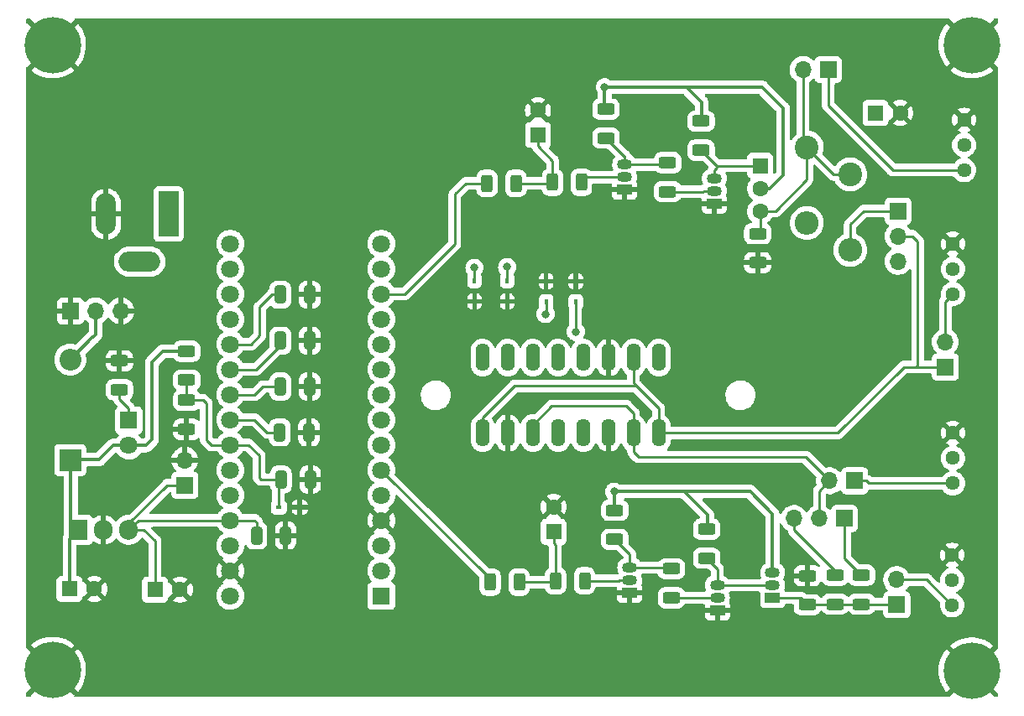
<source format=gbr>
%TF.GenerationSoftware,KiCad,Pcbnew,(6.0.7)*%
%TF.CreationDate,2023-03-15T17:16:25-04:00*%
%TF.ProjectId,NPN Tracer V2,4e504e20-5472-4616-9365-722056322e6b,rev?*%
%TF.SameCoordinates,Original*%
%TF.FileFunction,Copper,L1,Top*%
%TF.FilePolarity,Positive*%
%FSLAX46Y46*%
G04 Gerber Fmt 4.6, Leading zero omitted, Abs format (unit mm)*
G04 Created by KiCad (PCBNEW (6.0.7)) date 2023-03-15 17:16:25*
%MOMM*%
%LPD*%
G01*
G04 APERTURE LIST*
G04 Aperture macros list*
%AMRoundRect*
0 Rectangle with rounded corners*
0 $1 Rounding radius*
0 $2 $3 $4 $5 $6 $7 $8 $9 X,Y pos of 4 corners*
0 Add a 4 corners polygon primitive as box body*
4,1,4,$2,$3,$4,$5,$6,$7,$8,$9,$2,$3,0*
0 Add four circle primitives for the rounded corners*
1,1,$1+$1,$2,$3*
1,1,$1+$1,$4,$5*
1,1,$1+$1,$6,$7*
1,1,$1+$1,$8,$9*
0 Add four rect primitives between the rounded corners*
20,1,$1+$1,$2,$3,$4,$5,0*
20,1,$1+$1,$4,$5,$6,$7,0*
20,1,$1+$1,$6,$7,$8,$9,0*
20,1,$1+$1,$8,$9,$2,$3,0*%
G04 Aperture macros list end*
%TA.AperFunction,ConnectorPad*%
%ADD10C,5.700000*%
%TD*%
%TA.AperFunction,ComponentPad*%
%ADD11C,3.600000*%
%TD*%
%TA.AperFunction,ComponentPad*%
%ADD12R,2.000000X4.600000*%
%TD*%
%TA.AperFunction,ComponentPad*%
%ADD13O,2.000000X4.200000*%
%TD*%
%TA.AperFunction,ComponentPad*%
%ADD14O,4.200000X2.000000*%
%TD*%
%TA.AperFunction,ComponentPad*%
%ADD15R,1.700000X1.700000*%
%TD*%
%TA.AperFunction,ComponentPad*%
%ADD16O,1.700000X1.700000*%
%TD*%
%TA.AperFunction,ComponentPad*%
%ADD17R,2.200000X2.200000*%
%TD*%
%TA.AperFunction,ComponentPad*%
%ADD18O,2.200000X2.200000*%
%TD*%
%TA.AperFunction,ComponentPad*%
%ADD19R,1.500000X1.050000*%
%TD*%
%TA.AperFunction,ComponentPad*%
%ADD20O,1.500000X1.050000*%
%TD*%
%TA.AperFunction,SMDPad,CuDef*%
%ADD21RoundRect,0.250000X0.625000X-0.312500X0.625000X0.312500X-0.625000X0.312500X-0.625000X-0.312500X0*%
%TD*%
%TA.AperFunction,SMDPad,CuDef*%
%ADD22RoundRect,0.250000X0.312500X0.625000X-0.312500X0.625000X-0.312500X-0.625000X0.312500X-0.625000X0*%
%TD*%
%TA.AperFunction,ComponentPad*%
%ADD23R,1.599999X1.599999*%
%TD*%
%TA.AperFunction,ComponentPad*%
%ADD24C,1.599999*%
%TD*%
%TA.AperFunction,ComponentPad*%
%ADD25R,1.600000X1.600000*%
%TD*%
%TA.AperFunction,ComponentPad*%
%ADD26C,1.600000*%
%TD*%
%TA.AperFunction,ComponentPad*%
%ADD27C,1.440000*%
%TD*%
%TA.AperFunction,SMDPad,CuDef*%
%ADD28RoundRect,0.250000X-0.625000X0.312500X-0.625000X-0.312500X0.625000X-0.312500X0.625000X0.312500X0*%
%TD*%
%TA.AperFunction,SMDPad,CuDef*%
%ADD29RoundRect,0.250000X-0.325000X-0.650000X0.325000X-0.650000X0.325000X0.650000X-0.325000X0.650000X0*%
%TD*%
%TA.AperFunction,ComponentPad*%
%ADD30R,1.905000X2.000000*%
%TD*%
%TA.AperFunction,ComponentPad*%
%ADD31O,1.905000X2.000000*%
%TD*%
%TA.AperFunction,ComponentPad*%
%ADD32R,1.800000X1.800000*%
%TD*%
%TA.AperFunction,ComponentPad*%
%ADD33C,1.800000*%
%TD*%
%TA.AperFunction,SMDPad,CuDef*%
%ADD34R,0.450000X0.600000*%
%TD*%
%TA.AperFunction,ComponentPad*%
%ADD35C,2.400000*%
%TD*%
%TA.AperFunction,ComponentPad*%
%ADD36O,2.400000X2.400000*%
%TD*%
%TA.AperFunction,SMDPad,CuDef*%
%ADD37R,0.600000X0.450000*%
%TD*%
%TA.AperFunction,ComponentPad*%
%ADD38O,1.408000X2.816000*%
%TD*%
%TA.AperFunction,ViaPad*%
%ADD39C,0.800000*%
%TD*%
%TA.AperFunction,Conductor*%
%ADD40C,0.350000*%
%TD*%
%TA.AperFunction,Conductor*%
%ADD41C,0.250000*%
%TD*%
G04 APERTURE END LIST*
D10*
%TO.P,H4,1,1*%
%TO.N,GND*%
X179070000Y-118808500D03*
D11*
X179070000Y-118808500D03*
%TD*%
D10*
%TO.P,H3,1,1*%
%TO.N,GND*%
X86360000Y-118745000D03*
D11*
X86360000Y-118745000D03*
%TD*%
D10*
%TO.P,H2,1,1*%
%TO.N,GND*%
X179070000Y-55626000D03*
D11*
X179070000Y-55626000D03*
%TD*%
D10*
%TO.P,H1,1,1*%
%TO.N,GND*%
X86360000Y-55626000D03*
D11*
X86360000Y-55626000D03*
%TD*%
D12*
%TO.P,J9,1*%
%TO.N,VIN*%
X98044000Y-72692500D03*
D13*
%TO.P,J9,2*%
%TO.N,GND*%
X91744000Y-72692500D03*
D14*
%TO.P,J9,3*%
%TO.N,N/C*%
X95144000Y-77492500D03*
%TD*%
D15*
%TO.P,J8,1,Pin_1*%
%TO.N,GND*%
X88153000Y-82486500D03*
D16*
%TO.P,J8,2,Pin_2*%
%TO.N,VIN*%
X90693000Y-82486500D03*
%TO.P,J8,3,Pin_3*%
%TO.N,GND*%
X93233000Y-82486500D03*
%TD*%
D17*
%TO.P,D7,1,K*%
%TO.N,VCC*%
X88138000Y-97536000D03*
D18*
%TO.P,D7,2,A*%
%TO.N,VIN*%
X88138000Y-87376000D03*
%TD*%
D19*
%TO.P,Q2,1,E*%
%TO.N,VB_OUT*%
X158983000Y-111442500D03*
D20*
%TO.P,Q2,2,B*%
%TO.N,Net-(Q2-Pad2)*%
X158983000Y-110172500D03*
%TO.P,Q2,3,C*%
%TO.N,VCC*%
X158983000Y-108902500D03*
%TD*%
D21*
%TO.P,R5,1*%
%TO.N,Net-(Q1-Pad1)*%
X151765000Y-66234500D03*
%TO.P,R5,2*%
%TO.N,VCC*%
X151765000Y-63309500D03*
%TD*%
D22*
%TO.P,R13,1*%
%TO.N,Net-(Q6-Pad2)*%
X140019500Y-109728000D03*
%TO.P,R13,2*%
%TO.N,Vuc_BASE*%
X137094500Y-109728000D03*
%TD*%
%TO.P,R4,1*%
%TO.N,Vuc_BASE*%
X133415500Y-109855000D03*
%TO.P,R4,2*%
%TO.N,Net-(R4-Pad2)*%
X130490500Y-109855000D03*
%TD*%
D21*
%TO.P,R7,1*%
%TO.N,Net-(Q5-Pad3)*%
X142176500Y-65026000D03*
%TO.P,R7,2*%
%TO.N,VCC*%
X142176500Y-62101000D03*
%TD*%
D23*
%TO.P,Q1,1,B*%
%TO.N,Net-(Q1-Pad1)*%
X157734000Y-67804000D03*
D24*
%TO.P,Q1,2,C*%
%TO.N,VCC*%
X157734000Y-70104000D03*
%TO.P,Q1,3,E*%
%TO.N,VC_OUT*%
X157734000Y-72404000D03*
%TD*%
D25*
%TO.P,C9,1*%
%TO.N,VC_OUT*%
X169354500Y-62484000D03*
D26*
%TO.P,C9,2*%
%TO.N,GND*%
X171854500Y-62484000D03*
%TD*%
D27*
%TO.P,ADC1,1,1*%
%TO.N,GND*%
X178308000Y-63172500D03*
%TO.P,ADC1,2,2*%
%TO.N,ADC1*%
X178308000Y-65712500D03*
%TO.P,ADC1,3,3*%
%TO.N,Net-(ADC1-Pad3)*%
X178308000Y-68252500D03*
%TD*%
%TO.P,ADC4,1,1*%
%TO.N,GND*%
X177101500Y-107114500D03*
%TO.P,ADC4,2,2*%
%TO.N,ADC4*%
X177101500Y-109654500D03*
%TO.P,ADC4,3,3*%
%TO.N,Net-(ADC4-Pad3)*%
X177101500Y-112194500D03*
%TD*%
D28*
%TO.P,R17,1*%
%TO.N,Net-(J4-Pad3)*%
X165290500Y-109154500D03*
%TO.P,R17,2*%
%TO.N,VB_OUT*%
X165290500Y-112079500D03*
%TD*%
D19*
%TO.P,Q5,1,E*%
%TO.N,GND*%
X144060500Y-70233000D03*
D20*
%TO.P,Q5,2,B*%
%TO.N,Net-(Q5-Pad2)*%
X144060500Y-68963000D03*
%TO.P,Q5,3,C*%
%TO.N,Net-(Q5-Pad3)*%
X144060500Y-67693000D03*
%TD*%
D29*
%TO.P,C3,1*%
%TO.N,5V*%
X106919500Y-105156000D03*
%TO.P,C3,2*%
%TO.N,GND*%
X109869500Y-105156000D03*
%TD*%
D15*
%TO.P,J3,1,Pin_1*%
%TO.N,Net-(ADC1-Pad3)*%
X164597000Y-58102500D03*
D16*
%TO.P,J3,2,Pin_2*%
%TO.N,VC_OUT*%
X162057000Y-58102500D03*
%TD*%
D19*
%TO.P,Q4,1,E*%
%TO.N,GND*%
X153416000Y-112712500D03*
D20*
%TO.P,Q4,2,B*%
%TO.N,Net-(Q4-Pad2)*%
X153416000Y-111442500D03*
%TO.P,Q4,3,C*%
%TO.N,Net-(Q2-Pad2)*%
X153416000Y-110172500D03*
%TD*%
D22*
%TO.P,R3,1*%
%TO.N,Vuc_COLLECTOR*%
X133098000Y-69598000D03*
%TO.P,R3,2*%
%TO.N,Net-(R3-Pad2)*%
X130173000Y-69598000D03*
%TD*%
D29*
%TO.P,C2,1*%
%TO.N,ADC2*%
X109332500Y-85471000D03*
%TO.P,C2,2*%
%TO.N,GND*%
X112282500Y-85471000D03*
%TD*%
D15*
%TO.P,J5,1,Pin_1*%
%TO.N,VB_OUT*%
X171513500Y-112146000D03*
D16*
%TO.P,J5,2,Pin_2*%
%TO.N,Net-(ADC4-Pad3)*%
X171513500Y-109606000D03*
%TD*%
D29*
%TO.P,C1,1*%
%TO.N,ADC1*%
X109332500Y-80835500D03*
%TO.P,C1,2*%
%TO.N,GND*%
X112282500Y-80835500D03*
%TD*%
D15*
%TO.P,J7,1,Pin_1*%
%TO.N,5V*%
X99695000Y-100076000D03*
D16*
%TO.P,J7,2,Pin_2*%
%TO.N,GND*%
X99695000Y-97536000D03*
%TD*%
D30*
%TO.P,U1,1,VI*%
%TO.N,VCC*%
X88963500Y-104577000D03*
D31*
%TO.P,U1,2,GND*%
%TO.N,GND*%
X91503500Y-104577000D03*
%TO.P,U1,3,VO*%
%TO.N,5V*%
X94043500Y-104577000D03*
%TD*%
D15*
%TO.P,J6,1,Pin_1*%
%TO.N,Net-(ADC3-Pad3)*%
X167259000Y-99631500D03*
D16*
%TO.P,J6,2,Pin_2*%
%TO.N,BASE{slash}GATE*%
X164719000Y-99631500D03*
%TD*%
D25*
%TO.P,C7,1*%
%TO.N,Vuc_COLLECTOR*%
X135318500Y-64708500D03*
D26*
%TO.P,C7,2*%
%TO.N,GND*%
X135318500Y-62208500D03*
%TD*%
D29*
%TO.P,C4,1*%
%TO.N,ADC3*%
X109332500Y-90106500D03*
%TO.P,C4,2*%
%TO.N,GND*%
X112282500Y-90106500D03*
%TD*%
D32*
%TO.P,TB1,1,D1/TX*%
%TO.N,unconnected-(TB1-Pad1)*%
X119524500Y-111252000D03*
D33*
%TO.P,TB1,2,D0/RX*%
%TO.N,unconnected-(TB1-Pad2)*%
X119524500Y-108712000D03*
%TO.P,TB1,3,RESET*%
%TO.N,unconnected-(TB1-Pad3)*%
X119524500Y-106172000D03*
%TO.P,TB1,4,COM/GND*%
%TO.N,GND*%
X119524500Y-103632000D03*
%TO.P,TB1,5,D2*%
%TO.N,unconnected-(TB1-Pad5)*%
X119524500Y-101092000D03*
%TO.P,TB1,6,D3*%
%TO.N,Net-(R4-Pad2)*%
X119524500Y-98552000D03*
%TO.P,TB1,7,D4*%
%TO.N,unconnected-(TB1-Pad7)*%
X119524500Y-96012000D03*
%TO.P,TB1,8,D5*%
%TO.N,unconnected-(TB1-Pad8)*%
X119524500Y-93472000D03*
%TO.P,TB1,9,D6*%
%TO.N,unconnected-(TB1-Pad9)*%
X119524500Y-90932000D03*
%TO.P,TB1,10,D7*%
%TO.N,unconnected-(TB1-Pad10)*%
X119524500Y-88392000D03*
%TO.P,TB1,11,D8*%
%TO.N,unconnected-(TB1-Pad11)*%
X119524500Y-85852000D03*
%TO.P,TB1,12,D9*%
%TO.N,unconnected-(TB1-Pad12)*%
X119524500Y-83312000D03*
%TO.P,TB1,13,D10*%
%TO.N,Net-(R3-Pad2)*%
X119524500Y-80772000D03*
%TO.P,TB1,14,D11/MOSI*%
%TO.N,unconnected-(TB1-Pad14)*%
X119524500Y-78232000D03*
%TO.P,TB1,15,D12/MISO*%
%TO.N,unconnected-(TB1-Pad15)*%
X119524500Y-75692000D03*
%TO.P,TB1,16,D13/SCK*%
%TO.N,unconnected-(TB1-Pad16)*%
X104284500Y-75692000D03*
%TO.P,TB1,17,3V3*%
%TO.N,unconnected-(TB1-Pad17)*%
X104284500Y-78232000D03*
%TO.P,TB1,18,AREF*%
%TO.N,unconnected-(TB1-Pad18)*%
X104284500Y-80772000D03*
%TO.P,TB1,19,A0*%
%TO.N,unconnected-(TB1-Pad19)*%
X104284500Y-83312000D03*
%TO.P,TB1,20,A1*%
%TO.N,ADC1*%
X104284500Y-85852000D03*
%TO.P,TB1,21,A2*%
%TO.N,ADC2*%
X104284500Y-88392000D03*
%TO.P,TB1,22,A3*%
%TO.N,ADC3*%
X104284500Y-90932000D03*
%TO.P,TB1,23,A4*%
%TO.N,ADC4*%
X104284500Y-93472000D03*
%TO.P,TB1,24,A5*%
%TO.N,Net-(C6-Pad1)*%
X104284500Y-96012000D03*
%TO.P,TB1,25,A6*%
%TO.N,unconnected-(TB1-Pad25)*%
X104284500Y-98552000D03*
%TO.P,TB1,26,A7*%
%TO.N,unconnected-(TB1-Pad26)*%
X104284500Y-101092000D03*
%TO.P,TB1,27,+5V*%
%TO.N,5V*%
X104284500Y-103632000D03*
%TO.P,TB1,28,RESET*%
%TO.N,unconnected-(TB1-Pad28)*%
X104284500Y-106172000D03*
%TO.P,TB1,29,COM/GND*%
%TO.N,GND*%
X104284500Y-108712000D03*
%TO.P,TB1,30,VIN*%
%TO.N,unconnected-(TB1-Pad30)*%
X104284500Y-111252000D03*
%TD*%
D25*
%TO.P,C11,1*%
%TO.N,5V*%
X96700800Y-110617000D03*
D26*
%TO.P,C11,2*%
%TO.N,GND*%
X99200800Y-110617000D03*
%TD*%
D15*
%TO.P,J4,1,Pin_1*%
%TO.N,Net-(J4-Pad1)*%
X166228000Y-103441500D03*
D16*
%TO.P,J4,2,Pin_2*%
%TO.N,BASE{slash}GATE*%
X163688000Y-103441500D03*
%TO.P,J4,3,Pin_3*%
%TO.N,Net-(J4-Pad3)*%
X161148000Y-103441500D03*
%TD*%
D21*
%TO.P,R8,1*%
%TO.N,Net-(Q6-Pad3)*%
X143065500Y-105539000D03*
%TO.P,R8,2*%
%TO.N,VCC*%
X143065500Y-102614000D03*
%TD*%
D34*
%TO.P,D2,1,K*%
%TO.N,ADC3*%
X136144000Y-81568000D03*
%TO.P,D2,2,A*%
%TO.N,GND*%
X136144000Y-79468000D03*
%TD*%
D27*
%TO.P,ADC3,1,1*%
%TO.N,GND*%
X177165000Y-94795500D03*
%TO.P,ADC3,2,2*%
%TO.N,ADC3*%
X177165000Y-97335500D03*
%TO.P,ADC3,3,3*%
%TO.N,Net-(ADC3-Pad3)*%
X177165000Y-99875500D03*
%TD*%
D21*
%TO.P,R6,1*%
%TO.N,Net-(Q2-Pad2)*%
X152336500Y-107444000D03*
%TO.P,R6,2*%
%TO.N,VCC*%
X152336500Y-104519000D03*
%TD*%
D19*
%TO.P,Q3,1,E*%
%TO.N,GND*%
X153098500Y-71630000D03*
D20*
%TO.P,Q3,2,B*%
%TO.N,Net-(Q3-Pad2)*%
X153098500Y-70360000D03*
%TO.P,Q3,3,C*%
%TO.N,Net-(Q1-Pad1)*%
X153098500Y-69090000D03*
%TD*%
D21*
%TO.P,R12,1*%
%TO.N,GND*%
X157480000Y-77599000D03*
%TO.P,R12,2*%
%TO.N,VC_OUT*%
X157480000Y-74674000D03*
%TD*%
D19*
%TO.P,Q6,1,E*%
%TO.N,GND*%
X144568500Y-110934500D03*
D20*
%TO.P,Q6,2,B*%
%TO.N,Net-(Q6-Pad2)*%
X144568500Y-109664500D03*
%TO.P,Q6,3,C*%
%TO.N,Net-(Q6-Pad3)*%
X144568500Y-108394500D03*
%TD*%
D29*
%TO.P,C6,1*%
%TO.N,Net-(C6-Pad1)*%
X109396000Y-99504500D03*
%TO.P,C6,2*%
%TO.N,GND*%
X112346000Y-99504500D03*
%TD*%
D28*
%TO.P,R18,1*%
%TO.N,Net-(J4-Pad1)*%
X167957500Y-109154500D03*
%TO.P,R18,2*%
%TO.N,VB_OUT*%
X167957500Y-112079500D03*
%TD*%
%TO.P,R19,1*%
%TO.N,GND*%
X93091000Y-87501000D03*
%TO.P,R19,2*%
%TO.N,Net-(D6-Pad1)*%
X93091000Y-90426000D03*
%TD*%
D35*
%TO.P,R15,1*%
%TO.N,VC_OUT*%
X166814500Y-68689500D03*
D36*
%TO.P,R15,2*%
%TO.N,Net-(J1-Pad1)*%
X166814500Y-76309500D03*
%TD*%
D21*
%TO.P,R1,1*%
%TO.N,Net-(C6-Pad1)*%
X99885500Y-89471500D03*
%TO.P,R1,2*%
%TO.N,VCC*%
X99885500Y-86546500D03*
%TD*%
D37*
%TO.P,D5,1,K*%
%TO.N,Net-(C6-Pad1)*%
X109186000Y-102298500D03*
%TO.P,D5,2,A*%
%TO.N,GND*%
X111286000Y-102298500D03*
%TD*%
D28*
%TO.P,R2,1*%
%TO.N,Net-(C6-Pad1)*%
X99885500Y-91501500D03*
%TO.P,R2,2*%
%TO.N,GND*%
X99885500Y-94426500D03*
%TD*%
D21*
%TO.P,R9,1*%
%TO.N,Net-(Q3-Pad2)*%
X148399500Y-70425500D03*
%TO.P,R9,2*%
%TO.N,Net-(Q5-Pad3)*%
X148399500Y-67500500D03*
%TD*%
D29*
%TO.P,C5,1*%
%TO.N,ADC4*%
X109269000Y-94742000D03*
%TO.P,C5,2*%
%TO.N,GND*%
X112219000Y-94742000D03*
%TD*%
D34*
%TO.P,D4,1,K*%
%TO.N,ADC4*%
X139128500Y-81568000D03*
%TO.P,D4,2,A*%
%TO.N,GND*%
X139128500Y-79468000D03*
%TD*%
D32*
%TO.P,D6,1,K*%
%TO.N,Net-(D6-Pad1)*%
X94043500Y-93530500D03*
D33*
%TO.P,D6,2,A*%
%TO.N,VCC*%
X94043500Y-96070500D03*
%TD*%
D25*
%TO.P,C8,1*%
%TO.N,Vuc_BASE*%
X136906000Y-104775000D03*
D26*
%TO.P,C8,2*%
%TO.N,GND*%
X136906000Y-102275000D03*
%TD*%
D15*
%TO.P,J2,1,Pin_1*%
%TO.N,COLLECTOR{slash}DRAIN*%
X176403000Y-88143000D03*
D16*
%TO.P,J2,2,Pin_2*%
%TO.N,Net-(ADC2-Pad3)*%
X176403000Y-85603000D03*
%TD*%
D21*
%TO.P,R10,1*%
%TO.N,Net-(Q4-Pad2)*%
X148780500Y-111444500D03*
%TO.P,R10,2*%
%TO.N,Net-(Q6-Pad3)*%
X148780500Y-108519500D03*
%TD*%
D15*
%TO.P,J1,1,Pin_1*%
%TO.N,Net-(J1-Pad1)*%
X171640500Y-72390000D03*
D16*
%TO.P,J1,2,Pin_2*%
%TO.N,COLLECTOR{slash}DRAIN*%
X171640500Y-74930000D03*
%TO.P,J1,3,Pin_3*%
%TO.N,Net-(J1-Pad3)*%
X171640500Y-77470000D03*
%TD*%
D38*
%TO.P,ZX1,1*%
%TO.N,BASE{slash}GATE*%
X147510500Y-87185500D03*
%TO.P,ZX1,2*%
%TO.N,COLLECTOR{slash}DRAIN*%
X144970500Y-87185500D03*
%TO.P,ZX1,3*%
%TO.N,GND*%
X142430500Y-87185500D03*
%TO.P,ZX1,4*%
%TO.N,unconnected-(ZX1-Pad4)*%
X139890500Y-87185500D03*
%TO.P,ZX1,5*%
%TO.N,unconnected-(ZX1-Pad5)*%
X137350500Y-87185500D03*
%TO.P,ZX1,6*%
%TO.N,unconnected-(ZX1-Pad6)*%
X134810500Y-87185500D03*
%TO.P,ZX1,7*%
%TO.N,unconnected-(ZX1-Pad7)*%
X132270500Y-87185500D03*
%TO.P,ZX1,8*%
%TO.N,unconnected-(ZX1-Pad8)*%
X129730500Y-87185500D03*
%TO.P,ZX1,9*%
%TO.N,COLLECTOR{slash}DRAIN*%
X129730500Y-94805500D03*
%TO.P,ZX1,10*%
%TO.N,GND*%
X132270500Y-94805500D03*
%TO.P,ZX1,11*%
%TO.N,BASE{slash}GATE*%
X134810500Y-94805500D03*
%TO.P,ZX1,12*%
%TO.N,unconnected-(ZX1-Pad12)*%
X137350500Y-94805500D03*
%TO.P,ZX1,13*%
%TO.N,unconnected-(ZX1-Pad13)*%
X139890500Y-94805500D03*
%TO.P,ZX1,14*%
%TO.N,GND*%
X142430500Y-94805500D03*
%TO.P,ZX1,15*%
%TO.N,BASE{slash}GATE*%
X144970500Y-94805500D03*
%TO.P,ZX1,16*%
%TO.N,COLLECTOR{slash}DRAIN*%
X147510500Y-94805500D03*
%TD*%
D22*
%TO.P,R11,1*%
%TO.N,Net-(Q5-Pad2)*%
X139702000Y-69471000D03*
%TO.P,R11,2*%
%TO.N,Vuc_COLLECTOR*%
X136777000Y-69471000D03*
%TD*%
D27*
%TO.P,ADC2,1,1*%
%TO.N,GND*%
X177165000Y-75692000D03*
%TO.P,ADC2,2,2*%
%TO.N,ADC2*%
X177165000Y-78232000D03*
%TO.P,ADC2,3,3*%
%TO.N,Net-(ADC2-Pad3)*%
X177165000Y-80772000D03*
%TD*%
D35*
%TO.P,R16,1*%
%TO.N,VC_OUT*%
X162433000Y-65959000D03*
D36*
%TO.P,R16,2*%
%TO.N,Net-(J1-Pad3)*%
X162433000Y-73579000D03*
%TD*%
D28*
%TO.P,R14,1*%
%TO.N,GND*%
X162496500Y-109218000D03*
%TO.P,R14,2*%
%TO.N,VB_OUT*%
X162496500Y-112143000D03*
%TD*%
D25*
%TO.P,C10,1*%
%TO.N,VCC*%
X88064800Y-110553500D03*
D26*
%TO.P,C10,2*%
%TO.N,GND*%
X90564800Y-110553500D03*
%TD*%
D34*
%TO.P,D1,1,K*%
%TO.N,ADC1*%
X128905000Y-79404500D03*
%TO.P,D1,2,A*%
%TO.N,GND*%
X128905000Y-81504500D03*
%TD*%
%TO.P,D3,1,K*%
%TO.N,ADC2*%
X132207000Y-79404500D03*
%TO.P,D3,2,A*%
%TO.N,GND*%
X132207000Y-81504500D03*
%TD*%
D39*
%TO.N,VCC*%
X142049500Y-59880500D03*
X143002000Y-100711000D03*
%TO.N,ADC4*%
X139128500Y-84582000D03*
%TO.N,ADC3*%
X136080500Y-82804000D03*
%TO.N,ADC2*%
X132207000Y-78041500D03*
%TO.N,ADC1*%
X128905000Y-78105000D03*
%TD*%
D40*
%TO.N,VCC*%
X88138000Y-97536000D02*
X88201500Y-97599500D01*
X88201500Y-97599500D02*
X88201500Y-98234500D01*
X88201500Y-97472500D02*
X88201500Y-98234500D01*
X88201500Y-98234500D02*
X88201500Y-103815000D01*
%TO.N,VIN*%
X90424000Y-85153500D02*
X90693000Y-84884500D01*
X90360500Y-85153500D02*
X90424000Y-85153500D01*
X88138000Y-87376000D02*
X90360500Y-85153500D01*
X90693000Y-84884500D02*
X90693000Y-82486500D01*
D41*
%TO.N,5V*%
X95560000Y-104577000D02*
X96700800Y-105717800D01*
X94043500Y-104577000D02*
X94043500Y-103949500D01*
X104284500Y-103632000D02*
X106743500Y-103632000D01*
X104284500Y-103632000D02*
X94988500Y-103632000D01*
X106919500Y-103808000D02*
X106919500Y-105156000D01*
X94043500Y-104577000D02*
X95560000Y-104577000D01*
X96700800Y-105717800D02*
X96700800Y-110617000D01*
X94988500Y-103632000D02*
X94043500Y-104577000D01*
X97917000Y-100076000D02*
X99695000Y-100076000D01*
X106743500Y-103632000D02*
X106919500Y-103808000D01*
X94043500Y-103949500D02*
X97917000Y-100076000D01*
%TO.N,Vuc_COLLECTOR*%
X135318500Y-65833600D02*
X136777000Y-67292100D01*
X135318500Y-64708500D02*
X135318500Y-65833600D01*
X136650000Y-69598000D02*
X136777000Y-69471000D01*
X133098000Y-69598000D02*
X136650000Y-69598000D01*
X136777000Y-67292100D02*
X136777000Y-69471000D01*
%TO.N,Vuc_BASE*%
X136906000Y-105900100D02*
X137094500Y-106088600D01*
X136906000Y-104775000D02*
X136906000Y-105900100D01*
X136967500Y-109855000D02*
X137094500Y-109728000D01*
X133415500Y-109855000D02*
X136967500Y-109855000D01*
X137094500Y-106088600D02*
X137094500Y-109728000D01*
D40*
%TO.N,VCC*%
X94043500Y-96070500D02*
X95763000Y-96070500D01*
X92461000Y-96070500D02*
X94043500Y-96070500D01*
X160020000Y-61976000D02*
X160020000Y-68770500D01*
X150304500Y-59880500D02*
X157924500Y-59880500D01*
X156718000Y-100711000D02*
X158983000Y-102976000D01*
X96393000Y-87630000D02*
X97476500Y-86546500D01*
X152400000Y-104455500D02*
X152336500Y-104519000D01*
X143002000Y-102550500D02*
X143065500Y-102614000D01*
X160020000Y-68770500D02*
X158686500Y-70104000D01*
X88201500Y-97472500D02*
X91059000Y-97472500D01*
X142049500Y-59880500D02*
X150304500Y-59880500D01*
X150050500Y-100711000D02*
X152400000Y-103060500D01*
X88064800Y-110553500D02*
X88064800Y-105475700D01*
X88201500Y-103815000D02*
X88963500Y-104577000D01*
X97476500Y-86546500D02*
X99885500Y-86546500D01*
X95763000Y-96070500D02*
X96393000Y-95440500D01*
X151828500Y-63246000D02*
X151765000Y-63309500D01*
X96393000Y-95440500D02*
X96393000Y-87630000D01*
X142049500Y-59880500D02*
X142049500Y-61974000D01*
X157924500Y-59880500D02*
X160020000Y-61976000D01*
X150050500Y-100711000D02*
X156718000Y-100711000D01*
X150304500Y-59880500D02*
X151828500Y-61404500D01*
X142049500Y-61974000D02*
X142176500Y-62101000D01*
X88064800Y-105475700D02*
X88963500Y-104577000D01*
X91059000Y-97472500D02*
X92461000Y-96070500D01*
X143002000Y-100711000D02*
X150050500Y-100711000D01*
X158686500Y-70104000D02*
X157734000Y-70104000D01*
X143002000Y-100711000D02*
X143002000Y-102550500D01*
X152400000Y-103060500D02*
X152400000Y-104455500D01*
X158983000Y-102976000D02*
X158983000Y-108902500D01*
X151828500Y-61404500D02*
X151828500Y-63246000D01*
D41*
%TO.N,COLLECTOR{slash}DRAIN*%
X172207000Y-88143000D02*
X173413500Y-88143000D01*
X144970500Y-89789000D02*
X144970500Y-87185500D01*
X147510500Y-94805500D02*
X147510500Y-92329000D01*
X132969000Y-90043000D02*
X145224500Y-90043000D01*
X173413500Y-88143000D02*
X174366000Y-88143000D01*
X174366000Y-88143000D02*
X176403000Y-88143000D01*
X129730500Y-93281500D02*
X132969000Y-90043000D01*
X173609000Y-75438000D02*
X173609000Y-87947500D01*
X147510500Y-92329000D02*
X145224500Y-90043000D01*
X129730500Y-94805500D02*
X129730500Y-93281500D01*
X147510500Y-94805500D02*
X165544500Y-94805500D01*
X173609000Y-87947500D02*
X173413500Y-88143000D01*
X171640500Y-74930000D02*
X173101000Y-74930000D01*
X145224500Y-90043000D02*
X144970500Y-89789000D01*
X173101000Y-74930000D02*
X173609000Y-75438000D01*
X165544500Y-94805500D02*
X172207000Y-88143000D01*
%TO.N,Net-(Q1-Pad1)*%
X157734000Y-67804000D02*
X156721500Y-67804000D01*
X153098500Y-69090000D02*
X153098500Y-68239900D01*
X153334500Y-67804000D02*
X151765000Y-66234500D01*
X156721500Y-67804000D02*
X153334500Y-67804000D01*
X153334500Y-68003900D02*
X153098500Y-68239900D01*
X153334500Y-67804000D02*
X153334500Y-68003900D01*
%TO.N,VB_OUT*%
X162560000Y-112079500D02*
X162496500Y-112143000D01*
X171513500Y-112146000D02*
X170338400Y-112146000D01*
X170271900Y-112079500D02*
X170338400Y-112146000D01*
X167957500Y-112079500D02*
X170271900Y-112079500D01*
X165290500Y-112079500D02*
X167957500Y-112079500D01*
X165290500Y-112079500D02*
X162560000Y-112079500D01*
X161796000Y-111442500D02*
X162496500Y-112143000D01*
X158983000Y-111442500D02*
X161796000Y-111442500D01*
%TO.N,Net-(R3-Pad2)*%
X121856500Y-80772000D02*
X126936500Y-75692000D01*
X126936500Y-75692000D02*
X126936500Y-70675500D01*
X126936500Y-70675500D02*
X128014000Y-69598000D01*
X128014000Y-69598000D02*
X130173000Y-69598000D01*
X119524500Y-80772000D02*
X121856500Y-80772000D01*
%TO.N,BASE{slash}GATE*%
X136715500Y-92075000D02*
X144208500Y-92075000D01*
X145478500Y-97218500D02*
X144970500Y-96710500D01*
X162306000Y-97218500D02*
X145478500Y-97218500D01*
X134810500Y-94805500D02*
X134810500Y-93980000D01*
X144970500Y-92837000D02*
X144970500Y-94805500D01*
X134810500Y-93980000D02*
X136715500Y-92075000D01*
X163688000Y-103441500D02*
X163688000Y-100662500D01*
X163688000Y-100662500D02*
X164719000Y-99631500D01*
X144208500Y-92075000D02*
X144970500Y-92837000D01*
X144970500Y-96710500D02*
X144970500Y-94805500D01*
X164719000Y-99631500D02*
X162306000Y-97218500D01*
%TO.N,ADC4*%
X106743500Y-93472000D02*
X108013500Y-94742000D01*
X108013500Y-94742000D02*
X109269000Y-94742000D01*
X139128500Y-84582000D02*
X139128500Y-81568000D01*
X104284500Y-93472000D02*
X106743500Y-93472000D01*
%TO.N,ADC3*%
X136080500Y-82804000D02*
X136207500Y-82677000D01*
X136144000Y-81568000D02*
X136144000Y-82740500D01*
X104284500Y-90932000D02*
X106743500Y-90932000D01*
X106743500Y-90932000D02*
X107569000Y-90106500D01*
X107569000Y-90106500D02*
X109332500Y-90106500D01*
X136144000Y-82740500D02*
X136080500Y-82804000D01*
%TO.N,ADC2*%
X106870500Y-88392000D02*
X109332500Y-85930000D01*
X104284500Y-88392000D02*
X106870500Y-88392000D01*
X132207000Y-78041500D02*
X132207000Y-79404500D01*
X109332500Y-85930000D02*
X109332500Y-85471000D01*
%TO.N,ADC1*%
X106362500Y-85852000D02*
X107251500Y-84963000D01*
X107251500Y-82105500D02*
X108521500Y-80835500D01*
X104284500Y-85852000D02*
X106362500Y-85852000D01*
X107251500Y-84963000D02*
X107251500Y-82105500D01*
X128905000Y-78105000D02*
X128905000Y-79404500D01*
X108521500Y-80835500D02*
X109332500Y-80835500D01*
%TO.N,VC_OUT*%
X159244000Y-72404000D02*
X162433000Y-69215000D01*
X162433000Y-65959000D02*
X165163500Y-68689500D01*
X162057000Y-65583000D02*
X162433000Y-65959000D01*
X165163500Y-68689500D02*
X166814500Y-68689500D01*
X157734000Y-72404000D02*
X159244000Y-72404000D01*
X162433000Y-69215000D02*
X162433000Y-65959000D01*
X157734000Y-72404000D02*
X157734000Y-74420000D01*
X157734000Y-74420000D02*
X157480000Y-74674000D01*
X162057000Y-58102500D02*
X162057000Y-65583000D01*
%TO.N,Net-(Q2-Pad2)*%
X158983000Y-110172500D02*
X153416000Y-110172500D01*
X153416000Y-108523500D02*
X152336500Y-107444000D01*
X153416000Y-110172500D02*
X153416000Y-108523500D01*
%TO.N,Net-(Q3-Pad2)*%
X152023400Y-70360000D02*
X151957900Y-70425500D01*
X153098500Y-70360000D02*
X152023400Y-70360000D01*
X151957900Y-70425500D02*
X148399500Y-70425500D01*
%TO.N,Net-(Q4-Pad2)*%
X152340900Y-111442500D02*
X152338900Y-111444500D01*
X153416000Y-111442500D02*
X152340900Y-111442500D01*
X152338900Y-111444500D02*
X148780500Y-111444500D01*
%TO.N,Net-(Q5-Pad2)*%
X140210000Y-68963000D02*
X139702000Y-69471000D01*
X144060500Y-68963000D02*
X140210000Y-68963000D01*
%TO.N,Net-(Q5-Pad3)*%
X144060500Y-67693000D02*
X144060500Y-66842900D01*
X148207000Y-67693000D02*
X148399500Y-67500500D01*
X142176500Y-65026000D02*
X143993400Y-66842900D01*
X143993400Y-66842900D02*
X144060500Y-66842900D01*
X144060500Y-67693000D02*
X148207000Y-67693000D01*
%TO.N,Net-(Q6-Pad2)*%
X143493400Y-109664500D02*
X143429900Y-109728000D01*
X143429900Y-109728000D02*
X140019500Y-109728000D01*
X144568500Y-109664500D02*
X143493400Y-109664500D01*
%TO.N,Net-(Q6-Pad3)*%
X148655500Y-108394500D02*
X148780500Y-108519500D01*
X144568500Y-107042000D02*
X144568500Y-108394500D01*
X144568500Y-108394500D02*
X148655500Y-108394500D01*
X143065500Y-105539000D02*
X144568500Y-107042000D01*
%TO.N,Net-(R4-Pad2)*%
X130490500Y-109518000D02*
X119524500Y-98552000D01*
X130490500Y-109855000D02*
X130490500Y-109518000D01*
%TO.N,Net-(ADC1-Pad3)*%
X171122500Y-68252500D02*
X164597000Y-61727000D01*
X178308000Y-68252500D02*
X171122500Y-68252500D01*
X164597000Y-61727000D02*
X164597000Y-58102500D01*
%TO.N,Net-(ADC2-Pad3)*%
X177165000Y-80772000D02*
X176403000Y-81534000D01*
X176403000Y-81534000D02*
X176403000Y-85603000D01*
%TO.N,Net-(ADC3-Pad3)*%
X167259000Y-99631500D02*
X168434100Y-99631500D01*
X168678100Y-99875500D02*
X168434100Y-99631500D01*
X177165000Y-99875500D02*
X168678100Y-99875500D01*
%TO.N,Net-(ADC4-Pad3)*%
X177101500Y-112194500D02*
X174513000Y-109606000D01*
X174513000Y-109606000D02*
X171513500Y-109606000D01*
%TO.N,Net-(C6-Pad1)*%
X104284500Y-96012000D02*
X102362000Y-96012000D01*
X109122500Y-102235000D02*
X109186000Y-102298500D01*
X107188000Y-97091500D02*
X107188000Y-99314000D01*
X102362000Y-96012000D02*
X101854000Y-95504000D01*
X99885500Y-89471500D02*
X99885500Y-91501500D01*
X101854000Y-91821000D02*
X101534500Y-91501500D01*
X107188000Y-99314000D02*
X107378500Y-99504500D01*
X109122500Y-99778000D02*
X109122500Y-102235000D01*
X104284500Y-96012000D02*
X106108500Y-96012000D01*
X106108500Y-96012000D02*
X107188000Y-97091500D01*
X109396000Y-99504500D02*
X109122500Y-99778000D01*
X101534500Y-91501500D02*
X99885500Y-91501500D01*
X107378500Y-99504500D02*
X109396000Y-99504500D01*
X101854000Y-95504000D02*
X101854000Y-91821000D01*
%TO.N,Net-(D6-Pad1)*%
X94043500Y-92305400D02*
X93091000Y-91352900D01*
X93091000Y-91352900D02*
X93091000Y-90426000D01*
X94043500Y-93530500D02*
X94043500Y-92305400D01*
%TO.N,Net-(J1-Pad1)*%
X166814500Y-73723500D02*
X168148000Y-72390000D01*
X168148000Y-72390000D02*
X171640500Y-72390000D01*
X166814500Y-76309500D02*
X166814500Y-73723500D01*
%TO.N,Net-(J4-Pad1)*%
X166228000Y-103441500D02*
X166228000Y-107425000D01*
X166228000Y-107425000D02*
X167957500Y-109154500D01*
%TO.N,Net-(J4-Pad3)*%
X165290500Y-108759100D02*
X165290500Y-109154500D01*
X161148000Y-103441500D02*
X161148000Y-104616600D01*
X161148000Y-104616600D02*
X165290500Y-108759100D01*
%TD*%
%TA.AperFunction,Conductor*%
%TO.N,GND*%
G36*
X84116925Y-52979502D02*
G01*
X84163418Y-53033158D01*
X84174000Y-53077345D01*
X84179667Y-53086457D01*
X86347188Y-55253978D01*
X86361132Y-55261592D01*
X86362965Y-55261461D01*
X86369580Y-55257210D01*
X88538166Y-53088624D01*
X88555297Y-53057252D01*
X88562287Y-53025117D01*
X88612488Y-52974914D01*
X88672876Y-52959500D01*
X176758804Y-52959500D01*
X176826925Y-52979502D01*
X176873418Y-53033158D01*
X176884000Y-53077345D01*
X176889667Y-53086457D01*
X179057188Y-55253978D01*
X179071132Y-55261592D01*
X179072965Y-55261461D01*
X179079580Y-55257210D01*
X181248166Y-53088624D01*
X181265297Y-53057252D01*
X181272287Y-53025117D01*
X181322488Y-52974914D01*
X181382876Y-52959500D01*
X181610500Y-52959500D01*
X181678621Y-52979502D01*
X181725114Y-53033158D01*
X181736500Y-53085500D01*
X181736500Y-53316911D01*
X181716498Y-53385032D01*
X181662842Y-53431525D01*
X181621182Y-53440356D01*
X181605890Y-53449320D01*
X179442022Y-55613188D01*
X179434408Y-55627132D01*
X179434539Y-55628965D01*
X179438790Y-55635580D01*
X181604463Y-57801253D01*
X181633273Y-57816985D01*
X181670885Y-57825167D01*
X181721088Y-57875370D01*
X181736500Y-57935755D01*
X181736500Y-116499411D01*
X181716498Y-116567532D01*
X181662842Y-116614025D01*
X181621182Y-116622856D01*
X181605890Y-116631820D01*
X179442022Y-118795688D01*
X179434408Y-118809632D01*
X179434539Y-118811465D01*
X179438790Y-118818080D01*
X181604463Y-120983753D01*
X181633273Y-120999485D01*
X181670885Y-121007667D01*
X181721088Y-121057870D01*
X181736500Y-121118255D01*
X181736500Y-121349000D01*
X181716498Y-121417121D01*
X181662842Y-121463614D01*
X181610500Y-121475000D01*
X181380858Y-121475000D01*
X181312737Y-121454998D01*
X181266244Y-121401342D01*
X181255702Y-121356984D01*
X181249887Y-121347597D01*
X179082812Y-119180522D01*
X179068868Y-119172908D01*
X179067035Y-119173039D01*
X179060420Y-119177290D01*
X176891409Y-121346301D01*
X176874072Y-121378049D01*
X176867255Y-121409387D01*
X176817052Y-121459588D01*
X176756668Y-121475000D01*
X88658385Y-121475000D01*
X88590264Y-121454998D01*
X88543771Y-121401342D01*
X88533667Y-121331068D01*
X88545248Y-121298109D01*
X88545029Y-121292398D01*
X88539887Y-121284097D01*
X86372812Y-119117022D01*
X86358868Y-119109408D01*
X86357035Y-119109539D01*
X86350420Y-119113790D01*
X84181409Y-121282801D01*
X84173795Y-121296745D01*
X84175823Y-121325103D01*
X84182697Y-121347563D01*
X84163473Y-121415907D01*
X84110351Y-121463009D01*
X84056705Y-121475000D01*
X83819500Y-121475000D01*
X83751379Y-121454998D01*
X83704886Y-121401342D01*
X83693500Y-121349000D01*
X83693500Y-121054184D01*
X83713502Y-120986063D01*
X83767158Y-120939570D01*
X83808247Y-120930936D01*
X83824124Y-120921666D01*
X85987978Y-118757812D01*
X85994356Y-118746132D01*
X86724408Y-118746132D01*
X86724539Y-118747965D01*
X86728790Y-118754580D01*
X88894463Y-120920253D01*
X88908060Y-120927678D01*
X88917669Y-120920981D01*
X89022197Y-120799457D01*
X89026346Y-120794069D01*
X89228503Y-120499929D01*
X89232050Y-120494118D01*
X89401250Y-120179879D01*
X89404157Y-120173701D01*
X89538435Y-119843016D01*
X89540649Y-119836586D01*
X89638427Y-119493331D01*
X89639934Y-119486701D01*
X89700073Y-119134873D01*
X89700853Y-119128133D01*
X89720912Y-118800157D01*
X175707260Y-118800157D01*
X175725318Y-119156627D01*
X175726028Y-119163383D01*
X175782478Y-119515805D01*
X175783917Y-119522460D01*
X175878094Y-119866715D01*
X175880243Y-119873176D01*
X176011053Y-120205256D01*
X176013884Y-120211439D01*
X176179792Y-120527449D01*
X176183275Y-120533291D01*
X176382340Y-120829531D01*
X176386442Y-120834975D01*
X176510942Y-120982822D01*
X176523680Y-120991264D01*
X176534124Y-120985166D01*
X178697978Y-118821312D01*
X178705592Y-118807368D01*
X178705461Y-118805535D01*
X178701210Y-118798920D01*
X176535527Y-116633237D01*
X176521990Y-116625845D01*
X176512289Y-116632632D01*
X176400649Y-116763347D01*
X176396515Y-116768755D01*
X176195394Y-117063586D01*
X176191859Y-117069423D01*
X176023754Y-117384257D01*
X176020878Y-117390426D01*
X175887754Y-117721581D01*
X175885561Y-117728021D01*
X175788979Y-118071621D01*
X175787496Y-118078256D01*
X175728589Y-118430273D01*
X175727830Y-118437045D01*
X175707284Y-118793362D01*
X175707260Y-118800157D01*
X89720912Y-118800157D01*
X89722740Y-118770275D01*
X89722856Y-118766673D01*
X89722926Y-118746820D01*
X89722834Y-118743193D01*
X89703446Y-118385208D01*
X89702711Y-118378442D01*
X89645034Y-118026233D01*
X89643567Y-118019561D01*
X89548194Y-117675655D01*
X89546020Y-117669192D01*
X89414053Y-117337575D01*
X89411197Y-117331395D01*
X89244194Y-117015981D01*
X89240682Y-117010137D01*
X89040588Y-116714598D01*
X89036467Y-116709170D01*
X88919041Y-116570704D01*
X88906215Y-116562267D01*
X88895890Y-116568320D01*
X86732022Y-118732188D01*
X86724408Y-118746132D01*
X85994356Y-118746132D01*
X85995592Y-118743868D01*
X85995461Y-118742035D01*
X85991210Y-118735420D01*
X83825527Y-116569737D01*
X83796707Y-116553999D01*
X83759113Y-116545821D01*
X83708912Y-116495618D01*
X83693500Y-116435234D01*
X83693500Y-116196492D01*
X84174580Y-116196492D01*
X84174615Y-116197333D01*
X84179667Y-116205457D01*
X86347188Y-118372978D01*
X86361132Y-118380592D01*
X86362965Y-118380461D01*
X86369580Y-118376210D01*
X88485798Y-116259992D01*
X176884580Y-116259992D01*
X176884615Y-116260833D01*
X176889667Y-116268957D01*
X179057188Y-118436478D01*
X179071132Y-118444092D01*
X179072965Y-118443961D01*
X179079580Y-118439710D01*
X181248166Y-116271124D01*
X181255780Y-116257180D01*
X181255712Y-116256223D01*
X181250771Y-116248751D01*
X181246870Y-116245431D01*
X180962958Y-116029149D01*
X180957332Y-116025325D01*
X180651722Y-115840969D01*
X180645710Y-115837772D01*
X180321966Y-115687495D01*
X180315666Y-115684975D01*
X179977595Y-115570545D01*
X179971017Y-115568709D01*
X179622592Y-115491465D01*
X179615857Y-115490350D01*
X179261106Y-115451185D01*
X179254324Y-115450806D01*
X178897395Y-115450183D01*
X178890622Y-115450538D01*
X178535714Y-115488466D01*
X178529005Y-115489553D01*
X178180289Y-115565586D01*
X178173714Y-115567397D01*
X177835250Y-115680645D01*
X177828928Y-115683148D01*
X177504680Y-115832285D01*
X177498637Y-115835471D01*
X177192404Y-116018748D01*
X177186744Y-116022566D01*
X176902094Y-116237846D01*
X176896891Y-116242242D01*
X176892601Y-116246285D01*
X176884580Y-116259992D01*
X88485798Y-116259992D01*
X88538166Y-116207624D01*
X88545780Y-116193680D01*
X88545712Y-116192723D01*
X88540771Y-116185251D01*
X88536870Y-116181931D01*
X88252958Y-115965649D01*
X88247332Y-115961825D01*
X87941722Y-115777469D01*
X87935710Y-115774272D01*
X87611966Y-115623995D01*
X87605666Y-115621475D01*
X87267595Y-115507045D01*
X87261017Y-115505209D01*
X86912592Y-115427965D01*
X86905857Y-115426850D01*
X86551106Y-115387685D01*
X86544324Y-115387306D01*
X86187395Y-115386683D01*
X86180622Y-115387038D01*
X85825714Y-115424966D01*
X85819005Y-115426053D01*
X85470289Y-115502086D01*
X85463714Y-115503897D01*
X85125250Y-115617145D01*
X85118928Y-115619648D01*
X84794680Y-115768785D01*
X84788637Y-115771971D01*
X84482404Y-115955248D01*
X84476744Y-115959066D01*
X84192094Y-116174346D01*
X84186891Y-116178742D01*
X84182601Y-116182785D01*
X84174580Y-116196492D01*
X83693500Y-116196492D01*
X83693500Y-113282169D01*
X152158001Y-113282169D01*
X152158371Y-113288990D01*
X152163895Y-113339852D01*
X152167521Y-113355104D01*
X152212676Y-113475554D01*
X152221214Y-113491149D01*
X152297715Y-113593224D01*
X152310276Y-113605785D01*
X152412351Y-113682286D01*
X152427946Y-113690824D01*
X152548394Y-113735978D01*
X152563649Y-113739605D01*
X152614514Y-113745131D01*
X152621328Y-113745500D01*
X153143885Y-113745500D01*
X153159124Y-113741025D01*
X153160329Y-113739635D01*
X153162000Y-113731952D01*
X153162000Y-113727384D01*
X153670000Y-113727384D01*
X153674475Y-113742623D01*
X153675865Y-113743828D01*
X153683548Y-113745499D01*
X154210669Y-113745499D01*
X154217490Y-113745129D01*
X154268352Y-113739605D01*
X154283604Y-113735979D01*
X154404054Y-113690824D01*
X154419649Y-113682286D01*
X154521724Y-113605785D01*
X154534285Y-113593224D01*
X154610786Y-113491149D01*
X154619324Y-113475554D01*
X154664478Y-113355106D01*
X154668105Y-113339851D01*
X154673631Y-113288986D01*
X154674000Y-113282172D01*
X154674000Y-112984615D01*
X154669525Y-112969376D01*
X154668135Y-112968171D01*
X154660452Y-112966500D01*
X153688115Y-112966500D01*
X153672876Y-112970975D01*
X153671671Y-112972365D01*
X153670000Y-112980048D01*
X153670000Y-113727384D01*
X153162000Y-113727384D01*
X153162000Y-112984615D01*
X153157525Y-112969376D01*
X153156135Y-112968171D01*
X153148452Y-112966500D01*
X152176116Y-112966500D01*
X152160877Y-112970975D01*
X152159672Y-112972365D01*
X152158001Y-112980048D01*
X152158001Y-113282169D01*
X83693500Y-113282169D01*
X83693500Y-98684134D01*
X86529500Y-98684134D01*
X86536255Y-98746316D01*
X86587385Y-98882705D01*
X86674739Y-98999261D01*
X86791295Y-99086615D01*
X86927684Y-99137745D01*
X86989866Y-99144500D01*
X87392000Y-99144500D01*
X87460121Y-99164502D01*
X87506614Y-99218158D01*
X87518000Y-99270500D01*
X87518000Y-103420515D01*
X87512426Y-103451260D01*
X87513856Y-103451600D01*
X87512029Y-103459284D01*
X87509255Y-103466684D01*
X87502500Y-103528866D01*
X87502500Y-105041630D01*
X87484277Y-105106900D01*
X87480553Y-105113049D01*
X87475865Y-105119028D01*
X87472737Y-105125955D01*
X87470117Y-105130282D01*
X87464758Y-105139676D01*
X87462373Y-105144124D01*
X87458005Y-105150339D01*
X87449208Y-105172902D01*
X87435658Y-105207657D01*
X87433106Y-105213729D01*
X87407786Y-105269805D01*
X87406400Y-105277282D01*
X87404890Y-105282102D01*
X87401918Y-105292535D01*
X87400670Y-105297396D01*
X87397911Y-105304472D01*
X87394121Y-105333265D01*
X87389882Y-105365462D01*
X87388850Y-105371978D01*
X87377639Y-105432467D01*
X87378076Y-105440047D01*
X87378076Y-105440048D01*
X87381091Y-105492342D01*
X87381300Y-105499594D01*
X87381300Y-109119000D01*
X87361298Y-109187121D01*
X87307642Y-109233614D01*
X87255300Y-109245000D01*
X87216666Y-109245000D01*
X87154484Y-109251755D01*
X87018095Y-109302885D01*
X86901539Y-109390239D01*
X86814185Y-109506795D01*
X86763055Y-109643184D01*
X86756300Y-109705366D01*
X86756300Y-111401634D01*
X86763055Y-111463816D01*
X86814185Y-111600205D01*
X86901539Y-111716761D01*
X87018095Y-111804115D01*
X87154484Y-111855245D01*
X87216666Y-111862000D01*
X88912934Y-111862000D01*
X88975116Y-111855245D01*
X89111505Y-111804115D01*
X89228061Y-111716761D01*
X89285919Y-111639562D01*
X89843293Y-111639562D01*
X89852589Y-111651577D01*
X89903794Y-111687431D01*
X89913289Y-111692914D01*
X90110747Y-111784990D01*
X90121039Y-111788736D01*
X90331488Y-111845125D01*
X90342281Y-111847028D01*
X90559325Y-111866017D01*
X90570275Y-111866017D01*
X90787319Y-111847028D01*
X90798112Y-111845125D01*
X91008561Y-111788736D01*
X91018853Y-111784990D01*
X91216311Y-111692914D01*
X91225806Y-111687431D01*
X91277848Y-111650991D01*
X91286224Y-111640512D01*
X91279156Y-111627066D01*
X90577612Y-110925522D01*
X90563668Y-110917908D01*
X90561835Y-110918039D01*
X90555220Y-110922290D01*
X89849723Y-111627787D01*
X89843293Y-111639562D01*
X89285919Y-111639562D01*
X89315415Y-111600205D01*
X89366545Y-111463816D01*
X89373300Y-111401634D01*
X89373300Y-111398315D01*
X89396953Y-111331390D01*
X89442956Y-111295696D01*
X89441941Y-111293766D01*
X89452800Y-111288058D01*
X89453045Y-111287868D01*
X89453203Y-111287847D01*
X89491234Y-111267856D01*
X90192778Y-110566312D01*
X90199156Y-110554632D01*
X90929208Y-110554632D01*
X90929339Y-110556465D01*
X90933590Y-110563080D01*
X91639087Y-111268577D01*
X91650862Y-111275007D01*
X91662877Y-111265711D01*
X91698731Y-111214506D01*
X91704214Y-111205011D01*
X91796290Y-111007553D01*
X91800036Y-110997261D01*
X91856425Y-110786812D01*
X91858328Y-110776019D01*
X91877317Y-110558975D01*
X91877317Y-110548025D01*
X91858328Y-110330981D01*
X91856425Y-110320188D01*
X91800036Y-110109739D01*
X91796290Y-110099447D01*
X91704214Y-109901989D01*
X91698731Y-109892494D01*
X91662291Y-109840452D01*
X91651812Y-109832076D01*
X91638366Y-109839144D01*
X90936822Y-110540688D01*
X90929208Y-110554632D01*
X90199156Y-110554632D01*
X90200392Y-110552368D01*
X90200261Y-110550535D01*
X90196010Y-110543920D01*
X89490513Y-109838423D01*
X89448771Y-109815629D01*
X89438771Y-109813453D01*
X89388573Y-109763247D01*
X89373349Y-109709686D01*
X89373300Y-109708781D01*
X89373300Y-109705366D01*
X89372640Y-109699285D01*
X89367398Y-109651040D01*
X89366545Y-109643184D01*
X89315415Y-109506795D01*
X89285207Y-109466488D01*
X89843376Y-109466488D01*
X89850444Y-109479934D01*
X90551988Y-110181478D01*
X90565932Y-110189092D01*
X90567765Y-110188961D01*
X90574380Y-110184710D01*
X91279877Y-109479213D01*
X91286307Y-109467438D01*
X91277011Y-109455423D01*
X91225806Y-109419569D01*
X91216311Y-109414086D01*
X91018853Y-109322010D01*
X91008561Y-109318264D01*
X90798112Y-109261875D01*
X90787319Y-109259972D01*
X90570275Y-109240983D01*
X90559325Y-109240983D01*
X90342281Y-109259972D01*
X90331488Y-109261875D01*
X90121039Y-109318264D01*
X90110747Y-109322010D01*
X89913289Y-109414086D01*
X89903794Y-109419569D01*
X89851752Y-109456009D01*
X89843376Y-109466488D01*
X89285207Y-109466488D01*
X89228061Y-109390239D01*
X89111505Y-109302885D01*
X88975116Y-109251755D01*
X88912934Y-109245000D01*
X88874300Y-109245000D01*
X88806179Y-109224998D01*
X88759686Y-109171342D01*
X88748300Y-109119000D01*
X88748300Y-106211500D01*
X88768302Y-106143379D01*
X88821958Y-106096886D01*
X88874300Y-106085500D01*
X89964134Y-106085500D01*
X89969400Y-106084928D01*
X89970440Y-106084815D01*
X90026316Y-106078745D01*
X90162705Y-106027615D01*
X90279261Y-105940261D01*
X90366615Y-105823705D01*
X90374258Y-105803317D01*
X90416901Y-105746553D01*
X90483462Y-105721854D01*
X90552811Y-105737062D01*
X90570332Y-105748666D01*
X90688444Y-105841945D01*
X90697031Y-105847650D01*
X90898222Y-105958714D01*
X90907634Y-105962944D01*
X91124268Y-106039659D01*
X91134239Y-106042293D01*
X91231663Y-106059647D01*
X91244960Y-106058187D01*
X91249043Y-106045096D01*
X91757500Y-106045096D01*
X91761418Y-106058440D01*
X91775694Y-106060427D01*
X91838015Y-106050890D01*
X91848043Y-106048501D01*
X92066488Y-105977102D01*
X92075997Y-105973105D01*
X92279844Y-105866989D01*
X92288569Y-105861495D01*
X92472352Y-105723507D01*
X92480059Y-105716664D01*
X92638839Y-105550509D01*
X92645323Y-105542502D01*
X92667737Y-105509644D01*
X92722648Y-105464641D01*
X92793172Y-105456468D01*
X92856920Y-105487722D01*
X92877616Y-105512204D01*
X92881998Y-105518977D01*
X93043686Y-105696670D01*
X93081674Y-105726671D01*
X93228170Y-105842367D01*
X93228175Y-105842370D01*
X93232224Y-105845568D01*
X93236740Y-105848061D01*
X93236743Y-105848063D01*
X93438026Y-105959177D01*
X93438030Y-105959179D01*
X93442550Y-105961674D01*
X93447419Y-105963398D01*
X93447423Y-105963400D01*
X93664140Y-106040144D01*
X93664144Y-106040145D01*
X93669015Y-106041870D01*
X93674108Y-106042777D01*
X93674111Y-106042778D01*
X93900448Y-106083095D01*
X93900454Y-106083096D01*
X93905537Y-106084001D01*
X93992900Y-106085068D01*
X94140593Y-106086873D01*
X94140595Y-106086873D01*
X94145763Y-106086936D01*
X94383244Y-106050596D01*
X94514590Y-106007666D01*
X94606683Y-105977566D01*
X94606689Y-105977563D01*
X94611601Y-105975958D01*
X94616187Y-105973571D01*
X94616191Y-105973569D01*
X94820107Y-105867416D01*
X94824700Y-105865025D01*
X94906887Y-105803317D01*
X95012685Y-105723882D01*
X95012688Y-105723880D01*
X95016820Y-105720777D01*
X95142812Y-105588934D01*
X95179228Y-105550827D01*
X95182801Y-105547088D01*
X95185930Y-105542502D01*
X95280171Y-105404350D01*
X95335082Y-105359347D01*
X95405607Y-105351176D01*
X95473355Y-105386259D01*
X95755142Y-105668047D01*
X96030396Y-105943301D01*
X96064421Y-106005613D01*
X96067300Y-106032396D01*
X96067300Y-109182500D01*
X96047298Y-109250621D01*
X95993642Y-109297114D01*
X95941300Y-109308500D01*
X95852666Y-109308500D01*
X95790484Y-109315255D01*
X95654095Y-109366385D01*
X95537539Y-109453739D01*
X95450185Y-109570295D01*
X95399055Y-109706684D01*
X95392300Y-109768866D01*
X95392300Y-111465134D01*
X95399055Y-111527316D01*
X95450185Y-111663705D01*
X95537539Y-111780261D01*
X95654095Y-111867615D01*
X95790484Y-111918745D01*
X95852666Y-111925500D01*
X97548934Y-111925500D01*
X97611116Y-111918745D01*
X97747505Y-111867615D01*
X97864061Y-111780261D01*
X97921919Y-111703062D01*
X98479293Y-111703062D01*
X98488589Y-111715077D01*
X98539794Y-111750931D01*
X98549289Y-111756414D01*
X98746747Y-111848490D01*
X98757039Y-111852236D01*
X98967488Y-111908625D01*
X98978281Y-111910528D01*
X99195325Y-111929517D01*
X99206275Y-111929517D01*
X99423319Y-111910528D01*
X99434112Y-111908625D01*
X99644561Y-111852236D01*
X99654853Y-111848490D01*
X99852311Y-111756414D01*
X99861806Y-111750931D01*
X99913848Y-111714491D01*
X99922224Y-111704012D01*
X99915156Y-111690566D01*
X99213612Y-110989022D01*
X99199668Y-110981408D01*
X99197835Y-110981539D01*
X99191220Y-110985790D01*
X98485723Y-111691287D01*
X98479293Y-111703062D01*
X97921919Y-111703062D01*
X97951415Y-111663705D01*
X98002545Y-111527316D01*
X98007278Y-111483748D01*
X98008933Y-111468514D01*
X98008933Y-111468511D01*
X98009300Y-111465134D01*
X98009300Y-111461815D01*
X98032953Y-111394890D01*
X98078956Y-111359196D01*
X98077941Y-111357266D01*
X98088800Y-111351558D01*
X98089045Y-111351368D01*
X98089203Y-111351347D01*
X98127234Y-111331356D01*
X98828778Y-110629812D01*
X98835156Y-110618132D01*
X99565208Y-110618132D01*
X99565339Y-110619965D01*
X99569590Y-110626580D01*
X100275087Y-111332077D01*
X100286862Y-111338507D01*
X100298877Y-111329211D01*
X100334731Y-111278006D01*
X100340214Y-111268511D01*
X100364015Y-111217469D01*
X102871595Y-111217469D01*
X102871892Y-111222622D01*
X102871892Y-111222625D01*
X102882016Y-111398217D01*
X102884927Y-111448697D01*
X102886064Y-111453743D01*
X102886065Y-111453749D01*
X102910427Y-111561851D01*
X102935846Y-111674642D01*
X102937788Y-111679424D01*
X102937789Y-111679428D01*
X103011774Y-111861631D01*
X103022984Y-111889237D01*
X103144001Y-112086719D01*
X103295647Y-112261784D01*
X103473849Y-112409730D01*
X103673822Y-112526584D01*
X103890194Y-112609209D01*
X103895260Y-112610240D01*
X103895261Y-112610240D01*
X103924934Y-112616277D01*
X104117156Y-112655385D01*
X104246589Y-112660131D01*
X104343449Y-112663683D01*
X104343453Y-112663683D01*
X104348613Y-112663872D01*
X104353733Y-112663216D01*
X104353735Y-112663216D01*
X104427666Y-112653745D01*
X104578347Y-112634442D01*
X104583295Y-112632957D01*
X104583302Y-112632956D01*
X104795247Y-112569369D01*
X104800190Y-112567886D01*
X104880736Y-112528427D01*
X105003549Y-112468262D01*
X105003552Y-112468260D01*
X105008184Y-112465991D01*
X105196743Y-112331494D01*
X105360803Y-112168005D01*
X105495958Y-111979917D01*
X105502096Y-111967499D01*
X105596284Y-111776922D01*
X105596285Y-111776920D01*
X105598578Y-111772280D01*
X105665908Y-111550671D01*
X105696140Y-111321041D01*
X105696516Y-111305673D01*
X105697745Y-111255365D01*
X105697745Y-111255361D01*
X105697827Y-111252000D01*
X105678849Y-111021167D01*
X105645323Y-110887693D01*
X105623684Y-110801544D01*
X105623683Y-110801540D01*
X105622425Y-110796533D01*
X105620366Y-110791797D01*
X105532130Y-110588868D01*
X105532128Y-110588865D01*
X105530070Y-110584131D01*
X105404264Y-110389665D01*
X105398826Y-110383688D01*
X105341045Y-110320188D01*
X105248387Y-110218358D01*
X105244336Y-110215159D01*
X105244332Y-110215155D01*
X105071169Y-110078400D01*
X105030106Y-110020483D01*
X105026874Y-109949560D01*
X105062499Y-109888148D01*
X105067987Y-109883623D01*
X105077997Y-109870874D01*
X105071010Y-109857721D01*
X104297311Y-109084021D01*
X104283368Y-109076408D01*
X104281534Y-109076539D01*
X104274920Y-109080790D01*
X103494680Y-109861031D01*
X103487923Y-109873406D01*
X103507230Y-109899197D01*
X103506540Y-109899713D01*
X103531127Y-109925737D01*
X103544243Y-109995511D01*
X103517555Y-110061300D01*
X103494523Y-110083719D01*
X103354180Y-110189092D01*
X103346155Y-110195117D01*
X103326362Y-110215829D01*
X103245346Y-110300608D01*
X103186139Y-110362564D01*
X103183225Y-110366836D01*
X103183224Y-110366837D01*
X103156039Y-110406689D01*
X103055619Y-110553899D01*
X102958102Y-110763981D01*
X102896207Y-110987169D01*
X102885766Y-111084868D01*
X102874213Y-111192975D01*
X102871595Y-111217469D01*
X100364015Y-111217469D01*
X100432290Y-111071053D01*
X100436036Y-111060761D01*
X100492425Y-110850312D01*
X100494328Y-110839519D01*
X100513317Y-110622475D01*
X100513317Y-110611525D01*
X100494328Y-110394481D01*
X100492425Y-110383688D01*
X100436036Y-110173239D01*
X100432290Y-110162947D01*
X100340214Y-109965489D01*
X100334731Y-109955994D01*
X100298291Y-109903952D01*
X100287812Y-109895576D01*
X100274366Y-109902644D01*
X99572822Y-110604188D01*
X99565208Y-110618132D01*
X98835156Y-110618132D01*
X98836392Y-110615868D01*
X98836261Y-110614035D01*
X98832010Y-110607420D01*
X98126513Y-109901923D01*
X98084771Y-109879129D01*
X98074771Y-109876953D01*
X98024573Y-109826747D01*
X98009349Y-109773186D01*
X98009300Y-109772281D01*
X98009300Y-109768866D01*
X98002545Y-109706684D01*
X97951415Y-109570295D01*
X97921207Y-109529988D01*
X98479376Y-109529988D01*
X98486444Y-109543434D01*
X99187988Y-110244978D01*
X99201932Y-110252592D01*
X99203765Y-110252461D01*
X99210380Y-110248210D01*
X99915877Y-109542713D01*
X99922307Y-109530938D01*
X99913011Y-109518923D01*
X99861806Y-109483069D01*
X99852311Y-109477586D01*
X99654853Y-109385510D01*
X99644561Y-109381764D01*
X99434112Y-109325375D01*
X99423319Y-109323472D01*
X99206275Y-109304483D01*
X99195325Y-109304483D01*
X98978281Y-109323472D01*
X98967488Y-109325375D01*
X98757039Y-109381764D01*
X98746747Y-109385510D01*
X98549289Y-109477586D01*
X98539794Y-109483069D01*
X98487752Y-109519509D01*
X98479376Y-109529988D01*
X97921207Y-109529988D01*
X97864061Y-109453739D01*
X97747505Y-109366385D01*
X97611116Y-109315255D01*
X97548934Y-109308500D01*
X97460300Y-109308500D01*
X97392179Y-109288498D01*
X97345686Y-109234842D01*
X97334300Y-109182500D01*
X97334300Y-108682638D01*
X102872393Y-108682638D01*
X102885127Y-108903468D01*
X102886561Y-108913670D01*
X102935185Y-109129439D01*
X102938273Y-109139292D01*
X103021486Y-109344220D01*
X103026134Y-109353421D01*
X103114597Y-109497781D01*
X103125053Y-109507242D01*
X103133831Y-109503458D01*
X103912479Y-108724811D01*
X103918856Y-108713132D01*
X104648908Y-108713132D01*
X104649039Y-108714966D01*
X104653290Y-108721580D01*
X105430807Y-109499096D01*
X105442813Y-109505652D01*
X105454552Y-109496684D01*
X105492510Y-109443859D01*
X105497821Y-109435020D01*
X105595818Y-109236737D01*
X105599617Y-109227142D01*
X105663915Y-109015517D01*
X105666094Y-109005436D01*
X105695202Y-108784338D01*
X105695721Y-108777663D01*
X105697244Y-108715364D01*
X105697050Y-108708646D01*
X105694487Y-108677469D01*
X118111595Y-108677469D01*
X118111892Y-108682622D01*
X118111892Y-108682625D01*
X118124629Y-108903529D01*
X118124927Y-108908697D01*
X118126064Y-108913743D01*
X118126065Y-108913749D01*
X118152489Y-109031000D01*
X118175846Y-109134642D01*
X118177788Y-109139424D01*
X118177789Y-109139428D01*
X118260413Y-109342905D01*
X118262984Y-109349237D01*
X118341333Y-109477091D01*
X118371224Y-109525868D01*
X118384001Y-109546719D01*
X118402056Y-109567562D01*
X118495804Y-109675788D01*
X118525286Y-109740373D01*
X118515171Y-109810646D01*
X118468670Y-109864294D01*
X118444796Y-109876267D01*
X118393290Y-109895576D01*
X118377795Y-109901385D01*
X118261239Y-109988739D01*
X118173885Y-110105295D01*
X118122755Y-110241684D01*
X118116000Y-110303866D01*
X118116000Y-112200134D01*
X118122755Y-112262316D01*
X118173885Y-112398705D01*
X118261239Y-112515261D01*
X118377795Y-112602615D01*
X118514184Y-112653745D01*
X118576366Y-112660500D01*
X120472634Y-112660500D01*
X120534816Y-112653745D01*
X120671205Y-112602615D01*
X120787761Y-112515261D01*
X120875115Y-112398705D01*
X120926245Y-112262316D01*
X120933000Y-112200134D01*
X120933000Y-111504169D01*
X143310501Y-111504169D01*
X143310871Y-111510990D01*
X143316395Y-111561852D01*
X143320021Y-111577104D01*
X143365176Y-111697554D01*
X143373714Y-111713149D01*
X143450215Y-111815224D01*
X143462776Y-111827785D01*
X143564851Y-111904286D01*
X143580446Y-111912824D01*
X143700894Y-111957978D01*
X143716149Y-111961605D01*
X143767014Y-111967131D01*
X143773828Y-111967500D01*
X144296385Y-111967500D01*
X144311624Y-111963025D01*
X144312829Y-111961635D01*
X144314500Y-111953952D01*
X144314500Y-111949384D01*
X144822500Y-111949384D01*
X144826975Y-111964623D01*
X144828365Y-111965828D01*
X144836048Y-111967499D01*
X145363169Y-111967499D01*
X145369990Y-111967129D01*
X145420852Y-111961605D01*
X145436104Y-111957979D01*
X145556554Y-111912824D01*
X145572149Y-111904286D01*
X145674224Y-111827785D01*
X145686785Y-111815224D01*
X145763286Y-111713149D01*
X145771824Y-111697554D01*
X145816978Y-111577106D01*
X145820605Y-111561851D01*
X145826131Y-111510986D01*
X145826500Y-111504172D01*
X145826500Y-111206615D01*
X145822025Y-111191376D01*
X145820635Y-111190171D01*
X145812952Y-111188500D01*
X144840615Y-111188500D01*
X144825376Y-111192975D01*
X144824171Y-111194365D01*
X144822500Y-111202048D01*
X144822500Y-111949384D01*
X144314500Y-111949384D01*
X144314500Y-111206615D01*
X144310025Y-111191376D01*
X144308635Y-111190171D01*
X144300952Y-111188500D01*
X143328616Y-111188500D01*
X143313377Y-111192975D01*
X143312172Y-111194365D01*
X143310501Y-111202048D01*
X143310501Y-111504169D01*
X120933000Y-111504169D01*
X120933000Y-110303866D01*
X120926245Y-110241684D01*
X120875115Y-110105295D01*
X120787761Y-109988739D01*
X120671205Y-109901385D01*
X120662796Y-109898233D01*
X120662795Y-109898232D01*
X120604304Y-109876305D01*
X120547539Y-109833664D01*
X120522839Y-109767103D01*
X120538046Y-109697754D01*
X120559593Y-109669073D01*
X120597136Y-109631660D01*
X120597140Y-109631655D01*
X120600803Y-109628005D01*
X120618170Y-109603837D01*
X120644236Y-109567562D01*
X120735958Y-109439917D01*
X120738379Y-109435020D01*
X120836284Y-109236922D01*
X120836285Y-109236920D01*
X120838578Y-109232280D01*
X120905908Y-109010671D01*
X120936140Y-108781041D01*
X120936735Y-108756697D01*
X120937745Y-108715365D01*
X120937745Y-108715361D01*
X120937827Y-108712000D01*
X120931210Y-108631522D01*
X120919273Y-108486318D01*
X120919272Y-108486312D01*
X120918849Y-108481167D01*
X120886341Y-108351747D01*
X120863684Y-108261544D01*
X120863683Y-108261540D01*
X120862425Y-108256533D01*
X120860366Y-108251797D01*
X120772130Y-108048868D01*
X120772128Y-108048865D01*
X120770070Y-108044131D01*
X120644264Y-107849665D01*
X120611610Y-107813778D01*
X120579570Y-107778567D01*
X120488387Y-107678358D01*
X120484336Y-107675159D01*
X120484332Y-107675155D01*
X120311577Y-107538722D01*
X120270514Y-107480805D01*
X120267282Y-107409882D01*
X120302907Y-107348470D01*
X120316501Y-107337261D01*
X120321258Y-107333868D01*
X120436743Y-107251494D01*
X120600803Y-107088005D01*
X120735958Y-106899917D01*
X120740331Y-106891070D01*
X120836284Y-106696922D01*
X120836285Y-106696920D01*
X120838578Y-106692280D01*
X120905908Y-106470671D01*
X120936140Y-106241041D01*
X120936304Y-106234347D01*
X120937745Y-106175365D01*
X120937745Y-106175361D01*
X120937827Y-106172000D01*
X120927714Y-106048989D01*
X120919273Y-105946318D01*
X120919272Y-105946312D01*
X120918849Y-105941167D01*
X120882528Y-105796567D01*
X120863684Y-105721544D01*
X120863683Y-105721540D01*
X120862425Y-105716533D01*
X120854009Y-105697177D01*
X120772130Y-105508868D01*
X120772128Y-105508865D01*
X120770070Y-105504131D01*
X120644264Y-105309665D01*
X120632816Y-105297083D01*
X120525701Y-105179366D01*
X120488387Y-105138358D01*
X120484336Y-105135159D01*
X120484332Y-105135155D01*
X120311169Y-104998400D01*
X120270106Y-104940483D01*
X120266874Y-104869560D01*
X120302499Y-104808148D01*
X120307987Y-104803623D01*
X120317997Y-104790874D01*
X120311010Y-104777721D01*
X119537311Y-104004021D01*
X119523368Y-103996408D01*
X119521534Y-103996539D01*
X119514920Y-104000790D01*
X118734680Y-104781031D01*
X118727923Y-104793406D01*
X118747230Y-104819197D01*
X118746540Y-104819713D01*
X118771127Y-104845737D01*
X118784243Y-104915511D01*
X118757555Y-104981300D01*
X118734523Y-105003719D01*
X118619757Y-105089888D01*
X118586155Y-105115117D01*
X118426139Y-105282564D01*
X118423225Y-105286836D01*
X118423224Y-105286837D01*
X118410256Y-105305848D01*
X118295619Y-105473899D01*
X118198102Y-105683981D01*
X118136207Y-105907169D01*
X118111595Y-106137469D01*
X118111892Y-106142622D01*
X118111892Y-106142625D01*
X118121704Y-106312797D01*
X118124927Y-106368697D01*
X118126064Y-106373743D01*
X118126065Y-106373749D01*
X118152994Y-106493239D01*
X118175846Y-106594642D01*
X118177788Y-106599424D01*
X118177789Y-106599428D01*
X118240235Y-106753213D01*
X118262984Y-106809237D01*
X118384001Y-107006719D01*
X118535647Y-107181784D01*
X118713849Y-107329730D01*
X118718319Y-107332342D01*
X118722011Y-107334500D01*
X118770732Y-107386140D01*
X118783801Y-107455924D01*
X118757066Y-107521694D01*
X118734089Y-107544045D01*
X118619034Y-107630431D01*
X118586155Y-107655117D01*
X118426139Y-107822564D01*
X118423225Y-107826836D01*
X118423224Y-107826837D01*
X118361149Y-107917835D01*
X118295619Y-108013899D01*
X118198102Y-108223981D01*
X118136207Y-108447169D01*
X118126700Y-108536132D01*
X118115952Y-108636704D01*
X118111595Y-108677469D01*
X105694487Y-108677469D01*
X105678779Y-108486400D01*
X105677096Y-108476238D01*
X105623210Y-108261708D01*
X105619889Y-108251953D01*
X105531693Y-108049118D01*
X105526815Y-108040020D01*
X105453724Y-107927038D01*
X105443038Y-107917835D01*
X105433473Y-107922238D01*
X104656521Y-108699189D01*
X104648908Y-108713132D01*
X103918856Y-108713132D01*
X103920092Y-108710868D01*
X103919961Y-108709034D01*
X103915710Y-108702420D01*
X103138362Y-107925073D01*
X103126830Y-107918776D01*
X103114548Y-107928399D01*
X103058967Y-108009877D01*
X103053879Y-108018833D01*
X102960752Y-108219459D01*
X102957189Y-108229146D01*
X102898081Y-108442280D01*
X102896150Y-108452400D01*
X102872645Y-108672349D01*
X102872393Y-108682638D01*
X97334300Y-108682638D01*
X97334300Y-105796567D01*
X97334827Y-105785384D01*
X97336502Y-105777891D01*
X97335584Y-105748666D01*
X97334362Y-105709801D01*
X97334300Y-105705843D01*
X97334300Y-105677944D01*
X97333796Y-105673953D01*
X97332863Y-105662111D01*
X97332552Y-105652195D01*
X97331474Y-105617911D01*
X97329262Y-105610297D01*
X97329261Y-105610292D01*
X97325823Y-105598459D01*
X97321812Y-105579095D01*
X97320267Y-105566864D01*
X97319274Y-105559003D01*
X97316357Y-105551636D01*
X97316356Y-105551631D01*
X97302998Y-105517892D01*
X97299154Y-105506665D01*
X97290996Y-105478587D01*
X97286818Y-105464207D01*
X97276507Y-105446772D01*
X97267812Y-105429024D01*
X97260352Y-105410183D01*
X97242971Y-105386259D01*
X97234364Y-105374413D01*
X97227848Y-105364493D01*
X97209380Y-105333265D01*
X97209378Y-105333262D01*
X97205342Y-105326438D01*
X97191021Y-105312117D01*
X97178180Y-105297083D01*
X97174876Y-105292535D01*
X97166272Y-105280693D01*
X97132195Y-105252502D01*
X97123426Y-105244522D01*
X96359498Y-104480593D01*
X96325474Y-104418283D01*
X96330539Y-104347467D01*
X96373086Y-104290632D01*
X96439606Y-104265821D01*
X96448595Y-104265500D01*
X102950130Y-104265500D01*
X103018251Y-104285502D01*
X103057563Y-104325665D01*
X103135237Y-104452417D01*
X103144001Y-104466719D01*
X103295647Y-104641784D01*
X103473849Y-104789730D01*
X103478319Y-104792342D01*
X103482011Y-104794500D01*
X103530732Y-104846140D01*
X103543801Y-104915924D01*
X103517066Y-104981694D01*
X103494089Y-105004045D01*
X103379757Y-105089888D01*
X103346155Y-105115117D01*
X103186139Y-105282564D01*
X103183225Y-105286836D01*
X103183224Y-105286837D01*
X103170256Y-105305848D01*
X103055619Y-105473899D01*
X102958102Y-105683981D01*
X102896207Y-105907169D01*
X102871595Y-106137469D01*
X102871892Y-106142622D01*
X102871892Y-106142625D01*
X102881704Y-106312797D01*
X102884927Y-106368697D01*
X102886064Y-106373743D01*
X102886065Y-106373749D01*
X102912994Y-106493239D01*
X102935846Y-106594642D01*
X102937788Y-106599424D01*
X102937789Y-106599428D01*
X103000235Y-106753213D01*
X103022984Y-106809237D01*
X103144001Y-107006719D01*
X103295647Y-107181784D01*
X103473849Y-107329730D01*
X103478314Y-107332339D01*
X103482479Y-107334773D01*
X103531200Y-107386414D01*
X103544267Y-107456198D01*
X103517533Y-107521968D01*
X103500823Y-107538221D01*
X103490008Y-107552711D01*
X103496751Y-107565040D01*
X104271689Y-108339979D01*
X104285632Y-108347592D01*
X104287466Y-108347461D01*
X104294080Y-108343210D01*
X105073494Y-107563795D01*
X105080511Y-107550944D01*
X105072737Y-107540275D01*
X105071155Y-107539025D01*
X105030092Y-107481109D01*
X105026859Y-107410186D01*
X105062483Y-107348774D01*
X105076078Y-107337563D01*
X105091693Y-107326425D01*
X105196743Y-107251494D01*
X105360803Y-107088005D01*
X105495958Y-106899917D01*
X105500331Y-106891070D01*
X105596284Y-106696922D01*
X105596285Y-106696920D01*
X105598578Y-106692280D01*
X105665908Y-106470671D01*
X105696140Y-106241041D01*
X105696266Y-106235874D01*
X105696394Y-106235474D01*
X105696482Y-106234347D01*
X105696749Y-106234368D01*
X105717921Y-106168265D01*
X105772693Y-106123093D01*
X105843192Y-106114703D01*
X105907035Y-106145760D01*
X105929372Y-106172644D01*
X105973751Y-106244359D01*
X105996022Y-106280348D01*
X106121197Y-106405305D01*
X106127427Y-106409145D01*
X106127428Y-106409146D01*
X106264788Y-106493816D01*
X106271762Y-106498115D01*
X106286900Y-106503136D01*
X106433111Y-106551632D01*
X106433113Y-106551632D01*
X106439639Y-106553797D01*
X106446475Y-106554497D01*
X106446478Y-106554498D01*
X106489531Y-106558909D01*
X106544100Y-106564500D01*
X107294900Y-106564500D01*
X107298146Y-106564163D01*
X107298150Y-106564163D01*
X107393808Y-106554238D01*
X107393812Y-106554237D01*
X107400666Y-106553526D01*
X107407202Y-106551345D01*
X107407204Y-106551345D01*
X107551703Y-106503136D01*
X107568446Y-106497550D01*
X107718848Y-106404478D01*
X107843805Y-106279303D01*
X107865345Y-106244359D01*
X107932775Y-106134968D01*
X107932776Y-106134966D01*
X107936615Y-106128738D01*
X107964844Y-106043630D01*
X107990132Y-105967389D01*
X107990132Y-105967387D01*
X107992297Y-105960861D01*
X107993857Y-105945642D01*
X107998673Y-105898634D01*
X108003000Y-105856400D01*
X108003000Y-105853095D01*
X108786501Y-105853095D01*
X108786838Y-105859614D01*
X108796757Y-105955206D01*
X108799649Y-105968600D01*
X108851088Y-106122784D01*
X108857261Y-106135962D01*
X108942563Y-106273807D01*
X108951599Y-106285208D01*
X109066329Y-106399739D01*
X109077740Y-106408751D01*
X109215743Y-106493816D01*
X109228924Y-106499963D01*
X109383210Y-106551138D01*
X109396586Y-106554005D01*
X109490938Y-106563672D01*
X109497354Y-106564000D01*
X109597385Y-106564000D01*
X109612624Y-106559525D01*
X109613829Y-106558135D01*
X109615500Y-106550452D01*
X109615500Y-106545884D01*
X110123500Y-106545884D01*
X110127975Y-106561123D01*
X110129365Y-106562328D01*
X110137048Y-106563999D01*
X110241595Y-106563999D01*
X110248114Y-106563662D01*
X110343706Y-106553743D01*
X110357100Y-106550851D01*
X110511284Y-106499412D01*
X110524462Y-106493239D01*
X110662307Y-106407937D01*
X110673708Y-106398901D01*
X110788239Y-106284171D01*
X110797251Y-106272760D01*
X110882316Y-106134757D01*
X110888463Y-106121576D01*
X110939638Y-105967290D01*
X110942505Y-105953914D01*
X110952172Y-105859562D01*
X110952500Y-105853146D01*
X110952500Y-105428115D01*
X110948025Y-105412876D01*
X110946635Y-105411671D01*
X110938952Y-105410000D01*
X110141615Y-105410000D01*
X110126376Y-105414475D01*
X110125171Y-105415865D01*
X110123500Y-105423548D01*
X110123500Y-106545884D01*
X109615500Y-106545884D01*
X109615500Y-105428115D01*
X109611025Y-105412876D01*
X109609635Y-105411671D01*
X109601952Y-105410000D01*
X108804616Y-105410000D01*
X108789377Y-105414475D01*
X108788172Y-105415865D01*
X108786501Y-105423548D01*
X108786501Y-105853095D01*
X108003000Y-105853095D01*
X108003000Y-104883885D01*
X108786500Y-104883885D01*
X108790975Y-104899124D01*
X108792365Y-104900329D01*
X108800048Y-104902000D01*
X109597385Y-104902000D01*
X109612624Y-104897525D01*
X109613829Y-104896135D01*
X109615500Y-104888452D01*
X109615500Y-104883885D01*
X110123500Y-104883885D01*
X110127975Y-104899124D01*
X110129365Y-104900329D01*
X110137048Y-104902000D01*
X110934384Y-104902000D01*
X110949623Y-104897525D01*
X110950828Y-104896135D01*
X110952499Y-104888452D01*
X110952499Y-104458905D01*
X110952162Y-104452386D01*
X110942243Y-104356794D01*
X110939351Y-104343400D01*
X110887912Y-104189216D01*
X110881739Y-104176038D01*
X110796437Y-104038193D01*
X110787401Y-104026792D01*
X110672671Y-103912261D01*
X110661260Y-103903249D01*
X110523257Y-103818184D01*
X110510076Y-103812037D01*
X110355790Y-103760862D01*
X110342414Y-103757995D01*
X110248062Y-103748328D01*
X110241645Y-103748000D01*
X110141615Y-103748000D01*
X110126376Y-103752475D01*
X110125171Y-103753865D01*
X110123500Y-103761548D01*
X110123500Y-104883885D01*
X109615500Y-104883885D01*
X109615500Y-103766116D01*
X109611025Y-103750877D01*
X109609635Y-103749672D01*
X109601952Y-103748001D01*
X109497405Y-103748001D01*
X109490886Y-103748338D01*
X109395294Y-103758257D01*
X109381900Y-103761149D01*
X109227716Y-103812588D01*
X109214538Y-103818761D01*
X109076693Y-103904063D01*
X109065292Y-103913099D01*
X108950761Y-104027829D01*
X108941749Y-104039240D01*
X108856684Y-104177243D01*
X108850537Y-104190424D01*
X108799362Y-104344710D01*
X108796495Y-104358086D01*
X108786828Y-104452438D01*
X108786500Y-104458854D01*
X108786500Y-104883885D01*
X108003000Y-104883885D01*
X108003000Y-104455600D01*
X107999290Y-104419841D01*
X107992738Y-104356692D01*
X107992737Y-104356688D01*
X107992026Y-104349834D01*
X107989757Y-104343031D01*
X107938368Y-104189002D01*
X107936050Y-104182054D01*
X107842978Y-104031652D01*
X107717803Y-103906695D01*
X107668533Y-103876324D01*
X107610920Y-103840811D01*
X107563427Y-103788038D01*
X107551098Y-103737509D01*
X107551073Y-103736703D01*
X107550174Y-103708111D01*
X107544521Y-103688652D01*
X107540512Y-103669293D01*
X107540130Y-103666269D01*
X107537974Y-103649203D01*
X107535058Y-103641837D01*
X107535056Y-103641831D01*
X107521700Y-103608098D01*
X107519831Y-103602638D01*
X118112393Y-103602638D01*
X118125127Y-103823468D01*
X118126561Y-103833670D01*
X118175185Y-104049439D01*
X118178273Y-104059292D01*
X118261486Y-104264220D01*
X118266134Y-104273421D01*
X118354597Y-104417781D01*
X118365053Y-104427242D01*
X118373831Y-104423458D01*
X119152479Y-103644811D01*
X119158856Y-103633132D01*
X119888908Y-103633132D01*
X119889039Y-103634966D01*
X119893290Y-103641580D01*
X120670807Y-104419096D01*
X120682813Y-104425652D01*
X120694552Y-104416684D01*
X120732510Y-104363859D01*
X120737821Y-104355020D01*
X120835818Y-104156737D01*
X120839617Y-104147142D01*
X120903915Y-103935517D01*
X120906094Y-103925436D01*
X120935202Y-103704338D01*
X120935721Y-103697663D01*
X120937244Y-103635364D01*
X120937050Y-103628646D01*
X120918779Y-103406400D01*
X120917096Y-103396238D01*
X120863210Y-103181708D01*
X120859889Y-103171953D01*
X120771693Y-102969118D01*
X120766815Y-102960020D01*
X120693724Y-102847038D01*
X120683038Y-102837835D01*
X120673473Y-102842238D01*
X119896521Y-103619189D01*
X119888908Y-103633132D01*
X119158856Y-103633132D01*
X119160092Y-103630868D01*
X119159961Y-103629034D01*
X119155710Y-103622420D01*
X118378362Y-102845073D01*
X118366830Y-102838776D01*
X118354548Y-102848399D01*
X118298967Y-102929877D01*
X118293879Y-102938833D01*
X118200752Y-103139459D01*
X118197189Y-103149146D01*
X118138081Y-103362280D01*
X118136150Y-103372400D01*
X118112645Y-103592349D01*
X118112393Y-103602638D01*
X107519831Y-103602638D01*
X107517855Y-103596868D01*
X107507730Y-103562017D01*
X107507730Y-103562016D01*
X107505519Y-103554407D01*
X107495205Y-103536966D01*
X107486508Y-103519213D01*
X107481972Y-103507758D01*
X107479052Y-103500383D01*
X107453063Y-103464612D01*
X107446547Y-103454692D01*
X107446430Y-103454494D01*
X107424042Y-103416638D01*
X107409718Y-103402314D01*
X107396883Y-103387287D01*
X107384972Y-103370893D01*
X107350903Y-103342708D01*
X107342125Y-103334720D01*
X107296380Y-103288975D01*
X107247147Y-103239743D01*
X107239612Y-103231462D01*
X107235500Y-103224982D01*
X107223528Y-103213739D01*
X107185848Y-103178356D01*
X107183006Y-103175601D01*
X107163270Y-103155865D01*
X107160073Y-103153385D01*
X107151051Y-103145680D01*
X107144426Y-103139459D01*
X107118821Y-103115414D01*
X107111875Y-103111595D01*
X107111872Y-103111593D01*
X107101066Y-103105652D01*
X107084547Y-103094801D01*
X107077331Y-103089204D01*
X107068541Y-103082386D01*
X107061272Y-103079241D01*
X107061268Y-103079238D01*
X107027963Y-103064826D01*
X107017313Y-103059609D01*
X106978560Y-103038305D01*
X106958937Y-103033267D01*
X106940234Y-103026863D01*
X106928920Y-103021967D01*
X106928919Y-103021967D01*
X106921645Y-103018819D01*
X106913822Y-103017580D01*
X106913812Y-103017577D01*
X106877976Y-103011901D01*
X106866356Y-103009495D01*
X106831211Y-103000472D01*
X106831210Y-103000472D01*
X106823530Y-102998500D01*
X106803276Y-102998500D01*
X106783565Y-102996949D01*
X106780775Y-102996507D01*
X106763557Y-102993780D01*
X106755665Y-102994526D01*
X106719539Y-102997941D01*
X106707681Y-102998500D01*
X105620859Y-102998500D01*
X105552738Y-102978498D01*
X105515067Y-102940940D01*
X105475372Y-102879581D01*
X105404264Y-102769665D01*
X105248387Y-102598358D01*
X105244336Y-102595159D01*
X105244332Y-102595155D01*
X105071577Y-102458722D01*
X105030514Y-102400805D01*
X105027282Y-102329882D01*
X105062907Y-102268470D01*
X105076501Y-102257261D01*
X105080560Y-102254366D01*
X105196743Y-102171494D01*
X105360803Y-102008005D01*
X105495958Y-101819917D01*
X105543141Y-101724450D01*
X105596284Y-101616922D01*
X105596285Y-101616920D01*
X105598578Y-101612280D01*
X105665908Y-101390671D01*
X105696140Y-101161041D01*
X105696222Y-101157691D01*
X105697745Y-101095365D01*
X105697745Y-101095361D01*
X105697827Y-101092000D01*
X105691532Y-101015434D01*
X105679273Y-100866318D01*
X105679272Y-100866312D01*
X105678849Y-100861167D01*
X105645451Y-100728205D01*
X105623684Y-100641544D01*
X105623683Y-100641540D01*
X105622425Y-100636533D01*
X105620366Y-100631797D01*
X105532130Y-100428868D01*
X105532128Y-100428865D01*
X105530070Y-100424131D01*
X105404264Y-100229665D01*
X105396907Y-100221579D01*
X105325150Y-100142720D01*
X105248387Y-100058358D01*
X105244336Y-100055159D01*
X105244332Y-100055155D01*
X105071577Y-99918722D01*
X105030514Y-99860805D01*
X105027282Y-99789882D01*
X105062907Y-99728470D01*
X105076501Y-99717261D01*
X105080372Y-99714500D01*
X105196743Y-99631494D01*
X105360803Y-99468005D01*
X105369047Y-99456533D01*
X105419213Y-99386719D01*
X105495958Y-99279917D01*
X105503882Y-99263885D01*
X105574825Y-99120341D01*
X105598578Y-99072280D01*
X105665908Y-98850671D01*
X105696140Y-98621041D01*
X105697827Y-98552000D01*
X105686561Y-98414965D01*
X105679273Y-98326318D01*
X105679272Y-98326312D01*
X105678849Y-98321167D01*
X105640046Y-98166684D01*
X105623684Y-98101544D01*
X105623683Y-98101540D01*
X105622425Y-98096533D01*
X105616397Y-98082669D01*
X105532130Y-97888868D01*
X105532128Y-97888865D01*
X105530070Y-97884131D01*
X105404264Y-97689665D01*
X105248387Y-97518358D01*
X105244336Y-97515159D01*
X105244332Y-97515155D01*
X105071577Y-97378722D01*
X105030514Y-97320805D01*
X105027282Y-97249882D01*
X105062907Y-97188470D01*
X105076501Y-97177261D01*
X105080372Y-97174500D01*
X105196743Y-97091494D01*
X105360803Y-96928005D01*
X105495958Y-96739917D01*
X105507940Y-96715672D01*
X105556053Y-96663466D01*
X105620897Y-96645500D01*
X105793906Y-96645500D01*
X105862027Y-96665502D01*
X105883001Y-96682405D01*
X106517595Y-97316999D01*
X106551621Y-97379311D01*
X106554500Y-97406094D01*
X106554500Y-99235233D01*
X106553973Y-99246416D01*
X106552298Y-99253909D01*
X106552547Y-99261835D01*
X106552547Y-99261836D01*
X106554438Y-99321986D01*
X106554500Y-99325945D01*
X106554500Y-99353856D01*
X106554997Y-99357790D01*
X106554997Y-99357791D01*
X106555005Y-99357856D01*
X106555938Y-99369693D01*
X106557327Y-99413889D01*
X106562978Y-99433339D01*
X106566987Y-99452700D01*
X106569526Y-99472797D01*
X106572445Y-99480168D01*
X106572445Y-99480170D01*
X106585804Y-99513912D01*
X106589649Y-99525142D01*
X106601982Y-99567593D01*
X106612292Y-99585025D01*
X106620991Y-99602781D01*
X106628448Y-99621617D01*
X106633110Y-99628033D01*
X106633110Y-99628034D01*
X106654436Y-99657387D01*
X106660952Y-99667307D01*
X106683458Y-99705362D01*
X106697779Y-99719683D01*
X106710619Y-99734716D01*
X106722528Y-99751107D01*
X106734941Y-99761376D01*
X106756605Y-99779298D01*
X106765384Y-99787288D01*
X106874843Y-99896747D01*
X106882387Y-99905037D01*
X106886500Y-99911518D01*
X106892277Y-99916943D01*
X106936167Y-99958158D01*
X106939009Y-99960913D01*
X106958731Y-99980635D01*
X106961873Y-99983072D01*
X106961933Y-99983119D01*
X106970945Y-99990817D01*
X106988709Y-100007498D01*
X107003179Y-100021086D01*
X107010122Y-100024903D01*
X107020931Y-100030845D01*
X107037453Y-100041698D01*
X107053459Y-100054114D01*
X107060737Y-100057264D01*
X107060738Y-100057264D01*
X107094037Y-100071674D01*
X107104687Y-100076891D01*
X107143440Y-100098195D01*
X107151115Y-100100166D01*
X107151116Y-100100166D01*
X107163062Y-100103233D01*
X107181767Y-100109637D01*
X107200355Y-100117681D01*
X107208178Y-100118920D01*
X107208188Y-100118923D01*
X107244024Y-100124599D01*
X107255644Y-100127005D01*
X107290789Y-100136028D01*
X107298470Y-100138000D01*
X107318724Y-100138000D01*
X107338434Y-100139551D01*
X107358443Y-100142720D01*
X107366335Y-100141974D01*
X107402461Y-100138559D01*
X107414319Y-100138000D01*
X108191956Y-100138000D01*
X108260077Y-100158002D01*
X108306570Y-100211658D01*
X108317283Y-100250997D01*
X108322618Y-100302414D01*
X108323474Y-100310666D01*
X108325655Y-100317202D01*
X108325655Y-100317204D01*
X108349816Y-100389623D01*
X108379450Y-100478446D01*
X108470144Y-100625005D01*
X108489000Y-100691308D01*
X108489000Y-101713281D01*
X108468998Y-101781402D01*
X108463826Y-101788846D01*
X108440771Y-101819608D01*
X108440770Y-101819610D01*
X108435385Y-101826795D01*
X108384255Y-101963184D01*
X108377500Y-102025366D01*
X108377500Y-102571634D01*
X108384255Y-102633816D01*
X108435385Y-102770205D01*
X108522739Y-102886761D01*
X108639295Y-102974115D01*
X108775684Y-103025245D01*
X108837866Y-103032000D01*
X109534134Y-103032000D01*
X109596316Y-103025245D01*
X109732705Y-102974115D01*
X109849261Y-102886761D01*
X109936615Y-102770205D01*
X109987745Y-102633816D01*
X109994500Y-102571634D01*
X109994500Y-102568169D01*
X110478001Y-102568169D01*
X110478371Y-102574990D01*
X110483895Y-102625852D01*
X110487521Y-102641104D01*
X110532676Y-102761554D01*
X110541214Y-102777149D01*
X110617715Y-102879224D01*
X110630276Y-102891785D01*
X110732351Y-102968286D01*
X110747946Y-102976824D01*
X110868394Y-103021978D01*
X110883649Y-103025605D01*
X110934514Y-103031131D01*
X110941328Y-103031500D01*
X111042885Y-103031500D01*
X111058124Y-103027025D01*
X111059329Y-103025635D01*
X111061000Y-103017952D01*
X111061000Y-103013384D01*
X111511000Y-103013384D01*
X111515475Y-103028623D01*
X111516865Y-103029828D01*
X111524548Y-103031499D01*
X111630669Y-103031499D01*
X111637490Y-103031129D01*
X111688352Y-103025605D01*
X111703604Y-103021979D01*
X111824054Y-102976824D01*
X111839649Y-102968286D01*
X111941724Y-102891785D01*
X111954285Y-102879224D01*
X112030786Y-102777149D01*
X112039324Y-102761554D01*
X112084478Y-102641106D01*
X112088105Y-102625851D01*
X112093631Y-102574986D01*
X112094000Y-102568172D01*
X112094000Y-102541615D01*
X112089525Y-102526376D01*
X112088135Y-102525171D01*
X112080452Y-102523500D01*
X111529115Y-102523500D01*
X111513876Y-102527975D01*
X111512671Y-102529365D01*
X111511000Y-102537048D01*
X111511000Y-103013384D01*
X111061000Y-103013384D01*
X111061000Y-102541615D01*
X111056525Y-102526376D01*
X111055135Y-102525171D01*
X111047452Y-102523500D01*
X110496116Y-102523500D01*
X110480877Y-102527975D01*
X110479672Y-102529365D01*
X110478001Y-102537048D01*
X110478001Y-102568169D01*
X109994500Y-102568169D01*
X109994500Y-102055385D01*
X110478000Y-102055385D01*
X110482475Y-102070624D01*
X110483865Y-102071829D01*
X110491548Y-102073500D01*
X111042885Y-102073500D01*
X111058124Y-102069025D01*
X111059329Y-102067635D01*
X111061000Y-102059952D01*
X111061000Y-102055385D01*
X111511000Y-102055385D01*
X111515475Y-102070624D01*
X111516865Y-102071829D01*
X111524548Y-102073500D01*
X112075884Y-102073500D01*
X112091123Y-102069025D01*
X112092328Y-102067635D01*
X112093999Y-102059952D01*
X112093999Y-102028831D01*
X112093629Y-102022010D01*
X112088105Y-101971148D01*
X112084479Y-101955896D01*
X112039324Y-101835446D01*
X112030786Y-101819851D01*
X111954285Y-101717776D01*
X111941724Y-101705215D01*
X111839649Y-101628714D01*
X111824054Y-101620176D01*
X111703606Y-101575022D01*
X111688351Y-101571395D01*
X111637486Y-101565869D01*
X111630672Y-101565500D01*
X111529115Y-101565500D01*
X111513876Y-101569975D01*
X111512671Y-101571365D01*
X111511000Y-101579048D01*
X111511000Y-102055385D01*
X111061000Y-102055385D01*
X111061000Y-101583616D01*
X111056525Y-101568377D01*
X111055135Y-101567172D01*
X111047452Y-101565501D01*
X110941331Y-101565501D01*
X110934510Y-101565871D01*
X110883648Y-101571395D01*
X110868396Y-101575021D01*
X110747946Y-101620176D01*
X110732351Y-101628714D01*
X110630276Y-101705215D01*
X110617715Y-101717776D01*
X110541214Y-101819851D01*
X110532676Y-101835446D01*
X110487522Y-101955894D01*
X110483895Y-101971149D01*
X110478369Y-102022014D01*
X110478000Y-102028828D01*
X110478000Y-102055385D01*
X109994500Y-102055385D01*
X109994500Y-102025366D01*
X109987745Y-101963184D01*
X109936615Y-101826795D01*
X109849261Y-101710239D01*
X109806433Y-101678141D01*
X109763920Y-101621284D01*
X109756000Y-101577317D01*
X109756000Y-101057469D01*
X118111595Y-101057469D01*
X118111892Y-101062622D01*
X118111892Y-101062625D01*
X118124061Y-101273683D01*
X118124927Y-101288697D01*
X118126064Y-101293743D01*
X118126065Y-101293749D01*
X118155638Y-101424971D01*
X118175846Y-101514642D01*
X118177788Y-101519424D01*
X118177789Y-101519428D01*
X118256505Y-101713281D01*
X118262984Y-101729237D01*
X118315710Y-101815278D01*
X118369453Y-101902978D01*
X118384001Y-101926719D01*
X118535647Y-102101784D01*
X118683929Y-102224890D01*
X118701384Y-102239381D01*
X118713849Y-102249730D01*
X118718314Y-102252339D01*
X118722479Y-102254773D01*
X118771200Y-102306414D01*
X118784267Y-102376198D01*
X118757533Y-102441968D01*
X118740823Y-102458221D01*
X118730008Y-102472711D01*
X118736751Y-102485040D01*
X119511689Y-103259979D01*
X119525632Y-103267592D01*
X119527466Y-103267461D01*
X119534080Y-103263210D01*
X120313494Y-102483795D01*
X120320511Y-102470944D01*
X120312737Y-102460275D01*
X120311155Y-102459025D01*
X120270092Y-102401109D01*
X120266859Y-102330186D01*
X120302483Y-102268774D01*
X120316078Y-102257563D01*
X120364733Y-102222858D01*
X120436743Y-102171494D01*
X120600803Y-102008005D01*
X120735958Y-101819917D01*
X120783141Y-101724450D01*
X120836284Y-101616922D01*
X120836285Y-101616920D01*
X120838578Y-101612280D01*
X120905908Y-101390671D01*
X120936140Y-101161041D01*
X120936222Y-101157690D01*
X120936482Y-101154347D01*
X120938128Y-101154475D01*
X120957794Y-101093039D01*
X121012559Y-101047859D01*
X121083057Y-101039459D01*
X121151207Y-101074611D01*
X125284252Y-105207657D01*
X129382595Y-109306000D01*
X129416621Y-109368312D01*
X129419500Y-109395095D01*
X129419500Y-110530400D01*
X129419837Y-110533646D01*
X129419837Y-110533650D01*
X129429629Y-110628021D01*
X129430474Y-110636166D01*
X129432655Y-110642702D01*
X129432655Y-110642704D01*
X129457466Y-110717071D01*
X129486450Y-110803946D01*
X129579522Y-110954348D01*
X129704697Y-111079305D01*
X129710927Y-111083145D01*
X129710928Y-111083146D01*
X129848090Y-111167694D01*
X129855262Y-111172115D01*
X129918153Y-111192975D01*
X130016611Y-111225632D01*
X130016613Y-111225632D01*
X130023139Y-111227797D01*
X130029975Y-111228497D01*
X130029978Y-111228498D01*
X130073031Y-111232909D01*
X130127600Y-111238500D01*
X130853400Y-111238500D01*
X130856646Y-111238163D01*
X130856650Y-111238163D01*
X130952308Y-111228238D01*
X130952312Y-111228237D01*
X130959166Y-111227526D01*
X130965702Y-111225345D01*
X130965704Y-111225345D01*
X131106759Y-111178285D01*
X131126946Y-111171550D01*
X131277348Y-111078478D01*
X131402305Y-110953303D01*
X131414981Y-110932739D01*
X131491275Y-110808968D01*
X131491276Y-110808966D01*
X131495115Y-110802738D01*
X131534863Y-110682900D01*
X131548632Y-110641389D01*
X131548632Y-110641387D01*
X131550797Y-110634861D01*
X131551646Y-110626580D01*
X131557894Y-110565592D01*
X131561500Y-110530400D01*
X132344500Y-110530400D01*
X132344837Y-110533646D01*
X132344837Y-110533650D01*
X132354629Y-110628021D01*
X132355474Y-110636166D01*
X132357655Y-110642702D01*
X132357655Y-110642704D01*
X132382466Y-110717071D01*
X132411450Y-110803946D01*
X132504522Y-110954348D01*
X132629697Y-111079305D01*
X132635927Y-111083145D01*
X132635928Y-111083146D01*
X132773090Y-111167694D01*
X132780262Y-111172115D01*
X132843153Y-111192975D01*
X132941611Y-111225632D01*
X132941613Y-111225632D01*
X132948139Y-111227797D01*
X132954975Y-111228497D01*
X132954978Y-111228498D01*
X132998031Y-111232909D01*
X133052600Y-111238500D01*
X133778400Y-111238500D01*
X133781646Y-111238163D01*
X133781650Y-111238163D01*
X133877308Y-111228238D01*
X133877312Y-111228237D01*
X133884166Y-111227526D01*
X133890702Y-111225345D01*
X133890704Y-111225345D01*
X134031759Y-111178285D01*
X134051946Y-111171550D01*
X134202348Y-111078478D01*
X134327305Y-110953303D01*
X134339981Y-110932739D01*
X134416275Y-110808968D01*
X134416276Y-110808966D01*
X134420115Y-110802738D01*
X134459863Y-110682900D01*
X134473632Y-110641389D01*
X134473632Y-110641387D01*
X134475797Y-110634861D01*
X134476646Y-110626580D01*
X134479199Y-110601658D01*
X134506040Y-110535930D01*
X134564155Y-110495148D01*
X134604543Y-110488500D01*
X135936789Y-110488500D01*
X136004910Y-110508502D01*
X136051403Y-110562158D01*
X136056310Y-110574617D01*
X136090450Y-110676946D01*
X136183522Y-110827348D01*
X136308697Y-110952305D01*
X136314927Y-110956145D01*
X136314928Y-110956146D01*
X136452090Y-111040694D01*
X136459262Y-111045115D01*
X136480014Y-111051998D01*
X136620611Y-111098632D01*
X136620613Y-111098632D01*
X136627139Y-111100797D01*
X136633975Y-111101497D01*
X136633978Y-111101498D01*
X136677031Y-111105909D01*
X136731600Y-111111500D01*
X137457400Y-111111500D01*
X137460646Y-111111163D01*
X137460650Y-111111163D01*
X137556308Y-111101238D01*
X137556312Y-111101237D01*
X137563166Y-111100526D01*
X137569702Y-111098345D01*
X137569704Y-111098345D01*
X137708622Y-111051998D01*
X137730946Y-111044550D01*
X137881348Y-110951478D01*
X138006305Y-110826303D01*
X138016971Y-110809000D01*
X138095275Y-110681968D01*
X138095276Y-110681966D01*
X138099115Y-110675738D01*
X138146243Y-110533650D01*
X138152632Y-110514389D01*
X138152632Y-110514387D01*
X138154797Y-110507861D01*
X138156680Y-110489489D01*
X138161368Y-110443725D01*
X138165500Y-110403400D01*
X138948500Y-110403400D01*
X138948837Y-110406646D01*
X138948837Y-110406650D01*
X138958629Y-110501021D01*
X138959474Y-110509166D01*
X138961655Y-110515702D01*
X138961655Y-110515704D01*
X138999127Y-110628021D01*
X139015450Y-110676946D01*
X139108522Y-110827348D01*
X139233697Y-110952305D01*
X139239927Y-110956145D01*
X139239928Y-110956146D01*
X139377090Y-111040694D01*
X139384262Y-111045115D01*
X139405014Y-111051998D01*
X139545611Y-111098632D01*
X139545613Y-111098632D01*
X139552139Y-111100797D01*
X139558975Y-111101497D01*
X139558978Y-111101498D01*
X139602031Y-111105909D01*
X139656600Y-111111500D01*
X140382400Y-111111500D01*
X140385646Y-111111163D01*
X140385650Y-111111163D01*
X140481308Y-111101238D01*
X140481312Y-111101237D01*
X140488166Y-111100526D01*
X140494702Y-111098345D01*
X140494704Y-111098345D01*
X140633622Y-111051998D01*
X140655946Y-111044550D01*
X140806348Y-110951478D01*
X140931305Y-110826303D01*
X140941971Y-110809000D01*
X141020275Y-110681968D01*
X141020276Y-110681966D01*
X141024115Y-110675738D01*
X141071243Y-110533650D01*
X141077632Y-110514389D01*
X141077632Y-110514387D01*
X141079797Y-110507861D01*
X141081680Y-110489489D01*
X141083199Y-110474658D01*
X141110040Y-110408930D01*
X141168155Y-110368148D01*
X141208543Y-110361500D01*
X143184500Y-110361500D01*
X143252621Y-110381502D01*
X143299114Y-110435158D01*
X143310500Y-110487500D01*
X143310500Y-110662385D01*
X143314975Y-110677624D01*
X143316365Y-110678829D01*
X143324048Y-110680500D01*
X144122258Y-110680500D01*
X144136303Y-110681285D01*
X144285317Y-110698000D01*
X144844504Y-110698000D01*
X144995213Y-110683223D01*
X144997502Y-110682532D01*
X145018224Y-110680500D01*
X145808384Y-110680500D01*
X145823623Y-110676025D01*
X145824828Y-110674635D01*
X145826499Y-110666952D01*
X145826499Y-110364831D01*
X145826129Y-110358010D01*
X145820605Y-110307148D01*
X145816979Y-110291896D01*
X145771823Y-110171444D01*
X145763386Y-110156034D01*
X145748216Y-110086677D01*
X145753540Y-110058264D01*
X145780923Y-109969806D01*
X145810790Y-109873320D01*
X145812142Y-109860462D01*
X145831332Y-109677878D01*
X145831332Y-109677877D01*
X145831976Y-109671750D01*
X145823671Y-109580498D01*
X145814165Y-109476043D01*
X145814164Y-109476040D01*
X145813606Y-109469904D01*
X145809517Y-109456009D01*
X145758120Y-109281380D01*
X145756381Y-109275471D01*
X145753525Y-109270007D01*
X145723396Y-109212374D01*
X145709562Y-109142738D01*
X145735573Y-109076678D01*
X145793169Y-109035167D01*
X145835058Y-109028000D01*
X147330473Y-109028000D01*
X147398594Y-109048002D01*
X147445087Y-109101658D01*
X147449997Y-109114124D01*
X147463950Y-109155946D01*
X147557022Y-109306348D01*
X147562204Y-109311521D01*
X147605384Y-109354626D01*
X147682197Y-109431305D01*
X147688427Y-109435145D01*
X147688428Y-109435146D01*
X147825590Y-109519694D01*
X147832762Y-109524115D01*
X147872336Y-109537241D01*
X147994111Y-109577632D01*
X147994113Y-109577632D01*
X148000639Y-109579797D01*
X148007475Y-109580497D01*
X148007478Y-109580498D01*
X148050531Y-109584909D01*
X148105100Y-109590500D01*
X149455900Y-109590500D01*
X149459146Y-109590163D01*
X149459150Y-109590163D01*
X149554808Y-109580238D01*
X149554812Y-109580237D01*
X149561666Y-109579526D01*
X149568202Y-109577345D01*
X149568204Y-109577345D01*
X149704619Y-109531833D01*
X149729446Y-109523550D01*
X149879848Y-109430478D01*
X150004805Y-109305303D01*
X150009853Y-109297114D01*
X150093775Y-109160968D01*
X150093776Y-109160966D01*
X150097615Y-109154738D01*
X150131281Y-109053238D01*
X150151132Y-108993389D01*
X150151132Y-108993387D01*
X150153297Y-108986861D01*
X150154567Y-108974472D01*
X150160796Y-108913670D01*
X150164000Y-108882400D01*
X150164000Y-108156600D01*
X150163520Y-108151975D01*
X150153738Y-108057692D01*
X150153737Y-108057688D01*
X150153026Y-108050834D01*
X150149343Y-108039793D01*
X150099368Y-107890002D01*
X150097050Y-107883054D01*
X150003978Y-107732652D01*
X149878803Y-107607695D01*
X149840155Y-107583872D01*
X149734468Y-107518725D01*
X149734466Y-107518724D01*
X149728238Y-107514885D01*
X149642723Y-107486521D01*
X149566889Y-107461368D01*
X149566887Y-107461368D01*
X149560361Y-107459203D01*
X149553525Y-107458503D01*
X149553522Y-107458502D01*
X149510469Y-107454091D01*
X149455900Y-107448500D01*
X148105100Y-107448500D01*
X148101854Y-107448837D01*
X148101850Y-107448837D01*
X148006192Y-107458762D01*
X148006188Y-107458763D01*
X147999334Y-107459474D01*
X147992798Y-107461655D01*
X147992796Y-107461655D01*
X147914173Y-107487886D01*
X147831554Y-107515450D01*
X147681152Y-107608522D01*
X147675979Y-107613704D01*
X147565857Y-107724018D01*
X147503574Y-107758097D01*
X147476684Y-107761000D01*
X145670706Y-107761000D01*
X145602585Y-107740998D01*
X145572510Y-107713953D01*
X145539342Y-107672700D01*
X145539337Y-107672695D01*
X145535481Y-107667899D01*
X145380219Y-107537619D01*
X145374827Y-107534655D01*
X145374823Y-107534652D01*
X145281395Y-107483290D01*
X145267298Y-107475540D01*
X145217241Y-107425196D01*
X145202000Y-107365126D01*
X145202000Y-107120767D01*
X145202527Y-107109584D01*
X145204202Y-107102091D01*
X145202062Y-107034014D01*
X145202000Y-107030055D01*
X145202000Y-107002144D01*
X145201495Y-106998144D01*
X145200562Y-106986301D01*
X145200474Y-106983478D01*
X145199173Y-106942111D01*
X145193521Y-106922657D01*
X145189513Y-106903300D01*
X145187968Y-106891070D01*
X145187968Y-106891069D01*
X145186974Y-106883203D01*
X145184055Y-106875830D01*
X145170696Y-106842088D01*
X145166851Y-106830858D01*
X145156729Y-106796017D01*
X145156729Y-106796016D01*
X145154518Y-106788407D01*
X145150485Y-106781588D01*
X145150483Y-106781583D01*
X145144207Y-106770972D01*
X145135512Y-106753224D01*
X145128052Y-106734383D01*
X145102064Y-106698613D01*
X145095548Y-106688693D01*
X145077080Y-106657465D01*
X145077078Y-106657462D01*
X145073042Y-106650638D01*
X145058721Y-106636317D01*
X145045880Y-106621283D01*
X145038631Y-106611306D01*
X145033972Y-106604893D01*
X144999895Y-106576702D01*
X144991116Y-106568712D01*
X144479765Y-106057361D01*
X144445739Y-105995049D01*
X144443516Y-105955423D01*
X144444977Y-105941167D01*
X144449000Y-105901900D01*
X144449000Y-105176100D01*
X144448663Y-105172850D01*
X144438738Y-105077192D01*
X144438737Y-105077188D01*
X144438026Y-105070334D01*
X144415802Y-105003719D01*
X144384368Y-104909502D01*
X144382050Y-104902554D01*
X144288978Y-104752152D01*
X144278924Y-104742115D01*
X144168983Y-104632366D01*
X144163803Y-104627195D01*
X144135926Y-104610011D01*
X144019468Y-104538225D01*
X144019466Y-104538224D01*
X144013238Y-104534385D01*
X143902443Y-104497636D01*
X143851889Y-104480868D01*
X143851887Y-104480868D01*
X143845361Y-104478703D01*
X143838525Y-104478003D01*
X143838522Y-104478002D01*
X143795469Y-104473591D01*
X143740900Y-104468000D01*
X142390100Y-104468000D01*
X142386854Y-104468337D01*
X142386850Y-104468337D01*
X142291192Y-104478262D01*
X142291188Y-104478263D01*
X142284334Y-104478974D01*
X142277798Y-104481155D01*
X142277796Y-104481155D01*
X142228397Y-104497636D01*
X142116554Y-104534950D01*
X141966152Y-104628022D01*
X141841195Y-104753197D01*
X141837355Y-104759427D01*
X141837354Y-104759428D01*
X141752230Y-104897525D01*
X141748385Y-104903762D01*
X141729736Y-104959987D01*
X141709074Y-105022283D01*
X141692703Y-105071639D01*
X141692003Y-105078475D01*
X141692002Y-105078478D01*
X141690833Y-105089888D01*
X141682000Y-105176100D01*
X141682000Y-105901900D01*
X141682337Y-105905146D01*
X141682337Y-105905150D01*
X141691665Y-105995049D01*
X141692974Y-106007666D01*
X141695155Y-106014202D01*
X141695155Y-106014204D01*
X141731484Y-106123093D01*
X141748950Y-106175446D01*
X141842022Y-106325848D01*
X141967197Y-106450805D01*
X141973427Y-106454645D01*
X141973428Y-106454646D01*
X142108984Y-106538204D01*
X142117762Y-106543615D01*
X142174180Y-106562328D01*
X142279111Y-106597132D01*
X142279113Y-106597132D01*
X142285639Y-106599297D01*
X142292475Y-106599997D01*
X142292478Y-106599998D01*
X142335531Y-106604409D01*
X142390100Y-106610000D01*
X143188405Y-106610000D01*
X143256526Y-106630002D01*
X143277501Y-106646905D01*
X143898096Y-107267501D01*
X143932121Y-107329813D01*
X143935000Y-107356596D01*
X143935000Y-107365433D01*
X143914998Y-107433554D01*
X143868154Y-107476684D01*
X143768802Y-107529510D01*
X143764028Y-107533404D01*
X143764026Y-107533405D01*
X143726881Y-107563700D01*
X143611737Y-107657610D01*
X143607810Y-107662357D01*
X143607808Y-107662359D01*
X143486473Y-107809028D01*
X143486471Y-107809031D01*
X143482544Y-107813778D01*
X143386144Y-107992065D01*
X143367952Y-108050834D01*
X143329238Y-108175899D01*
X143326210Y-108185680D01*
X143325566Y-108191805D01*
X143325566Y-108191806D01*
X143307611Y-108362638D01*
X143305024Y-108387250D01*
X143309333Y-108434595D01*
X143322270Y-108576743D01*
X143323394Y-108589096D01*
X143325132Y-108595002D01*
X143325133Y-108595006D01*
X143336869Y-108634880D01*
X143380619Y-108783529D01*
X143383473Y-108788989D01*
X143383475Y-108788993D01*
X143422984Y-108864569D01*
X143436818Y-108934205D01*
X143410807Y-109000265D01*
X143353211Y-109041776D01*
X143342653Y-109044986D01*
X143342476Y-109045031D01*
X143334603Y-109046026D01*
X143327226Y-109048947D01*
X143327225Y-109048947D01*
X143293498Y-109062300D01*
X143282268Y-109066145D01*
X143273780Y-109068611D01*
X143239807Y-109078481D01*
X143232985Y-109082515D01*
X143229235Y-109084138D01*
X143179197Y-109094500D01*
X141208450Y-109094500D01*
X141140329Y-109074498D01*
X141093836Y-109020842D01*
X141083123Y-108981503D01*
X141080238Y-108953692D01*
X141080237Y-108953688D01*
X141079526Y-108946834D01*
X141068642Y-108914209D01*
X141025868Y-108786002D01*
X141023550Y-108779054D01*
X140930478Y-108628652D01*
X140805303Y-108503695D01*
X140792297Y-108495678D01*
X140660968Y-108414725D01*
X140660966Y-108414724D01*
X140654738Y-108410885D01*
X140524394Y-108367652D01*
X140493389Y-108357368D01*
X140493387Y-108357368D01*
X140486861Y-108355203D01*
X140480025Y-108354503D01*
X140480022Y-108354502D01*
X140429804Y-108349357D01*
X140382400Y-108344500D01*
X139656600Y-108344500D01*
X139653354Y-108344837D01*
X139653350Y-108344837D01*
X139557692Y-108354762D01*
X139557688Y-108354763D01*
X139550834Y-108355474D01*
X139544298Y-108357655D01*
X139544296Y-108357655D01*
X139412194Y-108401728D01*
X139383054Y-108411450D01*
X139232652Y-108504522D01*
X139107695Y-108629697D01*
X139103855Y-108635927D01*
X139103854Y-108635928D01*
X139032053Y-108752411D01*
X139014885Y-108780262D01*
X139010041Y-108794866D01*
X138963825Y-108934205D01*
X138959203Y-108948139D01*
X138958503Y-108954975D01*
X138958502Y-108954978D01*
X138954752Y-108991577D01*
X138948500Y-109052600D01*
X138948500Y-110403400D01*
X138165500Y-110403400D01*
X138165500Y-109052600D01*
X138163116Y-109029620D01*
X138155238Y-108953692D01*
X138155237Y-108953688D01*
X138154526Y-108946834D01*
X138143642Y-108914209D01*
X138100868Y-108786002D01*
X138098550Y-108779054D01*
X138005478Y-108628652D01*
X137880303Y-108503695D01*
X137865625Y-108494647D01*
X137796927Y-108452301D01*
X137787884Y-108446727D01*
X137740391Y-108393955D01*
X137728000Y-108339467D01*
X137728000Y-106196283D01*
X137748002Y-106128162D01*
X137801658Y-106081669D01*
X137815844Y-106076796D01*
X137816316Y-106076745D01*
X137823999Y-106073865D01*
X137944297Y-106028767D01*
X137952705Y-106025615D01*
X138069261Y-105938261D01*
X138156615Y-105821705D01*
X138207745Y-105685316D01*
X138214500Y-105623134D01*
X138214500Y-103926866D01*
X138207745Y-103864684D01*
X138156615Y-103728295D01*
X138069261Y-103611739D01*
X137952705Y-103524385D01*
X137816316Y-103473255D01*
X137772748Y-103468522D01*
X137757514Y-103466867D01*
X137757511Y-103466867D01*
X137754134Y-103466500D01*
X137750815Y-103466500D01*
X137683890Y-103442847D01*
X137648196Y-103396844D01*
X137646266Y-103397859D01*
X137640558Y-103387000D01*
X137640368Y-103386755D01*
X137640347Y-103386597D01*
X137620356Y-103348566D01*
X136918812Y-102647022D01*
X136904868Y-102639408D01*
X136903035Y-102639539D01*
X136896420Y-102643790D01*
X136190923Y-103349287D01*
X136168129Y-103391029D01*
X136165953Y-103401029D01*
X136115747Y-103451227D01*
X136062186Y-103466451D01*
X136061281Y-103466500D01*
X136057866Y-103466500D01*
X136054470Y-103466869D01*
X136054468Y-103466869D01*
X136042121Y-103468210D01*
X135995684Y-103473255D01*
X135859295Y-103524385D01*
X135742739Y-103611739D01*
X135655385Y-103728295D01*
X135604255Y-103864684D01*
X135597500Y-103926866D01*
X135597500Y-105623134D01*
X135604255Y-105685316D01*
X135655385Y-105821705D01*
X135742739Y-105938261D01*
X135859295Y-106025615D01*
X135995684Y-106076745D01*
X136057866Y-106083500D01*
X136207923Y-106083500D01*
X136276044Y-106103502D01*
X136319104Y-106154211D01*
X136319981Y-106153692D01*
X136319982Y-106153693D01*
X136324019Y-106160519D01*
X136330293Y-106171128D01*
X136338988Y-106188876D01*
X136346448Y-106207717D01*
X136351110Y-106214133D01*
X136351110Y-106214134D01*
X136372436Y-106243487D01*
X136378952Y-106253407D01*
X136397331Y-106284483D01*
X136401458Y-106291462D01*
X136415779Y-106305783D01*
X136428620Y-106320817D01*
X136436936Y-106332263D01*
X136461000Y-106406324D01*
X136461000Y-108339425D01*
X136440998Y-108407546D01*
X136401304Y-108446568D01*
X136307652Y-108504522D01*
X136182695Y-108629697D01*
X136178855Y-108635927D01*
X136178854Y-108635928D01*
X136107053Y-108752411D01*
X136089885Y-108780262D01*
X136085041Y-108794866D01*
X136038825Y-108934205D01*
X136034203Y-108948139D01*
X136033503Y-108954975D01*
X136033502Y-108954978D01*
X136029752Y-108991577D01*
X136023500Y-109052600D01*
X136023500Y-109095500D01*
X136003498Y-109163621D01*
X135949842Y-109210114D01*
X135897500Y-109221500D01*
X134604450Y-109221500D01*
X134536329Y-109201498D01*
X134489836Y-109147842D01*
X134479123Y-109108503D01*
X134476238Y-109080692D01*
X134476237Y-109080688D01*
X134475526Y-109073834D01*
X134472408Y-109064486D01*
X134421868Y-108913002D01*
X134419550Y-108906054D01*
X134326478Y-108755652D01*
X134201303Y-108630695D01*
X134195072Y-108626854D01*
X134056968Y-108541725D01*
X134056966Y-108541724D01*
X134050738Y-108537885D01*
X133960670Y-108508011D01*
X133889389Y-108484368D01*
X133889387Y-108484368D01*
X133882861Y-108482203D01*
X133876025Y-108481503D01*
X133876022Y-108481502D01*
X133832969Y-108477091D01*
X133778400Y-108471500D01*
X133052600Y-108471500D01*
X133049354Y-108471837D01*
X133049350Y-108471837D01*
X132953692Y-108481762D01*
X132953688Y-108481763D01*
X132946834Y-108482474D01*
X132940298Y-108484655D01*
X132940296Y-108484655D01*
X132819362Y-108525002D01*
X132779054Y-108538450D01*
X132628652Y-108631522D01*
X132503695Y-108756697D01*
X132499855Y-108762927D01*
X132499854Y-108762928D01*
X132422067Y-108889122D01*
X132410885Y-108907262D01*
X132385600Y-108983495D01*
X132361596Y-109055866D01*
X132355203Y-109075139D01*
X132354503Y-109081975D01*
X132354502Y-109081978D01*
X132351496Y-109111320D01*
X132344500Y-109179600D01*
X132344500Y-110530400D01*
X131561500Y-110530400D01*
X131561500Y-109179600D01*
X131559046Y-109155946D01*
X131551238Y-109080692D01*
X131551237Y-109080688D01*
X131550526Y-109073834D01*
X131547408Y-109064486D01*
X131496868Y-108913002D01*
X131494550Y-108906054D01*
X131401478Y-108755652D01*
X131276303Y-108630695D01*
X131270072Y-108626854D01*
X131131968Y-108541725D01*
X131131966Y-108541724D01*
X131125738Y-108537885D01*
X131035670Y-108508011D01*
X130964389Y-108484368D01*
X130964387Y-108484368D01*
X130957861Y-108482203D01*
X130951025Y-108481503D01*
X130951022Y-108481502D01*
X130907969Y-108477091D01*
X130853400Y-108471500D01*
X130392094Y-108471500D01*
X130323973Y-108451498D01*
X130302999Y-108434595D01*
X124148879Y-102280475D01*
X135593483Y-102280475D01*
X135612472Y-102497519D01*
X135614375Y-102508312D01*
X135670764Y-102718761D01*
X135674510Y-102729053D01*
X135766586Y-102926511D01*
X135772069Y-102936006D01*
X135808509Y-102988048D01*
X135818988Y-102996424D01*
X135832434Y-102989356D01*
X136533978Y-102287812D01*
X136540356Y-102276132D01*
X137270408Y-102276132D01*
X137270539Y-102277965D01*
X137274790Y-102284580D01*
X137980287Y-102990077D01*
X137992062Y-102996507D01*
X138004077Y-102987211D01*
X138039931Y-102936006D01*
X138045414Y-102926511D01*
X138137490Y-102729053D01*
X138141236Y-102718761D01*
X138197625Y-102508312D01*
X138199528Y-102497519D01*
X138218517Y-102280475D01*
X138218517Y-102269525D01*
X138199528Y-102052481D01*
X138197625Y-102041688D01*
X138141236Y-101831239D01*
X138137490Y-101820947D01*
X138045414Y-101623489D01*
X138039931Y-101613994D01*
X138003491Y-101561952D01*
X137993012Y-101553576D01*
X137979566Y-101560644D01*
X137278022Y-102262188D01*
X137270408Y-102276132D01*
X136540356Y-102276132D01*
X136541592Y-102273868D01*
X136541461Y-102272035D01*
X136537210Y-102265420D01*
X135831713Y-101559923D01*
X135819938Y-101553493D01*
X135807923Y-101562789D01*
X135772069Y-101613994D01*
X135766586Y-101623489D01*
X135674510Y-101820947D01*
X135670764Y-101831239D01*
X135614375Y-102041688D01*
X135612472Y-102052481D01*
X135593483Y-102269525D01*
X135593483Y-102280475D01*
X124148879Y-102280475D01*
X123056392Y-101187988D01*
X136184576Y-101187988D01*
X136191644Y-101201434D01*
X136893188Y-101902978D01*
X136907132Y-101910592D01*
X136908965Y-101910461D01*
X136915580Y-101906210D01*
X137621077Y-101200713D01*
X137627507Y-101188938D01*
X137618211Y-101176923D01*
X137567006Y-101141069D01*
X137557511Y-101135586D01*
X137360053Y-101043510D01*
X137349761Y-101039764D01*
X137139312Y-100983375D01*
X137128519Y-100981472D01*
X136911475Y-100962483D01*
X136900525Y-100962483D01*
X136683481Y-100981472D01*
X136672688Y-100983375D01*
X136462239Y-101039764D01*
X136451947Y-101043510D01*
X136254489Y-101135586D01*
X136244994Y-101141069D01*
X136192952Y-101177509D01*
X136184576Y-101187988D01*
X123056392Y-101187988D01*
X120915799Y-99047395D01*
X120881773Y-98985083D01*
X120884336Y-98921671D01*
X120899732Y-98871000D01*
X120905908Y-98850671D01*
X120936140Y-98621041D01*
X120937827Y-98552000D01*
X120926561Y-98414965D01*
X120919273Y-98326318D01*
X120919272Y-98326312D01*
X120918849Y-98321167D01*
X120880046Y-98166684D01*
X120863684Y-98101544D01*
X120863683Y-98101540D01*
X120862425Y-98096533D01*
X120856397Y-98082669D01*
X120772130Y-97888868D01*
X120772128Y-97888865D01*
X120770070Y-97884131D01*
X120644264Y-97689665D01*
X120488387Y-97518358D01*
X120484336Y-97515159D01*
X120484332Y-97515155D01*
X120311577Y-97378722D01*
X120270514Y-97320805D01*
X120267282Y-97249882D01*
X120302907Y-97188470D01*
X120316501Y-97177261D01*
X120320372Y-97174500D01*
X120436743Y-97091494D01*
X120600803Y-96928005D01*
X120735958Y-96739917D01*
X120743882Y-96723885D01*
X120836284Y-96536922D01*
X120836285Y-96536920D01*
X120838578Y-96532280D01*
X120905908Y-96310671D01*
X120936140Y-96081041D01*
X120936474Y-96067358D01*
X120937745Y-96015365D01*
X120937745Y-96015361D01*
X120937827Y-96012000D01*
X120927063Y-95881073D01*
X120919273Y-95786318D01*
X120919272Y-95786312D01*
X120918849Y-95781167D01*
X120881597Y-95632861D01*
X120864405Y-95564415D01*
X128518000Y-95564415D01*
X128518249Y-95567201D01*
X128518249Y-95567209D01*
X128524221Y-95634122D01*
X128532339Y-95725083D01*
X128533821Y-95730499D01*
X128533821Y-95730501D01*
X128543495Y-95765861D01*
X128589452Y-95933852D01*
X128591864Y-95938910D01*
X128591866Y-95938914D01*
X128618111Y-95993937D01*
X128682632Y-96129208D01*
X128808933Y-96304975D01*
X128964365Y-96455598D01*
X128969029Y-96458732D01*
X129139353Y-96573186D01*
X129139356Y-96573188D01*
X129144013Y-96576317D01*
X129149150Y-96578572D01*
X129168272Y-96586966D01*
X129342199Y-96663314D01*
X129347650Y-96664623D01*
X129347654Y-96664624D01*
X129547201Y-96712531D01*
X129552658Y-96713841D01*
X129633218Y-96718486D01*
X129763132Y-96725977D01*
X129763135Y-96725977D01*
X129768739Y-96726300D01*
X129983612Y-96700298D01*
X130190484Y-96636656D01*
X130195464Y-96634086D01*
X130195468Y-96634084D01*
X130377835Y-96539957D01*
X130377836Y-96539956D01*
X130382816Y-96537386D01*
X130387261Y-96533975D01*
X130387266Y-96533972D01*
X130550078Y-96409041D01*
X130550082Y-96409037D01*
X130554529Y-96405625D01*
X130558300Y-96401480D01*
X130558304Y-96401477D01*
X130696417Y-96249693D01*
X130700196Y-96245540D01*
X130815212Y-96062188D01*
X130836736Y-96008646D01*
X130883755Y-95891685D01*
X130927722Y-95835941D01*
X130994847Y-95812816D01*
X131063818Y-95829653D01*
X131112738Y-95881106D01*
X131122197Y-95905436D01*
X131128442Y-95928266D01*
X131132338Y-95938742D01*
X131220651Y-96123892D01*
X131226336Y-96133506D01*
X131346037Y-96300088D01*
X131353345Y-96308554D01*
X131500648Y-96451299D01*
X131509345Y-96458342D01*
X131679594Y-96572746D01*
X131689391Y-96578132D01*
X131877224Y-96660584D01*
X131887816Y-96664148D01*
X131998882Y-96690813D01*
X132012969Y-96690109D01*
X132016500Y-96681229D01*
X132016500Y-92929613D01*
X132012527Y-92916082D01*
X132005079Y-92915011D01*
X131816068Y-92973160D01*
X131805722Y-92977381D01*
X131623436Y-93071466D01*
X131614005Y-93077451D01*
X131451255Y-93202334D01*
X131443038Y-93209890D01*
X131304978Y-93361617D01*
X131298225Y-93370513D01*
X131189216Y-93544287D01*
X131184141Y-93554247D01*
X131117772Y-93719346D01*
X131073806Y-93775091D01*
X131006681Y-93798216D01*
X130937709Y-93781379D01*
X130888789Y-93729927D01*
X130879331Y-93705598D01*
X130873028Y-93682559D01*
X130873027Y-93682555D01*
X130871548Y-93677148D01*
X130867518Y-93668697D01*
X130808211Y-93544359D01*
X130778368Y-93481792D01*
X130722601Y-93404184D01*
X130693547Y-93363750D01*
X130670040Y-93296758D01*
X130686482Y-93227692D01*
X130706775Y-93201129D01*
X133194499Y-90713405D01*
X133256811Y-90679379D01*
X133283594Y-90676500D01*
X144909906Y-90676500D01*
X144978027Y-90696502D01*
X144999001Y-90713405D01*
X146840095Y-92554499D01*
X146874121Y-92616811D01*
X146877000Y-92643594D01*
X146877000Y-92997040D01*
X146856998Y-93065161D01*
X146827704Y-93097002D01*
X146690922Y-93201959D01*
X146690918Y-93201963D01*
X146686471Y-93205375D01*
X146682700Y-93209520D01*
X146682696Y-93209523D01*
X146569430Y-93334001D01*
X146540804Y-93365460D01*
X146425788Y-93548812D01*
X146423694Y-93554021D01*
X146423693Y-93554023D01*
X146416230Y-93572588D01*
X146362774Y-93705564D01*
X146357554Y-93718548D01*
X146313587Y-93774292D01*
X146246462Y-93797417D01*
X146177491Y-93780580D01*
X146128571Y-93729127D01*
X146119113Y-93704801D01*
X146113027Y-93682555D01*
X146111548Y-93677148D01*
X146107518Y-93668697D01*
X146048211Y-93544359D01*
X146018368Y-93481792D01*
X145892067Y-93306025D01*
X145736635Y-93155402D01*
X145659724Y-93103720D01*
X145614339Y-93049124D01*
X145604000Y-92999138D01*
X145604000Y-92915768D01*
X145604527Y-92904585D01*
X145606202Y-92897092D01*
X145605732Y-92882121D01*
X145604062Y-92829002D01*
X145604000Y-92825044D01*
X145604000Y-92797144D01*
X145603496Y-92793153D01*
X145602563Y-92781311D01*
X145602552Y-92780940D01*
X145601174Y-92737111D01*
X145598962Y-92729497D01*
X145598961Y-92729492D01*
X145595523Y-92717659D01*
X145591512Y-92698295D01*
X145589967Y-92686064D01*
X145588974Y-92678203D01*
X145586057Y-92670836D01*
X145586056Y-92670831D01*
X145572698Y-92637092D01*
X145568854Y-92625865D01*
X145558730Y-92591022D01*
X145556518Y-92583407D01*
X145552197Y-92576100D01*
X145546207Y-92565972D01*
X145537512Y-92548224D01*
X145530052Y-92529383D01*
X145511611Y-92504000D01*
X145504064Y-92493613D01*
X145497548Y-92483693D01*
X145479080Y-92452465D01*
X145479078Y-92452462D01*
X145475042Y-92445638D01*
X145460721Y-92431317D01*
X145447880Y-92416283D01*
X145440632Y-92406307D01*
X145435972Y-92399893D01*
X145401907Y-92371712D01*
X145393126Y-92363722D01*
X144712147Y-91682742D01*
X144704613Y-91674463D01*
X144700500Y-91667982D01*
X144650848Y-91621356D01*
X144648007Y-91618602D01*
X144628270Y-91598865D01*
X144625073Y-91596385D01*
X144616051Y-91588680D01*
X144611897Y-91584779D01*
X144583821Y-91558414D01*
X144576875Y-91554595D01*
X144576872Y-91554593D01*
X144566066Y-91548652D01*
X144549547Y-91537801D01*
X144539942Y-91530351D01*
X144533541Y-91525386D01*
X144526272Y-91522241D01*
X144526268Y-91522238D01*
X144492963Y-91507826D01*
X144482313Y-91502609D01*
X144443560Y-91481305D01*
X144423937Y-91476267D01*
X144405234Y-91469863D01*
X144393920Y-91464967D01*
X144393919Y-91464967D01*
X144386645Y-91461819D01*
X144378822Y-91460580D01*
X144378812Y-91460577D01*
X144342976Y-91454901D01*
X144331356Y-91452495D01*
X144296211Y-91443472D01*
X144296210Y-91443472D01*
X144288530Y-91441500D01*
X144268276Y-91441500D01*
X144248565Y-91439949D01*
X144236386Y-91438020D01*
X144228557Y-91436780D01*
X144199286Y-91439547D01*
X144184539Y-91440941D01*
X144172681Y-91441500D01*
X136794267Y-91441500D01*
X136783084Y-91440973D01*
X136775591Y-91439298D01*
X136767665Y-91439547D01*
X136767664Y-91439547D01*
X136707501Y-91441438D01*
X136703543Y-91441500D01*
X136675644Y-91441500D01*
X136671654Y-91442004D01*
X136659820Y-91442936D01*
X136615611Y-91444326D01*
X136607997Y-91446538D01*
X136607992Y-91446539D01*
X136596159Y-91449977D01*
X136576796Y-91453988D01*
X136556703Y-91456526D01*
X136549336Y-91459443D01*
X136549331Y-91459444D01*
X136515592Y-91472802D01*
X136504365Y-91476646D01*
X136461907Y-91488982D01*
X136455081Y-91493019D01*
X136444472Y-91499293D01*
X136426724Y-91507988D01*
X136407883Y-91515448D01*
X136401467Y-91520110D01*
X136401466Y-91520110D01*
X136372113Y-91541436D01*
X136362193Y-91547952D01*
X136330965Y-91566420D01*
X136330962Y-91566422D01*
X136324138Y-91570458D01*
X136309817Y-91584779D01*
X136294784Y-91597619D01*
X136278393Y-91609528D01*
X136256763Y-91635674D01*
X136250202Y-91643605D01*
X136242212Y-91652384D01*
X135036889Y-92857707D01*
X134974577Y-92891733D01*
X134940542Y-92894403D01*
X134884416Y-92891167D01*
X134777868Y-92885023D01*
X134777865Y-92885023D01*
X134772261Y-92884700D01*
X134557388Y-92910702D01*
X134350516Y-92974344D01*
X134345536Y-92976914D01*
X134345532Y-92976916D01*
X134163171Y-93071040D01*
X134158184Y-93073614D01*
X134153739Y-93077025D01*
X134153734Y-93077028D01*
X133990922Y-93201959D01*
X133990918Y-93201963D01*
X133986471Y-93205375D01*
X133982700Y-93209520D01*
X133982696Y-93209523D01*
X133869430Y-93334001D01*
X133840804Y-93365460D01*
X133725788Y-93548812D01*
X133723694Y-93554021D01*
X133723693Y-93554023D01*
X133657245Y-93719315D01*
X133613278Y-93775059D01*
X133546153Y-93798184D01*
X133477182Y-93781347D01*
X133428262Y-93729894D01*
X133418803Y-93705564D01*
X133412558Y-93682734D01*
X133408662Y-93672258D01*
X133320349Y-93487108D01*
X133314664Y-93477494D01*
X133194963Y-93310912D01*
X133187655Y-93302446D01*
X133040352Y-93159701D01*
X133031655Y-93152658D01*
X132861406Y-93038254D01*
X132851609Y-93032868D01*
X132663776Y-92950416D01*
X132653184Y-92946852D01*
X132542118Y-92920187D01*
X132528031Y-92920891D01*
X132524500Y-92929771D01*
X132524500Y-96681387D01*
X132528473Y-96694918D01*
X132535921Y-96695989D01*
X132724932Y-96637840D01*
X132735278Y-96633619D01*
X132917564Y-96539534D01*
X132926995Y-96533549D01*
X133089745Y-96408666D01*
X133097962Y-96401110D01*
X133236022Y-96249383D01*
X133242775Y-96240487D01*
X133351784Y-96066713D01*
X133356859Y-96056753D01*
X133423228Y-95891654D01*
X133467194Y-95835909D01*
X133534319Y-95812784D01*
X133603291Y-95829621D01*
X133652211Y-95881073D01*
X133661669Y-95905401D01*
X133669452Y-95933852D01*
X133671864Y-95938910D01*
X133671866Y-95938914D01*
X133698111Y-95993937D01*
X133762632Y-96129208D01*
X133888933Y-96304975D01*
X134044365Y-96455598D01*
X134049029Y-96458732D01*
X134219353Y-96573186D01*
X134219356Y-96573188D01*
X134224013Y-96576317D01*
X134229150Y-96578572D01*
X134248272Y-96586966D01*
X134422199Y-96663314D01*
X134427650Y-96664623D01*
X134427654Y-96664624D01*
X134627201Y-96712531D01*
X134632658Y-96713841D01*
X134713218Y-96718486D01*
X134843132Y-96725977D01*
X134843135Y-96725977D01*
X134848739Y-96726300D01*
X135063612Y-96700298D01*
X135270484Y-96636656D01*
X135275464Y-96634086D01*
X135275468Y-96634084D01*
X135457835Y-96539957D01*
X135457836Y-96539956D01*
X135462816Y-96537386D01*
X135467261Y-96533975D01*
X135467266Y-96533972D01*
X135630078Y-96409041D01*
X135630082Y-96409037D01*
X135634529Y-96405625D01*
X135638300Y-96401480D01*
X135638304Y-96401477D01*
X135776417Y-96249693D01*
X135780196Y-96245540D01*
X135895212Y-96062188D01*
X135963446Y-95892452D01*
X136007413Y-95836708D01*
X136074538Y-95813583D01*
X136143509Y-95830420D01*
X136192429Y-95881873D01*
X136201887Y-95906199D01*
X136209452Y-95933852D01*
X136211864Y-95938910D01*
X136211866Y-95938914D01*
X136238111Y-95993937D01*
X136302632Y-96129208D01*
X136428933Y-96304975D01*
X136584365Y-96455598D01*
X136589029Y-96458732D01*
X136759353Y-96573186D01*
X136759356Y-96573188D01*
X136764013Y-96576317D01*
X136769150Y-96578572D01*
X136788272Y-96586966D01*
X136962199Y-96663314D01*
X136967650Y-96664623D01*
X136967654Y-96664624D01*
X137167201Y-96712531D01*
X137172658Y-96713841D01*
X137253218Y-96718486D01*
X137383132Y-96725977D01*
X137383135Y-96725977D01*
X137388739Y-96726300D01*
X137603612Y-96700298D01*
X137810484Y-96636656D01*
X137815464Y-96634086D01*
X137815468Y-96634084D01*
X137997835Y-96539957D01*
X137997836Y-96539956D01*
X138002816Y-96537386D01*
X138007261Y-96533975D01*
X138007266Y-96533972D01*
X138170078Y-96409041D01*
X138170082Y-96409037D01*
X138174529Y-96405625D01*
X138178300Y-96401480D01*
X138178304Y-96401477D01*
X138316417Y-96249693D01*
X138320196Y-96245540D01*
X138435212Y-96062188D01*
X138503446Y-95892452D01*
X138547413Y-95836708D01*
X138614538Y-95813583D01*
X138683509Y-95830420D01*
X138732429Y-95881873D01*
X138741887Y-95906199D01*
X138749452Y-95933852D01*
X138751864Y-95938910D01*
X138751866Y-95938914D01*
X138778111Y-95993937D01*
X138842632Y-96129208D01*
X138968933Y-96304975D01*
X139124365Y-96455598D01*
X139129029Y-96458732D01*
X139299353Y-96573186D01*
X139299356Y-96573188D01*
X139304013Y-96576317D01*
X139309150Y-96578572D01*
X139328272Y-96586966D01*
X139502199Y-96663314D01*
X139507650Y-96664623D01*
X139507654Y-96664624D01*
X139707201Y-96712531D01*
X139712658Y-96713841D01*
X139793218Y-96718486D01*
X139923132Y-96725977D01*
X139923135Y-96725977D01*
X139928739Y-96726300D01*
X140143612Y-96700298D01*
X140350484Y-96636656D01*
X140355464Y-96634086D01*
X140355468Y-96634084D01*
X140537835Y-96539957D01*
X140537836Y-96539956D01*
X140542816Y-96537386D01*
X140547261Y-96533975D01*
X140547266Y-96533972D01*
X140710078Y-96409041D01*
X140710082Y-96409037D01*
X140714529Y-96405625D01*
X140718300Y-96401480D01*
X140718304Y-96401477D01*
X140856417Y-96249693D01*
X140860196Y-96245540D01*
X140975212Y-96062188D01*
X140996736Y-96008646D01*
X141043755Y-95891685D01*
X141087722Y-95835941D01*
X141154847Y-95812816D01*
X141223818Y-95829653D01*
X141272738Y-95881106D01*
X141282197Y-95905436D01*
X141288442Y-95928266D01*
X141292338Y-95938742D01*
X141380651Y-96123892D01*
X141386336Y-96133506D01*
X141506037Y-96300088D01*
X141513345Y-96308554D01*
X141660648Y-96451299D01*
X141669345Y-96458342D01*
X141839594Y-96572746D01*
X141849391Y-96578132D01*
X142037224Y-96660584D01*
X142047816Y-96664148D01*
X142158882Y-96690813D01*
X142172969Y-96690109D01*
X142176500Y-96681229D01*
X142176500Y-94677500D01*
X142196502Y-94609379D01*
X142250158Y-94562886D01*
X142302500Y-94551500D01*
X142558500Y-94551500D01*
X142626621Y-94571502D01*
X142673114Y-94625158D01*
X142684500Y-94677500D01*
X142684500Y-96681387D01*
X142688473Y-96694918D01*
X142695921Y-96695989D01*
X142884932Y-96637840D01*
X142895278Y-96633619D01*
X143077564Y-96539534D01*
X143086995Y-96533549D01*
X143249745Y-96408666D01*
X143257962Y-96401110D01*
X143396022Y-96249383D01*
X143402775Y-96240487D01*
X143511784Y-96066713D01*
X143516859Y-96056753D01*
X143583228Y-95891654D01*
X143627194Y-95835909D01*
X143694319Y-95812784D01*
X143763291Y-95829621D01*
X143812211Y-95881073D01*
X143821669Y-95905401D01*
X143829452Y-95933852D01*
X143831864Y-95938910D01*
X143831866Y-95938914D01*
X143858111Y-95993937D01*
X143922632Y-96129208D01*
X144048933Y-96304975D01*
X144204365Y-96455598D01*
X144223436Y-96468413D01*
X144281276Y-96507280D01*
X144326661Y-96561876D01*
X144337000Y-96611862D01*
X144337000Y-96631733D01*
X144336473Y-96642916D01*
X144334798Y-96650409D01*
X144335047Y-96658335D01*
X144335047Y-96658336D01*
X144336938Y-96718486D01*
X144337000Y-96722445D01*
X144337000Y-96750356D01*
X144337497Y-96754290D01*
X144337497Y-96754291D01*
X144337505Y-96754356D01*
X144338438Y-96766193D01*
X144339827Y-96810389D01*
X144345478Y-96829839D01*
X144349487Y-96849200D01*
X144352026Y-96869297D01*
X144354945Y-96876668D01*
X144354945Y-96876670D01*
X144368304Y-96910412D01*
X144372149Y-96921642D01*
X144381199Y-96952793D01*
X144384482Y-96964093D01*
X144388515Y-96970912D01*
X144388517Y-96970917D01*
X144394793Y-96981528D01*
X144403488Y-96999276D01*
X144410948Y-97018117D01*
X144415610Y-97024533D01*
X144415610Y-97024534D01*
X144436936Y-97053887D01*
X144443452Y-97063807D01*
X144460199Y-97092124D01*
X144465958Y-97101862D01*
X144480279Y-97116183D01*
X144493119Y-97131216D01*
X144505028Y-97147607D01*
X144518084Y-97158408D01*
X144539105Y-97175798D01*
X144547884Y-97183788D01*
X144974843Y-97610747D01*
X144982387Y-97619037D01*
X144986500Y-97625518D01*
X144992277Y-97630943D01*
X145036167Y-97672158D01*
X145039009Y-97674913D01*
X145058730Y-97694634D01*
X145061925Y-97697112D01*
X145070947Y-97704818D01*
X145103179Y-97735086D01*
X145110128Y-97738906D01*
X145120932Y-97744846D01*
X145137456Y-97755699D01*
X145153459Y-97768113D01*
X145194043Y-97785676D01*
X145204673Y-97790883D01*
X145243440Y-97812195D01*
X145251117Y-97814166D01*
X145251122Y-97814168D01*
X145263058Y-97817232D01*
X145281766Y-97823637D01*
X145300355Y-97831681D01*
X145308180Y-97832920D01*
X145308182Y-97832921D01*
X145344019Y-97838597D01*
X145355640Y-97841004D01*
X145389212Y-97849623D01*
X145398470Y-97852000D01*
X145418731Y-97852000D01*
X145438440Y-97853551D01*
X145458443Y-97856719D01*
X145466335Y-97855973D01*
X145471562Y-97855479D01*
X145502454Y-97852559D01*
X145514311Y-97852000D01*
X161991406Y-97852000D01*
X162059527Y-97872002D01*
X162080501Y-97888905D01*
X163368778Y-99177182D01*
X163402804Y-99239494D01*
X163401100Y-99299948D01*
X163379989Y-99376070D01*
X163379441Y-99381200D01*
X163379440Y-99381204D01*
X163372896Y-99442438D01*
X163356251Y-99598195D01*
X163356548Y-99603348D01*
X163356548Y-99603351D01*
X163362957Y-99714500D01*
X163369110Y-99821215D01*
X163370247Y-99826261D01*
X163370248Y-99826267D01*
X163402453Y-99969168D01*
X163397917Y-100040020D01*
X163368631Y-100085964D01*
X163295747Y-100158848D01*
X163287461Y-100166388D01*
X163280982Y-100170500D01*
X163275557Y-100176277D01*
X163234357Y-100220151D01*
X163231602Y-100222993D01*
X163211865Y-100242730D01*
X163209385Y-100245927D01*
X163201682Y-100254947D01*
X163171414Y-100287179D01*
X163167595Y-100294125D01*
X163167593Y-100294128D01*
X163161652Y-100304934D01*
X163150801Y-100321453D01*
X163138386Y-100337459D01*
X163135241Y-100344728D01*
X163135238Y-100344732D01*
X163120826Y-100378037D01*
X163115609Y-100388687D01*
X163094305Y-100427440D01*
X163092334Y-100435115D01*
X163092334Y-100435116D01*
X163089267Y-100447062D01*
X163082863Y-100465766D01*
X163074819Y-100484355D01*
X163073580Y-100492178D01*
X163073577Y-100492188D01*
X163067901Y-100528024D01*
X163065495Y-100539644D01*
X163056472Y-100574789D01*
X163054500Y-100582470D01*
X163054500Y-100602724D01*
X163052949Y-100622434D01*
X163049780Y-100642443D01*
X163050526Y-100650335D01*
X163053941Y-100686461D01*
X163054500Y-100698319D01*
X163054500Y-102163192D01*
X163034498Y-102231313D01*
X162986683Y-102274953D01*
X162961607Y-102288007D01*
X162957474Y-102291110D01*
X162957471Y-102291112D01*
X162787100Y-102419030D01*
X162782965Y-102422135D01*
X162751740Y-102454810D01*
X162643412Y-102568169D01*
X162628629Y-102583638D01*
X162521201Y-102741121D01*
X162466293Y-102786121D01*
X162395768Y-102794292D01*
X162332021Y-102763038D01*
X162311324Y-102738554D01*
X162230822Y-102614117D01*
X162230820Y-102614114D01*
X162228014Y-102609777D01*
X162077670Y-102444551D01*
X162073619Y-102441352D01*
X162073615Y-102441348D01*
X161906414Y-102309300D01*
X161906410Y-102309298D01*
X161902359Y-102306098D01*
X161897831Y-102303598D01*
X161834196Y-102268470D01*
X161706789Y-102198138D01*
X161701920Y-102196414D01*
X161701916Y-102196412D01*
X161501087Y-102125295D01*
X161501083Y-102125294D01*
X161496212Y-102123569D01*
X161491119Y-102122662D01*
X161491116Y-102122661D01*
X161281373Y-102085300D01*
X161281367Y-102085299D01*
X161276284Y-102084394D01*
X161202452Y-102083492D01*
X161058081Y-102081728D01*
X161058079Y-102081728D01*
X161052911Y-102081665D01*
X160832091Y-102115455D01*
X160619756Y-102184857D01*
X160589443Y-102200637D01*
X160444419Y-102276132D01*
X160421607Y-102288007D01*
X160417474Y-102291110D01*
X160417471Y-102291112D01*
X160247100Y-102419030D01*
X160242965Y-102422135D01*
X160211740Y-102454810D01*
X160103412Y-102568169D01*
X160088629Y-102583638D01*
X160085720Y-102587903D01*
X160085714Y-102587911D01*
X160059759Y-102625960D01*
X159962743Y-102768180D01*
X159960561Y-102772881D01*
X159898028Y-102907595D01*
X159851204Y-102960962D01*
X159782961Y-102980542D01*
X159714966Y-102960118D01*
X159668806Y-102906176D01*
X159658654Y-102869682D01*
X159657664Y-102861496D01*
X159651645Y-102811765D01*
X159648959Y-102804655D01*
X159647754Y-102799752D01*
X159644886Y-102789266D01*
X159643439Y-102784474D01*
X159642134Y-102776996D01*
X159638264Y-102768180D01*
X159617405Y-102720659D01*
X159614914Y-102714554D01*
X159595855Y-102664118D01*
X159595853Y-102664115D01*
X159593169Y-102657011D01*
X159588869Y-102650754D01*
X159586533Y-102646286D01*
X159581275Y-102636840D01*
X159578693Y-102632474D01*
X159575638Y-102625515D01*
X159538177Y-102576696D01*
X159534314Y-102571377D01*
X159503769Y-102526935D01*
X159499466Y-102520674D01*
X159454676Y-102480767D01*
X159449402Y-102475787D01*
X157221156Y-100247541D01*
X157215302Y-100241276D01*
X157205173Y-100229665D01*
X157178710Y-100199330D01*
X157128345Y-100163934D01*
X157123077Y-100160020D01*
X157121582Y-100158848D01*
X157074672Y-100122065D01*
X157067748Y-100118939D01*
X157063439Y-100116329D01*
X157054024Y-100110958D01*
X157049576Y-100108573D01*
X157043361Y-100104205D01*
X156986039Y-100081856D01*
X156979971Y-100079306D01*
X156923895Y-100053986D01*
X156916418Y-100052600D01*
X156911598Y-100051090D01*
X156901165Y-100048118D01*
X156896304Y-100046870D01*
X156889228Y-100044111D01*
X156828238Y-100036082D01*
X156821722Y-100035050D01*
X156768700Y-100025223D01*
X156761233Y-100023839D01*
X156753653Y-100024276D01*
X156753652Y-100024276D01*
X156701358Y-100027291D01*
X156694106Y-100027500D01*
X150125063Y-100027500D01*
X150102103Y-100025390D01*
X150093733Y-100023839D01*
X150086153Y-100024276D01*
X150086152Y-100024276D01*
X150033858Y-100027291D01*
X150026606Y-100027500D01*
X143647815Y-100027500D01*
X143579694Y-100007498D01*
X143573754Y-100003436D01*
X143464094Y-99923763D01*
X143464093Y-99923762D01*
X143458752Y-99919882D01*
X143452724Y-99917198D01*
X143452722Y-99917197D01*
X143290319Y-99844891D01*
X143290318Y-99844891D01*
X143284288Y-99842206D01*
X143183558Y-99820795D01*
X143103944Y-99803872D01*
X143103939Y-99803872D01*
X143097487Y-99802500D01*
X142906513Y-99802500D01*
X142900061Y-99803872D01*
X142900056Y-99803872D01*
X142820442Y-99820795D01*
X142719712Y-99842206D01*
X142713682Y-99844891D01*
X142713681Y-99844891D01*
X142551278Y-99917197D01*
X142551276Y-99917198D01*
X142545248Y-99919882D01*
X142390747Y-100032134D01*
X142386326Y-100037044D01*
X142386325Y-100037045D01*
X142292292Y-100141480D01*
X142262960Y-100174056D01*
X142223311Y-100242730D01*
X142181073Y-100315889D01*
X142167473Y-100339444D01*
X142108458Y-100521072D01*
X142107768Y-100527633D01*
X142107768Y-100527635D01*
X142095402Y-100645297D01*
X142088496Y-100711000D01*
X142089186Y-100717565D01*
X142102854Y-100847605D01*
X142108458Y-100900928D01*
X142167473Y-101082556D01*
X142170776Y-101088278D01*
X142170777Y-101088279D01*
X142228344Y-101187988D01*
X142262960Y-101247944D01*
X142267380Y-101252853D01*
X142267383Y-101252857D01*
X142286135Y-101273683D01*
X142316853Y-101337690D01*
X142318500Y-101357994D01*
X142318500Y-101451785D01*
X142298498Y-101519906D01*
X142244842Y-101566399D01*
X142232382Y-101571306D01*
X142116554Y-101609950D01*
X141966152Y-101703022D01*
X141841195Y-101828197D01*
X141837355Y-101834427D01*
X141837354Y-101834428D01*
X141753078Y-101971149D01*
X141748385Y-101978762D01*
X141723934Y-102052481D01*
X141703306Y-102114673D01*
X141692703Y-102146639D01*
X141682000Y-102251100D01*
X141682000Y-102976900D01*
X141682337Y-102980146D01*
X141682337Y-102980150D01*
X141692117Y-103074402D01*
X141692974Y-103082666D01*
X141695155Y-103089202D01*
X141695155Y-103089204D01*
X141724412Y-103176898D01*
X141748950Y-103250446D01*
X141842022Y-103400848D01*
X141967197Y-103525805D01*
X141973427Y-103529645D01*
X141973428Y-103529646D01*
X142110590Y-103614194D01*
X142117762Y-103618615D01*
X142195351Y-103644350D01*
X142279111Y-103672132D01*
X142279113Y-103672132D01*
X142285639Y-103674297D01*
X142292475Y-103674997D01*
X142292478Y-103674998D01*
X142332838Y-103679133D01*
X142390100Y-103685000D01*
X143740900Y-103685000D01*
X143744146Y-103684663D01*
X143744150Y-103684663D01*
X143839808Y-103674738D01*
X143839812Y-103674737D01*
X143846666Y-103674026D01*
X143853202Y-103671845D01*
X143853204Y-103671845D01*
X143985306Y-103627772D01*
X144014446Y-103618050D01*
X144164848Y-103524978D01*
X144177173Y-103512632D01*
X144284634Y-103404983D01*
X144289805Y-103399803D01*
X144293646Y-103393572D01*
X144378775Y-103255468D01*
X144378776Y-103255466D01*
X144382615Y-103249238D01*
X144415814Y-103149146D01*
X144436132Y-103087889D01*
X144436132Y-103087887D01*
X144438297Y-103081361D01*
X144439756Y-103067127D01*
X144446991Y-102996507D01*
X144449000Y-102976900D01*
X144449000Y-102251100D01*
X144441960Y-102183250D01*
X144438738Y-102152192D01*
X144438737Y-102152188D01*
X144438026Y-102145334D01*
X144431341Y-102125295D01*
X144384368Y-101984502D01*
X144382050Y-101977554D01*
X144288978Y-101827152D01*
X144163803Y-101702195D01*
X144157572Y-101698354D01*
X144043048Y-101627760D01*
X143995554Y-101574987D01*
X143984131Y-101504916D01*
X144012405Y-101439792D01*
X144071400Y-101400292D01*
X144109164Y-101394500D01*
X149715195Y-101394500D01*
X149783316Y-101414502D01*
X149804290Y-101431405D01*
X151619921Y-103247036D01*
X151653947Y-103309348D01*
X151648882Y-103380163D01*
X151606335Y-103436999D01*
X151558942Y-103458600D01*
X151555334Y-103458974D01*
X151548804Y-103461153D01*
X151548802Y-103461153D01*
X151431216Y-103500383D01*
X151387554Y-103514950D01*
X151237152Y-103608022D01*
X151231979Y-103613204D01*
X151224277Y-103620919D01*
X151112195Y-103733197D01*
X151108355Y-103739427D01*
X151108354Y-103739428D01*
X151035706Y-103857285D01*
X151019385Y-103883762D01*
X151005088Y-103926866D01*
X150967816Y-104039240D01*
X150963703Y-104051639D01*
X150953000Y-104156100D01*
X150953000Y-104881900D01*
X150953337Y-104885146D01*
X150953337Y-104885150D01*
X150961601Y-104964792D01*
X150963974Y-104987666D01*
X150966155Y-104994202D01*
X150966155Y-104994204D01*
X150986007Y-105053707D01*
X151019950Y-105155446D01*
X151113022Y-105305848D01*
X151238197Y-105430805D01*
X151244427Y-105434645D01*
X151244428Y-105434646D01*
X151381590Y-105519194D01*
X151388762Y-105523615D01*
X151459531Y-105547088D01*
X151550111Y-105577132D01*
X151550113Y-105577132D01*
X151556639Y-105579297D01*
X151563475Y-105579997D01*
X151563478Y-105579998D01*
X151606531Y-105584409D01*
X151661100Y-105590000D01*
X153011900Y-105590000D01*
X153015146Y-105589663D01*
X153015150Y-105589663D01*
X153110808Y-105579738D01*
X153110812Y-105579737D01*
X153117666Y-105579026D01*
X153124202Y-105576845D01*
X153124204Y-105576845D01*
X153256306Y-105532772D01*
X153285446Y-105523050D01*
X153435848Y-105429978D01*
X153560805Y-105304803D01*
X153568367Y-105292535D01*
X153649775Y-105160468D01*
X153649776Y-105160466D01*
X153653615Y-105154238D01*
X153685284Y-105058758D01*
X153707132Y-104992889D01*
X153707132Y-104992887D01*
X153709297Y-104986361D01*
X153710354Y-104976052D01*
X153715007Y-104930634D01*
X153720000Y-104881900D01*
X153720000Y-104156100D01*
X153719071Y-104147142D01*
X153709738Y-104057192D01*
X153709737Y-104057188D01*
X153709026Y-104050334D01*
X153704976Y-104038193D01*
X153655368Y-103889502D01*
X153653050Y-103882554D01*
X153559978Y-103732152D01*
X153434803Y-103607195D01*
X153428572Y-103603354D01*
X153290468Y-103518225D01*
X153290466Y-103518224D01*
X153284238Y-103514385D01*
X153169832Y-103476439D01*
X153111473Y-103436009D01*
X153084236Y-103370445D01*
X153083500Y-103356846D01*
X153083500Y-103088556D01*
X153083792Y-103079986D01*
X153084077Y-103075808D01*
X153087577Y-103024466D01*
X153085385Y-103011901D01*
X153076997Y-102963842D01*
X153076034Y-102957319D01*
X153069558Y-102903808D01*
X153069558Y-102903807D01*
X153068645Y-102896265D01*
X153065959Y-102889155D01*
X153064754Y-102884252D01*
X153061886Y-102873766D01*
X153060439Y-102868974D01*
X153059134Y-102861496D01*
X153053385Y-102848399D01*
X153034405Y-102805159D01*
X153031914Y-102799054D01*
X153012855Y-102748618D01*
X153012853Y-102748615D01*
X153010169Y-102741511D01*
X153005869Y-102735254D01*
X153003533Y-102730786D01*
X152998275Y-102721340D01*
X152995693Y-102716974D01*
X152992638Y-102710015D01*
X152955177Y-102661196D01*
X152951314Y-102655877D01*
X152920769Y-102611435D01*
X152916466Y-102605174D01*
X152871676Y-102565267D01*
X152866402Y-102560287D01*
X151915710Y-101609595D01*
X151881684Y-101547283D01*
X151886749Y-101476468D01*
X151929296Y-101419632D01*
X151995816Y-101394821D01*
X152004805Y-101394500D01*
X156382695Y-101394500D01*
X156450816Y-101414502D01*
X156471790Y-101431405D01*
X158262595Y-103222210D01*
X158296621Y-103284522D01*
X158299500Y-103311305D01*
X158299500Y-107900018D01*
X158279498Y-107968139D01*
X158232653Y-108011270D01*
X158183302Y-108037510D01*
X158178528Y-108041404D01*
X158178526Y-108041405D01*
X158113790Y-108094203D01*
X158026237Y-108165610D01*
X158022310Y-108170357D01*
X158022308Y-108170359D01*
X157900973Y-108317028D01*
X157900971Y-108317031D01*
X157897044Y-108321778D01*
X157800644Y-108500065D01*
X157773880Y-108586524D01*
X157742735Y-108687139D01*
X157740710Y-108693680D01*
X157740066Y-108699805D01*
X157740066Y-108699806D01*
X157721213Y-108879183D01*
X157719524Y-108895250D01*
X157724548Y-108950452D01*
X157736715Y-109084138D01*
X157737894Y-109097096D01*
X157739632Y-109103002D01*
X157739633Y-109103006D01*
X157773471Y-109217977D01*
X157795119Y-109291529D01*
X157797973Y-109296989D01*
X157797975Y-109296993D01*
X157828104Y-109354626D01*
X157841938Y-109424262D01*
X157815927Y-109490322D01*
X157758331Y-109531833D01*
X157716442Y-109539000D01*
X154518206Y-109539000D01*
X154450085Y-109518998D01*
X154420010Y-109491953D01*
X154386842Y-109450700D01*
X154386837Y-109450695D01*
X154382981Y-109445899D01*
X154227719Y-109315619D01*
X154222327Y-109312655D01*
X154222323Y-109312652D01*
X154129959Y-109261875D01*
X154114798Y-109253540D01*
X154064741Y-109203196D01*
X154049500Y-109143126D01*
X154049500Y-108602268D01*
X154050027Y-108591085D01*
X154051702Y-108583592D01*
X154050266Y-108537885D01*
X154049562Y-108515502D01*
X154049500Y-108511544D01*
X154049500Y-108483644D01*
X154048996Y-108479653D01*
X154048063Y-108467811D01*
X154047604Y-108453183D01*
X154046674Y-108423611D01*
X154044261Y-108415306D01*
X154041021Y-108404152D01*
X154037012Y-108384793D01*
X154035633Y-108373880D01*
X154034474Y-108364703D01*
X154031558Y-108357337D01*
X154031556Y-108357331D01*
X154018200Y-108323598D01*
X154014355Y-108312368D01*
X154004230Y-108277517D01*
X154004230Y-108277516D01*
X154002019Y-108269907D01*
X153991705Y-108252466D01*
X153983008Y-108234713D01*
X153978472Y-108223258D01*
X153975552Y-108215883D01*
X153949563Y-108180112D01*
X153943047Y-108170192D01*
X153937403Y-108160649D01*
X153920542Y-108132138D01*
X153906221Y-108117817D01*
X153893380Y-108102783D01*
X153886131Y-108092806D01*
X153881472Y-108086393D01*
X153847395Y-108058202D01*
X153838616Y-108050212D01*
X153750765Y-107962361D01*
X153716739Y-107900049D01*
X153714516Y-107860423D01*
X153716023Y-107845717D01*
X153720000Y-107806900D01*
X153720000Y-107081100D01*
X153719663Y-107077850D01*
X153709738Y-106982192D01*
X153709737Y-106982188D01*
X153709026Y-106975334D01*
X153684994Y-106903300D01*
X153655368Y-106814502D01*
X153653050Y-106807554D01*
X153559978Y-106657152D01*
X153434803Y-106532195D01*
X153383253Y-106500419D01*
X153290468Y-106443225D01*
X153290466Y-106443224D01*
X153284238Y-106439385D01*
X153184562Y-106406324D01*
X153122889Y-106385868D01*
X153122887Y-106385868D01*
X153116361Y-106383703D01*
X153109525Y-106383003D01*
X153109522Y-106383002D01*
X153066469Y-106378591D01*
X153011900Y-106373000D01*
X151661100Y-106373000D01*
X151657854Y-106373337D01*
X151657850Y-106373337D01*
X151562192Y-106383262D01*
X151562188Y-106383263D01*
X151555334Y-106383974D01*
X151548798Y-106386155D01*
X151548796Y-106386155D01*
X151416694Y-106430228D01*
X151387554Y-106439950D01*
X151237152Y-106533022D01*
X151112195Y-106658197D01*
X151108355Y-106664427D01*
X151108354Y-106664428D01*
X151055631Y-106749961D01*
X151019385Y-106808762D01*
X151017081Y-106815709D01*
X150990738Y-106895132D01*
X150963703Y-106976639D01*
X150963003Y-106983475D01*
X150963002Y-106983478D01*
X150960621Y-107006719D01*
X150953000Y-107081100D01*
X150953000Y-107806900D01*
X150953337Y-107810146D01*
X150953337Y-107810150D01*
X150962665Y-107900049D01*
X150963974Y-107912666D01*
X150966155Y-107919202D01*
X150966155Y-107919204D01*
X150996406Y-108009877D01*
X151019950Y-108080446D01*
X151113022Y-108230848D01*
X151238197Y-108355805D01*
X151244427Y-108359645D01*
X151244428Y-108359646D01*
X151378485Y-108442280D01*
X151388762Y-108448615D01*
X151458775Y-108471837D01*
X151550111Y-108502132D01*
X151550113Y-108502132D01*
X151556639Y-108504297D01*
X151563475Y-108504997D01*
X151563478Y-108504998D01*
X151601232Y-108508866D01*
X151661100Y-108515000D01*
X152459406Y-108515000D01*
X152527527Y-108535002D01*
X152548501Y-108551905D01*
X152745595Y-108748999D01*
X152779621Y-108811311D01*
X152782500Y-108838094D01*
X152782500Y-109143433D01*
X152762498Y-109211554D01*
X152715654Y-109254684D01*
X152616302Y-109307510D01*
X152611528Y-109311404D01*
X152611526Y-109311405D01*
X152560010Y-109353421D01*
X152459237Y-109435610D01*
X152455310Y-109440357D01*
X152455309Y-109440358D01*
X152333973Y-109587028D01*
X152333971Y-109587031D01*
X152330044Y-109591778D01*
X152233644Y-109770065D01*
X152210912Y-109843500D01*
X152179022Y-109946521D01*
X152173710Y-109963680D01*
X152173066Y-109969805D01*
X152173066Y-109969806D01*
X152156834Y-110124239D01*
X152152524Y-110165250D01*
X152170894Y-110367096D01*
X152172632Y-110373002D01*
X152172633Y-110373006D01*
X152184990Y-110414990D01*
X152228119Y-110561529D01*
X152230972Y-110566986D01*
X152230973Y-110566989D01*
X152262150Y-110626625D01*
X152275984Y-110696261D01*
X152249974Y-110762321D01*
X152192377Y-110803833D01*
X152150488Y-110811000D01*
X150169075Y-110811000D01*
X150100954Y-110790998D01*
X150061931Y-110751303D01*
X150015918Y-110676946D01*
X150003978Y-110657652D01*
X149878803Y-110532695D01*
X149869861Y-110527183D01*
X149734468Y-110443725D01*
X149734466Y-110443724D01*
X149728238Y-110439885D01*
X149627880Y-110406598D01*
X149566889Y-110386368D01*
X149566887Y-110386368D01*
X149560361Y-110384203D01*
X149553525Y-110383503D01*
X149553522Y-110383502D01*
X149510469Y-110379091D01*
X149455900Y-110373500D01*
X148105100Y-110373500D01*
X148101854Y-110373837D01*
X148101850Y-110373837D01*
X148006192Y-110383762D01*
X148006188Y-110383763D01*
X147999334Y-110384474D01*
X147992798Y-110386655D01*
X147992796Y-110386655D01*
X147860694Y-110430728D01*
X147831554Y-110440450D01*
X147681152Y-110533522D01*
X147556195Y-110658697D01*
X147552355Y-110664927D01*
X147552354Y-110664928D01*
X147470945Y-110796998D01*
X147463385Y-110809262D01*
X147449617Y-110850771D01*
X147410347Y-110969169D01*
X147407703Y-110977139D01*
X147407003Y-110983975D01*
X147407002Y-110983978D01*
X147405641Y-110997261D01*
X147397000Y-111081600D01*
X147397000Y-111807400D01*
X147397337Y-111810646D01*
X147397337Y-111810650D01*
X147407053Y-111904286D01*
X147407974Y-111913166D01*
X147410155Y-111919702D01*
X147410155Y-111919704D01*
X147425978Y-111967131D01*
X147463950Y-112080946D01*
X147557022Y-112231348D01*
X147682197Y-112356305D01*
X147688427Y-112360145D01*
X147688428Y-112360146D01*
X147825590Y-112444694D01*
X147832762Y-112449115D01*
X147896024Y-112470098D01*
X147994111Y-112502632D01*
X147994113Y-112502632D01*
X148000639Y-112504797D01*
X148007475Y-112505497D01*
X148007478Y-112505498D01*
X148043124Y-112509150D01*
X148105100Y-112515500D01*
X149455900Y-112515500D01*
X149459146Y-112515163D01*
X149459150Y-112515163D01*
X149554808Y-112505238D01*
X149554812Y-112505237D01*
X149561666Y-112504526D01*
X149568202Y-112502345D01*
X149568204Y-112502345D01*
X149717202Y-112452635D01*
X149729446Y-112448550D01*
X149879848Y-112355478D01*
X150004805Y-112230303D01*
X150010299Y-112221391D01*
X150053283Y-112151658D01*
X150061773Y-112137884D01*
X150114545Y-112090391D01*
X150169033Y-112078000D01*
X152032000Y-112078000D01*
X152100121Y-112098002D01*
X152146614Y-112151658D01*
X152158000Y-112204000D01*
X152158000Y-112440385D01*
X152162475Y-112455624D01*
X152163865Y-112456829D01*
X152171548Y-112458500D01*
X152969758Y-112458500D01*
X152983803Y-112459285D01*
X153132817Y-112476000D01*
X153692004Y-112476000D01*
X153842713Y-112461223D01*
X153845002Y-112460532D01*
X153865724Y-112458500D01*
X154655884Y-112458500D01*
X154671123Y-112454025D01*
X154672328Y-112452635D01*
X154673999Y-112444952D01*
X154673999Y-112142831D01*
X154673629Y-112136010D01*
X154668105Y-112085148D01*
X154664479Y-112069896D01*
X154619323Y-111949444D01*
X154610886Y-111934034D01*
X154595716Y-111864677D01*
X154601040Y-111836264D01*
X154615753Y-111788736D01*
X154658290Y-111651320D01*
X154660764Y-111627787D01*
X154678832Y-111455878D01*
X154678832Y-111455877D01*
X154679476Y-111449750D01*
X154667762Y-111321041D01*
X154661665Y-111254043D01*
X154661664Y-111254040D01*
X154661106Y-111247904D01*
X154658339Y-111238500D01*
X154610350Y-111075450D01*
X154603881Y-111053471D01*
X154601025Y-111048007D01*
X154570896Y-110990374D01*
X154557062Y-110920738D01*
X154583073Y-110854678D01*
X154640669Y-110813167D01*
X154682558Y-110806000D01*
X157598500Y-110806000D01*
X157666621Y-110826002D01*
X157713114Y-110879658D01*
X157724500Y-110932000D01*
X157724500Y-112015634D01*
X157731255Y-112077816D01*
X157782385Y-112214205D01*
X157869739Y-112330761D01*
X157986295Y-112418115D01*
X158122684Y-112469245D01*
X158184866Y-112476000D01*
X159781134Y-112476000D01*
X159843316Y-112469245D01*
X159979705Y-112418115D01*
X160096261Y-112330761D01*
X160183615Y-112214205D01*
X160204772Y-112157770D01*
X160247414Y-112101005D01*
X160313976Y-112076306D01*
X160322754Y-112076000D01*
X160987000Y-112076000D01*
X161055121Y-112096002D01*
X161101614Y-112149658D01*
X161113000Y-112202000D01*
X161113000Y-112505900D01*
X161113337Y-112509146D01*
X161113337Y-112509150D01*
X161123035Y-112602615D01*
X161123974Y-112611666D01*
X161126155Y-112618202D01*
X161126155Y-112618204D01*
X161131792Y-112635099D01*
X161179950Y-112779446D01*
X161273022Y-112929848D01*
X161398197Y-113054805D01*
X161404427Y-113058645D01*
X161404428Y-113058646D01*
X161541590Y-113143194D01*
X161548762Y-113147615D01*
X161628505Y-113174064D01*
X161710111Y-113201132D01*
X161710113Y-113201132D01*
X161716639Y-113203297D01*
X161723475Y-113203997D01*
X161723478Y-113203998D01*
X161766531Y-113208409D01*
X161821100Y-113214000D01*
X163171900Y-113214000D01*
X163175146Y-113213663D01*
X163175150Y-113213663D01*
X163270808Y-113203738D01*
X163270812Y-113203737D01*
X163277666Y-113203026D01*
X163284202Y-113200845D01*
X163284204Y-113200845D01*
X163436115Y-113150163D01*
X163445446Y-113147050D01*
X163595848Y-113053978D01*
X163720805Y-112928803D01*
X163796431Y-112806115D01*
X163805812Y-112790897D01*
X163858585Y-112743404D01*
X163928656Y-112731980D01*
X163993780Y-112760254D01*
X164020212Y-112790704D01*
X164067022Y-112866348D01*
X164192197Y-112991305D01*
X164198427Y-112995145D01*
X164198428Y-112995146D01*
X164335590Y-113079694D01*
X164342762Y-113084115D01*
X164386011Y-113098460D01*
X164504111Y-113137632D01*
X164504113Y-113137632D01*
X164510639Y-113139797D01*
X164517475Y-113140497D01*
X164517478Y-113140498D01*
X164560531Y-113144909D01*
X164615100Y-113150500D01*
X165965900Y-113150500D01*
X165969146Y-113150163D01*
X165969150Y-113150163D01*
X166064808Y-113140238D01*
X166064812Y-113140237D01*
X166071666Y-113139526D01*
X166078202Y-113137345D01*
X166078204Y-113137345D01*
X166210306Y-113093272D01*
X166239446Y-113083550D01*
X166389848Y-112990478D01*
X166514805Y-112865303D01*
X166518646Y-112859072D01*
X166523183Y-112853327D01*
X166524945Y-112854719D01*
X166569593Y-112814533D01*
X166639664Y-112803107D01*
X166704789Y-112831377D01*
X166725116Y-112854791D01*
X166725625Y-112854388D01*
X166730168Y-112860120D01*
X166734022Y-112866348D01*
X166859197Y-112991305D01*
X166865427Y-112995145D01*
X166865428Y-112995146D01*
X167002590Y-113079694D01*
X167009762Y-113084115D01*
X167053011Y-113098460D01*
X167171111Y-113137632D01*
X167171113Y-113137632D01*
X167177639Y-113139797D01*
X167184475Y-113140497D01*
X167184478Y-113140498D01*
X167227531Y-113144909D01*
X167282100Y-113150500D01*
X168632900Y-113150500D01*
X168636146Y-113150163D01*
X168636150Y-113150163D01*
X168731808Y-113140238D01*
X168731812Y-113140237D01*
X168738666Y-113139526D01*
X168745202Y-113137345D01*
X168745204Y-113137345D01*
X168877306Y-113093272D01*
X168906446Y-113083550D01*
X169056848Y-112990478D01*
X169181805Y-112865303D01*
X169238773Y-112772884D01*
X169291545Y-112725391D01*
X169346033Y-112713000D01*
X170022431Y-112713000D01*
X170083138Y-112728589D01*
X170089306Y-112731980D01*
X170089710Y-112732202D01*
X170139764Y-112782551D01*
X170155000Y-112842612D01*
X170155000Y-113044134D01*
X170161755Y-113106316D01*
X170212885Y-113242705D01*
X170300239Y-113359261D01*
X170416795Y-113446615D01*
X170553184Y-113497745D01*
X170615366Y-113504500D01*
X172411634Y-113504500D01*
X172473816Y-113497745D01*
X172610205Y-113446615D01*
X172726761Y-113359261D01*
X172814115Y-113242705D01*
X172865245Y-113106316D01*
X172872000Y-113044134D01*
X172872000Y-111247866D01*
X172865245Y-111185684D01*
X172814115Y-111049295D01*
X172726761Y-110932739D01*
X172610205Y-110845385D01*
X172597632Y-110840672D01*
X172491703Y-110800960D01*
X172434939Y-110758318D01*
X172410239Y-110691756D01*
X172425447Y-110622408D01*
X172446993Y-110593727D01*
X172474504Y-110566312D01*
X172551596Y-110489489D01*
X172579199Y-110451076D01*
X172678935Y-110312277D01*
X172681953Y-110308077D01*
X172684246Y-110303437D01*
X172685946Y-110300608D01*
X172738174Y-110252518D01*
X172793951Y-110239500D01*
X174198406Y-110239500D01*
X174266527Y-110259502D01*
X174287501Y-110276405D01*
X175857667Y-111846572D01*
X175891693Y-111908884D01*
X175890280Y-111968273D01*
X175887042Y-111980358D01*
X175868307Y-112194500D01*
X175887042Y-112408642D01*
X175888466Y-112413955D01*
X175888466Y-112413957D01*
X175929712Y-112567886D01*
X175942678Y-112616277D01*
X175945000Y-112621257D01*
X175945001Y-112621259D01*
X176029799Y-112803107D01*
X176033524Y-112811096D01*
X176156819Y-112987181D01*
X176308819Y-113139181D01*
X176484903Y-113262476D01*
X176489881Y-113264797D01*
X176489884Y-113264799D01*
X176541762Y-113288990D01*
X176679723Y-113353322D01*
X176685031Y-113354744D01*
X176685033Y-113354745D01*
X176882043Y-113407534D01*
X176882045Y-113407534D01*
X176887358Y-113408958D01*
X177101500Y-113427693D01*
X177315642Y-113408958D01*
X177320955Y-113407534D01*
X177320957Y-113407534D01*
X177517967Y-113354745D01*
X177517969Y-113354744D01*
X177523277Y-113353322D01*
X177661238Y-113288990D01*
X177713116Y-113264799D01*
X177713119Y-113264797D01*
X177718097Y-113262476D01*
X177894181Y-113139181D01*
X178046181Y-112987181D01*
X178169476Y-112811096D01*
X178173202Y-112803107D01*
X178257999Y-112621259D01*
X178258000Y-112621257D01*
X178260322Y-112616277D01*
X178273289Y-112567886D01*
X178314534Y-112413957D01*
X178314534Y-112413955D01*
X178315958Y-112408642D01*
X178334693Y-112194500D01*
X178315958Y-111980358D01*
X178312513Y-111967500D01*
X178261745Y-111778033D01*
X178261744Y-111778031D01*
X178260322Y-111772723D01*
X178236736Y-111722142D01*
X178171799Y-111582885D01*
X178171797Y-111582882D01*
X178169476Y-111577904D01*
X178046181Y-111401819D01*
X177894181Y-111249819D01*
X177718097Y-111126524D01*
X177713119Y-111124203D01*
X177713116Y-111124201D01*
X177529747Y-111038695D01*
X177476462Y-110991778D01*
X177457001Y-110923500D01*
X177477543Y-110855541D01*
X177529747Y-110810305D01*
X177713116Y-110724799D01*
X177713119Y-110724797D01*
X177718097Y-110722476D01*
X177894181Y-110599181D01*
X178046181Y-110447181D01*
X178169476Y-110271096D01*
X178174883Y-110259502D01*
X178257999Y-110081259D01*
X178258000Y-110081257D01*
X178260322Y-110076277D01*
X178275824Y-110018425D01*
X178314534Y-109873957D01*
X178314534Y-109873955D01*
X178315958Y-109868642D01*
X178334693Y-109654500D01*
X178315958Y-109440358D01*
X178310388Y-109419569D01*
X178261745Y-109238033D01*
X178261744Y-109238031D01*
X178260322Y-109232723D01*
X178246553Y-109203196D01*
X178171799Y-109042885D01*
X178171797Y-109042882D01*
X178169476Y-109037904D01*
X178046181Y-108861819D01*
X177894181Y-108709819D01*
X177718097Y-108586524D01*
X177713119Y-108584203D01*
X177713116Y-108584201D01*
X177529156Y-108498419D01*
X177475871Y-108451502D01*
X177456410Y-108383224D01*
X177476952Y-108315264D01*
X177529156Y-108270029D01*
X177712859Y-108184368D01*
X177722354Y-108178885D01*
X177757107Y-108154551D01*
X177765483Y-108144072D01*
X177758416Y-108130627D01*
X177114311Y-107486521D01*
X177100368Y-107478908D01*
X177098534Y-107479039D01*
X177091920Y-107483290D01*
X176443860Y-108131351D01*
X176437433Y-108143121D01*
X176446727Y-108155135D01*
X176480646Y-108178885D01*
X176490141Y-108184368D01*
X176673844Y-108270029D01*
X176727129Y-108316946D01*
X176746590Y-108385223D01*
X176726048Y-108453183D01*
X176673844Y-108498419D01*
X176489885Y-108584201D01*
X176489882Y-108584203D01*
X176484904Y-108586524D01*
X176308819Y-108709819D01*
X176156819Y-108861819D01*
X176033524Y-109037904D01*
X176031203Y-109042882D01*
X176031201Y-109042885D01*
X175956447Y-109203196D01*
X175942678Y-109232723D01*
X175941256Y-109238031D01*
X175941255Y-109238033D01*
X175892612Y-109419569D01*
X175887042Y-109440358D01*
X175868307Y-109654500D01*
X175868786Y-109659975D01*
X175868786Y-109659976D01*
X175877531Y-109759934D01*
X175863542Y-109829538D01*
X175814142Y-109880531D01*
X175745016Y-109896721D01*
X175678111Y-109872968D01*
X175662915Y-109860010D01*
X175016652Y-109213747D01*
X175009112Y-109205461D01*
X175005000Y-109198982D01*
X174955348Y-109152356D01*
X174952507Y-109149602D01*
X174932770Y-109129865D01*
X174929573Y-109127385D01*
X174920551Y-109119680D01*
X174917918Y-109117207D01*
X174888321Y-109089414D01*
X174881375Y-109085595D01*
X174881372Y-109085593D01*
X174870566Y-109079652D01*
X174854047Y-109068801D01*
X174848484Y-109064486D01*
X174838041Y-109056386D01*
X174830772Y-109053241D01*
X174830768Y-109053238D01*
X174797463Y-109038826D01*
X174786813Y-109033609D01*
X174748060Y-109012305D01*
X174728437Y-109007267D01*
X174709734Y-109000863D01*
X174698420Y-108995967D01*
X174698419Y-108995967D01*
X174691145Y-108992819D01*
X174683322Y-108991580D01*
X174683312Y-108991577D01*
X174647476Y-108985901D01*
X174635856Y-108983495D01*
X174600711Y-108974472D01*
X174600710Y-108974472D01*
X174593030Y-108972500D01*
X174572776Y-108972500D01*
X174553065Y-108970949D01*
X174540886Y-108969020D01*
X174533057Y-108967780D01*
X174525165Y-108968526D01*
X174489039Y-108971941D01*
X174477181Y-108972500D01*
X172790305Y-108972500D01*
X172722184Y-108952498D01*
X172684513Y-108914940D01*
X172596322Y-108778617D01*
X172596320Y-108778614D01*
X172593514Y-108774277D01*
X172443170Y-108609051D01*
X172439119Y-108605852D01*
X172439115Y-108605848D01*
X172271914Y-108473800D01*
X172271910Y-108473798D01*
X172267859Y-108470598D01*
X172262811Y-108467811D01*
X172178568Y-108421307D01*
X172072289Y-108362638D01*
X172067420Y-108360914D01*
X172067416Y-108360912D01*
X171866587Y-108289795D01*
X171866583Y-108289794D01*
X171861712Y-108288069D01*
X171856619Y-108287162D01*
X171856616Y-108287161D01*
X171646873Y-108249800D01*
X171646867Y-108249799D01*
X171641784Y-108248894D01*
X171567952Y-108247992D01*
X171423581Y-108246228D01*
X171423579Y-108246228D01*
X171418411Y-108246165D01*
X171197591Y-108279955D01*
X170985256Y-108349357D01*
X170955777Y-108364703D01*
X170821516Y-108434595D01*
X170787107Y-108452507D01*
X170782974Y-108455610D01*
X170782971Y-108455612D01*
X170612600Y-108583530D01*
X170608465Y-108586635D01*
X170560618Y-108636704D01*
X170485449Y-108715364D01*
X170454129Y-108748138D01*
X170451215Y-108752410D01*
X170451214Y-108752411D01*
X170426698Y-108788350D01*
X170328243Y-108932680D01*
X170289792Y-109015517D01*
X170242589Y-109117207D01*
X170234188Y-109135305D01*
X170174489Y-109350570D01*
X170150751Y-109572695D01*
X170151048Y-109577848D01*
X170151048Y-109577851D01*
X170159347Y-109721784D01*
X170163610Y-109795715D01*
X170164747Y-109800761D01*
X170164748Y-109800767D01*
X170186714Y-109898233D01*
X170212722Y-110013639D01*
X170261291Y-110133251D01*
X170294549Y-110215155D01*
X170296766Y-110220616D01*
X170332080Y-110278243D01*
X170410736Y-110406598D01*
X170413487Y-110411088D01*
X170559750Y-110579938D01*
X170563730Y-110583242D01*
X170568481Y-110587187D01*
X170608116Y-110646090D01*
X170609613Y-110717071D01*
X170572497Y-110777593D01*
X170532225Y-110802112D01*
X170451254Y-110832467D01*
X170416795Y-110845385D01*
X170300239Y-110932739D01*
X170212885Y-111049295D01*
X170161755Y-111185684D01*
X170155000Y-111247866D01*
X170155000Y-111320000D01*
X170134998Y-111388121D01*
X170081342Y-111434614D01*
X170029000Y-111446000D01*
X169346075Y-111446000D01*
X169277954Y-111425998D01*
X169238931Y-111386303D01*
X169238816Y-111386116D01*
X169180978Y-111292652D01*
X169055803Y-111167695D01*
X168985243Y-111124201D01*
X168911468Y-111078725D01*
X168911466Y-111078724D01*
X168905238Y-111074885D01*
X168806421Y-111042109D01*
X168743889Y-111021368D01*
X168743887Y-111021368D01*
X168737361Y-111019203D01*
X168730525Y-111018503D01*
X168730522Y-111018502D01*
X168687469Y-111014091D01*
X168632900Y-111008500D01*
X167282100Y-111008500D01*
X167278854Y-111008837D01*
X167278850Y-111008837D01*
X167183192Y-111018762D01*
X167183188Y-111018763D01*
X167176334Y-111019474D01*
X167169798Y-111021655D01*
X167169796Y-111021655D01*
X167052582Y-111060761D01*
X167008554Y-111075450D01*
X166858152Y-111168522D01*
X166733195Y-111293697D01*
X166729354Y-111299928D01*
X166724817Y-111305673D01*
X166723055Y-111304281D01*
X166678407Y-111344467D01*
X166608336Y-111355893D01*
X166543211Y-111327623D01*
X166522884Y-111304209D01*
X166522375Y-111304612D01*
X166517832Y-111298880D01*
X166513978Y-111292652D01*
X166388803Y-111167695D01*
X166318243Y-111124201D01*
X166244468Y-111078725D01*
X166244466Y-111078724D01*
X166238238Y-111074885D01*
X166139421Y-111042109D01*
X166076889Y-111021368D01*
X166076887Y-111021368D01*
X166070361Y-111019203D01*
X166063525Y-111018503D01*
X166063522Y-111018502D01*
X166020469Y-111014091D01*
X165965900Y-111008500D01*
X164615100Y-111008500D01*
X164611854Y-111008837D01*
X164611850Y-111008837D01*
X164516192Y-111018762D01*
X164516188Y-111018763D01*
X164509334Y-111019474D01*
X164502798Y-111021655D01*
X164502796Y-111021655D01*
X164385582Y-111060761D01*
X164341554Y-111075450D01*
X164191152Y-111168522D01*
X164066195Y-111293697D01*
X164062355Y-111299927D01*
X164062354Y-111299928D01*
X164009227Y-111386116D01*
X163956455Y-111433609D01*
X163901967Y-111446000D01*
X163845780Y-111446000D01*
X163777659Y-111425998D01*
X163738636Y-111386303D01*
X163723832Y-111362380D01*
X163719978Y-111356152D01*
X163594803Y-111231195D01*
X163580900Y-111222625D01*
X163450468Y-111142225D01*
X163450466Y-111142224D01*
X163444238Y-111138385D01*
X163362166Y-111111163D01*
X163282889Y-111084868D01*
X163282887Y-111084868D01*
X163276361Y-111082703D01*
X163269525Y-111082003D01*
X163269522Y-111082002D01*
X163226469Y-111077591D01*
X163171900Y-111072000D01*
X162376212Y-111072000D01*
X162308091Y-111051998D01*
X162288666Y-111034773D01*
X162288000Y-111035482D01*
X162238349Y-110988857D01*
X162235507Y-110986102D01*
X162215770Y-110966365D01*
X162212573Y-110963885D01*
X162203551Y-110956180D01*
X162177100Y-110931341D01*
X162171321Y-110925914D01*
X162164375Y-110922095D01*
X162164372Y-110922093D01*
X162153566Y-110916152D01*
X162137047Y-110905301D01*
X162136583Y-110904941D01*
X162121041Y-110892886D01*
X162113772Y-110889741D01*
X162113768Y-110889738D01*
X162080463Y-110875326D01*
X162069813Y-110870109D01*
X162031060Y-110848805D01*
X162011437Y-110843767D01*
X161992734Y-110837363D01*
X161981420Y-110832467D01*
X161981419Y-110832467D01*
X161974145Y-110829319D01*
X161966322Y-110828080D01*
X161966312Y-110828077D01*
X161930476Y-110822401D01*
X161918856Y-110819995D01*
X161883711Y-110810972D01*
X161883710Y-110810972D01*
X161876030Y-110809000D01*
X161855776Y-110809000D01*
X161836065Y-110807449D01*
X161823886Y-110805520D01*
X161816057Y-110804280D01*
X161779254Y-110807759D01*
X161772039Y-110808441D01*
X161760181Y-110809000D01*
X160322754Y-110809000D01*
X160254633Y-110788998D01*
X160208140Y-110735342D01*
X160204772Y-110727230D01*
X160186768Y-110679205D01*
X160186767Y-110679204D01*
X160183615Y-110670795D01*
X160178227Y-110663606D01*
X160178094Y-110663363D01*
X160162924Y-110594006D01*
X160168248Y-110565592D01*
X160170417Y-110558587D01*
X160225290Y-110381320D01*
X160226078Y-110373828D01*
X160245832Y-110185878D01*
X160245832Y-110185877D01*
X160246476Y-110179750D01*
X160235681Y-110061134D01*
X160228665Y-109984043D01*
X160228664Y-109984040D01*
X160228106Y-109977904D01*
X160219631Y-109949106D01*
X160177660Y-109806504D01*
X160170881Y-109783471D01*
X160166951Y-109775952D01*
X160123637Y-109693100D01*
X160076981Y-109603855D01*
X160077016Y-109603837D01*
X160069075Y-109577595D01*
X161113501Y-109577595D01*
X161113838Y-109584114D01*
X161123757Y-109679706D01*
X161126649Y-109693100D01*
X161178088Y-109847284D01*
X161184261Y-109860462D01*
X161269563Y-109998307D01*
X161278599Y-110009708D01*
X161393329Y-110124239D01*
X161404740Y-110133251D01*
X161542743Y-110218316D01*
X161555924Y-110224463D01*
X161710210Y-110275638D01*
X161723586Y-110278505D01*
X161817938Y-110288172D01*
X161824354Y-110288500D01*
X162224385Y-110288500D01*
X162239624Y-110284025D01*
X162240829Y-110282635D01*
X162242500Y-110274952D01*
X162242500Y-109490115D01*
X162238025Y-109474876D01*
X162236635Y-109473671D01*
X162228952Y-109472000D01*
X161131616Y-109472000D01*
X161116377Y-109476475D01*
X161115172Y-109477865D01*
X161113501Y-109485548D01*
X161113501Y-109577595D01*
X160069075Y-109577595D01*
X160057111Y-109538059D01*
X160072271Y-109477091D01*
X160087807Y-109448358D01*
X160165356Y-109304935D01*
X160209100Y-109163621D01*
X160223468Y-109117207D01*
X160223469Y-109117204D01*
X160225290Y-109111320D01*
X160226916Y-109095855D01*
X160242678Y-108945885D01*
X161113500Y-108945885D01*
X161117975Y-108961124D01*
X161119365Y-108962329D01*
X161127048Y-108964000D01*
X162224385Y-108964000D01*
X162239624Y-108959525D01*
X162240829Y-108958135D01*
X162242500Y-108950452D01*
X162242500Y-108165616D01*
X162238025Y-108150377D01*
X162236635Y-108149172D01*
X162228952Y-108147501D01*
X161824405Y-108147501D01*
X161817886Y-108147838D01*
X161722294Y-108157757D01*
X161708900Y-108160649D01*
X161554716Y-108212088D01*
X161541538Y-108218261D01*
X161403693Y-108303563D01*
X161392292Y-108312599D01*
X161277761Y-108427329D01*
X161268749Y-108438740D01*
X161183684Y-108576743D01*
X161177537Y-108589924D01*
X161126362Y-108744210D01*
X161123495Y-108757586D01*
X161113828Y-108851938D01*
X161113500Y-108858355D01*
X161113500Y-108945885D01*
X160242678Y-108945885D01*
X160245832Y-108915878D01*
X160245832Y-108915877D01*
X160246476Y-108909750D01*
X160234124Y-108774032D01*
X160228665Y-108714043D01*
X160228664Y-108714040D01*
X160228106Y-108707904D01*
X160221611Y-108685834D01*
X160178066Y-108537885D01*
X160170881Y-108513471D01*
X160166951Y-108505952D01*
X160094649Y-108367652D01*
X160076981Y-108333855D01*
X160071630Y-108327199D01*
X160033644Y-108279955D01*
X159949981Y-108175899D01*
X159794719Y-108045619D01*
X159789321Y-108042652D01*
X159789319Y-108042650D01*
X159731798Y-108011027D01*
X159681740Y-107960682D01*
X159666500Y-107900613D01*
X159666500Y-104049283D01*
X159686502Y-103981162D01*
X159740158Y-103934669D01*
X159810432Y-103924565D01*
X159875012Y-103954059D01*
X159909243Y-104001879D01*
X159929322Y-104051330D01*
X159929325Y-104051336D01*
X159931266Y-104056116D01*
X159968685Y-104117178D01*
X160045291Y-104242188D01*
X160047987Y-104246588D01*
X160194250Y-104415438D01*
X160366126Y-104558132D01*
X160370593Y-104560742D01*
X160454907Y-104610011D01*
X160503631Y-104661649D01*
X160513744Y-104701067D01*
X160515837Y-104700735D01*
X160517078Y-104708569D01*
X160517327Y-104716489D01*
X160522978Y-104735939D01*
X160526987Y-104755300D01*
X160528206Y-104764945D01*
X160529526Y-104775397D01*
X160532445Y-104782768D01*
X160532445Y-104782770D01*
X160545804Y-104816512D01*
X160549649Y-104827742D01*
X160559771Y-104862583D01*
X160561982Y-104870193D01*
X160566015Y-104877012D01*
X160566017Y-104877017D01*
X160572293Y-104887628D01*
X160580988Y-104905376D01*
X160588448Y-104924217D01*
X160593110Y-104930633D01*
X160593110Y-104930634D01*
X160614436Y-104959987D01*
X160620952Y-104969907D01*
X160635680Y-104994810D01*
X160643458Y-105007962D01*
X160657779Y-105022283D01*
X160670619Y-105037316D01*
X160682528Y-105053707D01*
X160712471Y-105078478D01*
X160716605Y-105081898D01*
X160725384Y-105089888D01*
X163739350Y-108103854D01*
X163773376Y-108166166D01*
X163768311Y-108236981D01*
X163725764Y-108293817D01*
X163659244Y-108318628D01*
X163584139Y-108300209D01*
X163450257Y-108217684D01*
X163437076Y-108211537D01*
X163282790Y-108160362D01*
X163269414Y-108157495D01*
X163175062Y-108147828D01*
X163168645Y-108147500D01*
X162768615Y-108147500D01*
X162753376Y-108151975D01*
X162752171Y-108153365D01*
X162750500Y-108161048D01*
X162750500Y-110270384D01*
X162754975Y-110285623D01*
X162756365Y-110286828D01*
X162764048Y-110288499D01*
X163168595Y-110288499D01*
X163175114Y-110288162D01*
X163270706Y-110278243D01*
X163284100Y-110275351D01*
X163438284Y-110223912D01*
X163451462Y-110217739D01*
X163589307Y-110132437D01*
X163600708Y-110123401D01*
X163715239Y-110008671D01*
X163724251Y-109997260D01*
X163805517Y-109865421D01*
X163858289Y-109817928D01*
X163928360Y-109806504D01*
X163993484Y-109834778D01*
X164019921Y-109865234D01*
X164067022Y-109941348D01*
X164192197Y-110066305D01*
X164198427Y-110070145D01*
X164198428Y-110070146D01*
X164335590Y-110154694D01*
X164342762Y-110159115D01*
X164404975Y-110179750D01*
X164504111Y-110212632D01*
X164504113Y-110212632D01*
X164510639Y-110214797D01*
X164517475Y-110215497D01*
X164517478Y-110215498D01*
X164560531Y-110219909D01*
X164615100Y-110225500D01*
X165965900Y-110225500D01*
X165969146Y-110225163D01*
X165969150Y-110225163D01*
X166064808Y-110215238D01*
X166064812Y-110215237D01*
X166071666Y-110214526D01*
X166078202Y-110212345D01*
X166078204Y-110212345D01*
X166226267Y-110162947D01*
X166239446Y-110158550D01*
X166389848Y-110065478D01*
X166514805Y-109940303D01*
X166518646Y-109934072D01*
X166523183Y-109928327D01*
X166524945Y-109929719D01*
X166569593Y-109889533D01*
X166639664Y-109878107D01*
X166704789Y-109906377D01*
X166725116Y-109929791D01*
X166725625Y-109929388D01*
X166730168Y-109935120D01*
X166734022Y-109941348D01*
X166859197Y-110066305D01*
X166865427Y-110070145D01*
X166865428Y-110070146D01*
X167002590Y-110154694D01*
X167009762Y-110159115D01*
X167071975Y-110179750D01*
X167171111Y-110212632D01*
X167171113Y-110212632D01*
X167177639Y-110214797D01*
X167184475Y-110215497D01*
X167184478Y-110215498D01*
X167227531Y-110219909D01*
X167282100Y-110225500D01*
X168632900Y-110225500D01*
X168636146Y-110225163D01*
X168636150Y-110225163D01*
X168731808Y-110215238D01*
X168731812Y-110215237D01*
X168738666Y-110214526D01*
X168745202Y-110212345D01*
X168745204Y-110212345D01*
X168893267Y-110162947D01*
X168906446Y-110158550D01*
X169056848Y-110065478D01*
X169181805Y-109940303D01*
X169202475Y-109906771D01*
X169270775Y-109795968D01*
X169270776Y-109795966D01*
X169274615Y-109789738D01*
X169330297Y-109621861D01*
X169331583Y-109609315D01*
X169337996Y-109546719D01*
X169341000Y-109517400D01*
X169341000Y-108791600D01*
X169340663Y-108788350D01*
X169330738Y-108692692D01*
X169330737Y-108692688D01*
X169330026Y-108685834D01*
X169325521Y-108672329D01*
X169276368Y-108525002D01*
X169274050Y-108518054D01*
X169180978Y-108367652D01*
X169055803Y-108242695D01*
X169026480Y-108224620D01*
X168911468Y-108153725D01*
X168911466Y-108153724D01*
X168905238Y-108149885D01*
X168825495Y-108123436D01*
X168743889Y-108096368D01*
X168743887Y-108096368D01*
X168737361Y-108094203D01*
X168730525Y-108093503D01*
X168730522Y-108093502D01*
X168687469Y-108089091D01*
X168632900Y-108083500D01*
X167834595Y-108083500D01*
X167766474Y-108063498D01*
X167745500Y-108046595D01*
X166898405Y-107199500D01*
X166864379Y-107137188D01*
X166862529Y-107119975D01*
X175869288Y-107119975D01*
X175887057Y-107323075D01*
X175888960Y-107333868D01*
X175941726Y-107530795D01*
X175945472Y-107541087D01*
X176031635Y-107725864D01*
X176037113Y-107735350D01*
X176061449Y-107770107D01*
X176071928Y-107778483D01*
X176085372Y-107771417D01*
X176729479Y-107127311D01*
X176735856Y-107115632D01*
X177465908Y-107115632D01*
X177466039Y-107117466D01*
X177470290Y-107124080D01*
X178118351Y-107772140D01*
X178130121Y-107778567D01*
X178142135Y-107769272D01*
X178165887Y-107735350D01*
X178171365Y-107725864D01*
X178257528Y-107541087D01*
X178261274Y-107530795D01*
X178314040Y-107333868D01*
X178315943Y-107323075D01*
X178333712Y-107119975D01*
X178333712Y-107109025D01*
X178315943Y-106905925D01*
X178314040Y-106895132D01*
X178261274Y-106698205D01*
X178257528Y-106687913D01*
X178171365Y-106503136D01*
X178165887Y-106493650D01*
X178141551Y-106458893D01*
X178131072Y-106450517D01*
X178117628Y-106457583D01*
X177473521Y-107101689D01*
X177465908Y-107115632D01*
X176735856Y-107115632D01*
X176737092Y-107113368D01*
X176736961Y-107111534D01*
X176732710Y-107104920D01*
X176084649Y-106456860D01*
X176072879Y-106450433D01*
X176060865Y-106459728D01*
X176037113Y-106493650D01*
X176031635Y-106503136D01*
X175945472Y-106687913D01*
X175941726Y-106698205D01*
X175888960Y-106895132D01*
X175887057Y-106905925D01*
X175869288Y-107109025D01*
X175869288Y-107119975D01*
X166862529Y-107119975D01*
X166861500Y-107110405D01*
X166861500Y-106084928D01*
X176437517Y-106084928D01*
X176444583Y-106098372D01*
X177088689Y-106742479D01*
X177102632Y-106750092D01*
X177104466Y-106749961D01*
X177111080Y-106745710D01*
X177759140Y-106097649D01*
X177765567Y-106085879D01*
X177756273Y-106073865D01*
X177722354Y-106050115D01*
X177712859Y-106044632D01*
X177528087Y-105958472D01*
X177517795Y-105954726D01*
X177320868Y-105901960D01*
X177310075Y-105900057D01*
X177106975Y-105882288D01*
X177096025Y-105882288D01*
X176892925Y-105900057D01*
X176882132Y-105901960D01*
X176685205Y-105954726D01*
X176674913Y-105958472D01*
X176490136Y-106044635D01*
X176480650Y-106050113D01*
X176445893Y-106074449D01*
X176437517Y-106084928D01*
X166861500Y-106084928D01*
X166861500Y-104926000D01*
X166881502Y-104857879D01*
X166935158Y-104811386D01*
X166987500Y-104800000D01*
X167126134Y-104800000D01*
X167188316Y-104793245D01*
X167324705Y-104742115D01*
X167441261Y-104654761D01*
X167528615Y-104538205D01*
X167579745Y-104401816D01*
X167586500Y-104339634D01*
X167586500Y-102543366D01*
X167579745Y-102481184D01*
X167528615Y-102344795D01*
X167441261Y-102228239D01*
X167324705Y-102140885D01*
X167188316Y-102089755D01*
X167126134Y-102083000D01*
X165329866Y-102083000D01*
X165267684Y-102089755D01*
X165131295Y-102140885D01*
X165014739Y-102228239D01*
X164927385Y-102344795D01*
X164924233Y-102353203D01*
X164882919Y-102463407D01*
X164840277Y-102520171D01*
X164773716Y-102544871D01*
X164704367Y-102529663D01*
X164671743Y-102503976D01*
X164621151Y-102448375D01*
X164621142Y-102448366D01*
X164617670Y-102444551D01*
X164613619Y-102441352D01*
X164613615Y-102441348D01*
X164446414Y-102309300D01*
X164446410Y-102309298D01*
X164442359Y-102306098D01*
X164437835Y-102303601D01*
X164437831Y-102303598D01*
X164386608Y-102275322D01*
X164336636Y-102224890D01*
X164321500Y-102165013D01*
X164321500Y-101091248D01*
X164341502Y-101023127D01*
X164395158Y-100976634D01*
X164465432Y-100966530D01*
X164472610Y-100967776D01*
X164557597Y-100985067D01*
X164562772Y-100985257D01*
X164562774Y-100985257D01*
X164775673Y-100993064D01*
X164775677Y-100993064D01*
X164780837Y-100993253D01*
X164785957Y-100992597D01*
X164785959Y-100992597D01*
X164997288Y-100965525D01*
X164997289Y-100965525D01*
X165002416Y-100964868D01*
X165073719Y-100943476D01*
X165211429Y-100902161D01*
X165211434Y-100902159D01*
X165216384Y-100900674D01*
X165416994Y-100802396D01*
X165598860Y-100672673D01*
X165707091Y-100564819D01*
X165769462Y-100530904D01*
X165840268Y-100536092D01*
X165897030Y-100578738D01*
X165914012Y-100609841D01*
X165935883Y-100668181D01*
X165958385Y-100728205D01*
X166045739Y-100844761D01*
X166162295Y-100932115D01*
X166298684Y-100983245D01*
X166360866Y-100990000D01*
X168157134Y-100990000D01*
X168219316Y-100983245D01*
X168355705Y-100932115D01*
X168472261Y-100844761D01*
X168559615Y-100728205D01*
X168610745Y-100591816D01*
X168613761Y-100592946D01*
X168641635Y-100544184D01*
X168704599Y-100511381D01*
X168728976Y-100509000D01*
X176043269Y-100509000D01*
X176111390Y-100529002D01*
X176146482Y-100562730D01*
X176220319Y-100668181D01*
X176372319Y-100820181D01*
X176548403Y-100943476D01*
X176553381Y-100945797D01*
X176553384Y-100945799D01*
X176655150Y-100993253D01*
X176743223Y-101034322D01*
X176748531Y-101035744D01*
X176748533Y-101035745D01*
X176945543Y-101088534D01*
X176945545Y-101088534D01*
X176950858Y-101089958D01*
X177165000Y-101108693D01*
X177379142Y-101089958D01*
X177384455Y-101088534D01*
X177384457Y-101088534D01*
X177581467Y-101035745D01*
X177581469Y-101035744D01*
X177586777Y-101034322D01*
X177674850Y-100993253D01*
X177776616Y-100945799D01*
X177776619Y-100945797D01*
X177781597Y-100943476D01*
X177957681Y-100820181D01*
X178109681Y-100668181D01*
X178232976Y-100492096D01*
X178237000Y-100483468D01*
X178321499Y-100302259D01*
X178321500Y-100302257D01*
X178323822Y-100297277D01*
X178337584Y-100245919D01*
X178378034Y-100094957D01*
X178378034Y-100094955D01*
X178379458Y-100089642D01*
X178398193Y-99875500D01*
X178379458Y-99661358D01*
X178378034Y-99656043D01*
X178325245Y-99459033D01*
X178325244Y-99459031D01*
X178323822Y-99453723D01*
X178318824Y-99443005D01*
X178235299Y-99263885D01*
X178235297Y-99263882D01*
X178232976Y-99258904D01*
X178109681Y-99082819D01*
X177957681Y-98930819D01*
X177781597Y-98807524D01*
X177776619Y-98805203D01*
X177776616Y-98805201D01*
X177593247Y-98719695D01*
X177539962Y-98672778D01*
X177520501Y-98604500D01*
X177541043Y-98536541D01*
X177593247Y-98491305D01*
X177776616Y-98405799D01*
X177776619Y-98405797D01*
X177781597Y-98403476D01*
X177957681Y-98280181D01*
X178109681Y-98128181D01*
X178232976Y-97952096D01*
X178237927Y-97941480D01*
X178321499Y-97762259D01*
X178321500Y-97762257D01*
X178323822Y-97757277D01*
X178337879Y-97704818D01*
X178378034Y-97554957D01*
X178378034Y-97554955D01*
X178379458Y-97549642D01*
X178398193Y-97335500D01*
X178379458Y-97121358D01*
X178371456Y-97091494D01*
X178325245Y-96919033D01*
X178325244Y-96919031D01*
X178323822Y-96913723D01*
X178313505Y-96891598D01*
X178235299Y-96723885D01*
X178235297Y-96723882D01*
X178232976Y-96718904D01*
X178109681Y-96542819D01*
X177957681Y-96390819D01*
X177781597Y-96267524D01*
X177776619Y-96265203D01*
X177776616Y-96265201D01*
X177592656Y-96179419D01*
X177539371Y-96132502D01*
X177519910Y-96064224D01*
X177540452Y-95996264D01*
X177592656Y-95951029D01*
X177776359Y-95865368D01*
X177785854Y-95859885D01*
X177820607Y-95835551D01*
X177828983Y-95825072D01*
X177821916Y-95811627D01*
X177177811Y-95167521D01*
X177163868Y-95159908D01*
X177162034Y-95160039D01*
X177155420Y-95164290D01*
X176507360Y-95812351D01*
X176500933Y-95824121D01*
X176510227Y-95836135D01*
X176544146Y-95859885D01*
X176553641Y-95865368D01*
X176737344Y-95951029D01*
X176790629Y-95997946D01*
X176810090Y-96066223D01*
X176789548Y-96134183D01*
X176737344Y-96179419D01*
X176553385Y-96265201D01*
X176553382Y-96265203D01*
X176548404Y-96267524D01*
X176372319Y-96390819D01*
X176220319Y-96542819D01*
X176097024Y-96718904D01*
X176094703Y-96723882D01*
X176094701Y-96723885D01*
X176016495Y-96891598D01*
X176006178Y-96913723D01*
X176004756Y-96919031D01*
X176004755Y-96919033D01*
X175958544Y-97091494D01*
X175950542Y-97121358D01*
X175931807Y-97335500D01*
X175950542Y-97549642D01*
X175951966Y-97554955D01*
X175951966Y-97554957D01*
X175992122Y-97704818D01*
X176006178Y-97757277D01*
X176008500Y-97762257D01*
X176008501Y-97762259D01*
X176092074Y-97941480D01*
X176097024Y-97952096D01*
X176220319Y-98128181D01*
X176372319Y-98280181D01*
X176548403Y-98403476D01*
X176553381Y-98405797D01*
X176553384Y-98405799D01*
X176736753Y-98491305D01*
X176790038Y-98538222D01*
X176809499Y-98606500D01*
X176788957Y-98674459D01*
X176736753Y-98719695D01*
X176553385Y-98805201D01*
X176553382Y-98805203D01*
X176548404Y-98807524D01*
X176372319Y-98930819D01*
X176220319Y-99082819D01*
X176155703Y-99175101D01*
X176146482Y-99188270D01*
X176091025Y-99232599D01*
X176043269Y-99242000D01*
X168994642Y-99242000D01*
X168926521Y-99221998D01*
X168908390Y-99207851D01*
X168876449Y-99177857D01*
X168873606Y-99175101D01*
X168853870Y-99155365D01*
X168850673Y-99152885D01*
X168841651Y-99145180D01*
X168834642Y-99138598D01*
X168809421Y-99114914D01*
X168802475Y-99111095D01*
X168802472Y-99111093D01*
X168791666Y-99105152D01*
X168775147Y-99094301D01*
X168774683Y-99093941D01*
X168759141Y-99081886D01*
X168751872Y-99078741D01*
X168751868Y-99078738D01*
X168718563Y-99064326D01*
X168707913Y-99059109D01*
X168682799Y-99045303D01*
X168632741Y-98994960D01*
X168617500Y-98934889D01*
X168617500Y-98733366D01*
X168610745Y-98671184D01*
X168559615Y-98534795D01*
X168472261Y-98418239D01*
X168355705Y-98330885D01*
X168219316Y-98279755D01*
X168157134Y-98273000D01*
X166360866Y-98273000D01*
X166298684Y-98279755D01*
X166162295Y-98330885D01*
X166045739Y-98418239D01*
X165958385Y-98534795D01*
X165955233Y-98543203D01*
X165913919Y-98653407D01*
X165871277Y-98710171D01*
X165804716Y-98734871D01*
X165735367Y-98719663D01*
X165702743Y-98693976D01*
X165652151Y-98638375D01*
X165652142Y-98638366D01*
X165648670Y-98634551D01*
X165644619Y-98631352D01*
X165644615Y-98631348D01*
X165477414Y-98499300D01*
X165477410Y-98499298D01*
X165473359Y-98496098D01*
X165464677Y-98491305D01*
X165421136Y-98467269D01*
X165277789Y-98388138D01*
X165272920Y-98386414D01*
X165272916Y-98386412D01*
X165072087Y-98315295D01*
X165072083Y-98315294D01*
X165067212Y-98313569D01*
X165062119Y-98312662D01*
X165062116Y-98312661D01*
X164852373Y-98275300D01*
X164852367Y-98275299D01*
X164847284Y-98274394D01*
X164773452Y-98273492D01*
X164629081Y-98271728D01*
X164629079Y-98271728D01*
X164623911Y-98271665D01*
X164403091Y-98305455D01*
X164390532Y-98309560D01*
X164319568Y-98311710D01*
X164262294Y-98278889D01*
X162809652Y-96826247D01*
X162802112Y-96817961D01*
X162798000Y-96811482D01*
X162776464Y-96791258D01*
X162748349Y-96764857D01*
X162745507Y-96762102D01*
X162725770Y-96742365D01*
X162722573Y-96739885D01*
X162713551Y-96732180D01*
X162707590Y-96726582D01*
X162681321Y-96701914D01*
X162674375Y-96698095D01*
X162674372Y-96698093D01*
X162663566Y-96692152D01*
X162647047Y-96681301D01*
X162643826Y-96678803D01*
X162631041Y-96668886D01*
X162623772Y-96665741D01*
X162623768Y-96665738D01*
X162590463Y-96651326D01*
X162579813Y-96646109D01*
X162541060Y-96624805D01*
X162521437Y-96619767D01*
X162502734Y-96613363D01*
X162491420Y-96608467D01*
X162491419Y-96608467D01*
X162484145Y-96605319D01*
X162476322Y-96604080D01*
X162476312Y-96604077D01*
X162440476Y-96598401D01*
X162428856Y-96595995D01*
X162393711Y-96586972D01*
X162393710Y-96586972D01*
X162386030Y-96585000D01*
X162365776Y-96585000D01*
X162346065Y-96583449D01*
X162333886Y-96581520D01*
X162326057Y-96580280D01*
X162282579Y-96584390D01*
X162282039Y-96584441D01*
X162270181Y-96585000D01*
X148456317Y-96585000D01*
X148388196Y-96564998D01*
X148341703Y-96511342D01*
X148331599Y-96441068D01*
X148363124Y-96374200D01*
X148476417Y-96249693D01*
X148480196Y-96245540D01*
X148595212Y-96062188D01*
X148627197Y-95982625D01*
X148644768Y-95938914D01*
X148675942Y-95861368D01*
X148678838Y-95847387D01*
X148718896Y-95653949D01*
X148719833Y-95649425D01*
X148722020Y-95611497D01*
X148722895Y-95596322D01*
X148722895Y-95596318D01*
X148723000Y-95594499D01*
X148723000Y-95565000D01*
X148743002Y-95496879D01*
X148796658Y-95450386D01*
X148849000Y-95439000D01*
X165465733Y-95439000D01*
X165476916Y-95439527D01*
X165484409Y-95441202D01*
X165492335Y-95440953D01*
X165492336Y-95440953D01*
X165552486Y-95439062D01*
X165556445Y-95439000D01*
X165584356Y-95439000D01*
X165588291Y-95438503D01*
X165588356Y-95438495D01*
X165600193Y-95437562D01*
X165632451Y-95436548D01*
X165636470Y-95436422D01*
X165644389Y-95436173D01*
X165663843Y-95430521D01*
X165683200Y-95426513D01*
X165695430Y-95424968D01*
X165695431Y-95424968D01*
X165703297Y-95423974D01*
X165710668Y-95421055D01*
X165710670Y-95421055D01*
X165744412Y-95407696D01*
X165755642Y-95403851D01*
X165790483Y-95393729D01*
X165790484Y-95393729D01*
X165798093Y-95391518D01*
X165804912Y-95387485D01*
X165804917Y-95387483D01*
X165815528Y-95381207D01*
X165833276Y-95372512D01*
X165852117Y-95365052D01*
X165865704Y-95355181D01*
X165887887Y-95339064D01*
X165897807Y-95332548D01*
X165929035Y-95314080D01*
X165929038Y-95314078D01*
X165935862Y-95310042D01*
X165950183Y-95295721D01*
X165965217Y-95282880D01*
X165966186Y-95282176D01*
X165981607Y-95270972D01*
X166009798Y-95236895D01*
X166017788Y-95228116D01*
X166444929Y-94800975D01*
X175932788Y-94800975D01*
X175950557Y-95004075D01*
X175952460Y-95014868D01*
X176005226Y-95211795D01*
X176008972Y-95222087D01*
X176095135Y-95406863D01*
X176100613Y-95416350D01*
X176124949Y-95451107D01*
X176135428Y-95459483D01*
X176148872Y-95452417D01*
X176792979Y-94808311D01*
X176799356Y-94796632D01*
X177529408Y-94796632D01*
X177529539Y-94798466D01*
X177533790Y-94805080D01*
X178181851Y-95453140D01*
X178193621Y-95459567D01*
X178205635Y-95450272D01*
X178229387Y-95416350D01*
X178234865Y-95406863D01*
X178321028Y-95222087D01*
X178324774Y-95211795D01*
X178377540Y-95014868D01*
X178379443Y-95004075D01*
X178397212Y-94800975D01*
X178397212Y-94790025D01*
X178379443Y-94586925D01*
X178377540Y-94576132D01*
X178324774Y-94379205D01*
X178321028Y-94368913D01*
X178234865Y-94184136D01*
X178229387Y-94174650D01*
X178205051Y-94139893D01*
X178194572Y-94131517D01*
X178181128Y-94138583D01*
X177537021Y-94782689D01*
X177529408Y-94796632D01*
X176799356Y-94796632D01*
X176800592Y-94794368D01*
X176800461Y-94792534D01*
X176796210Y-94785920D01*
X176148149Y-94137860D01*
X176136379Y-94131433D01*
X176124365Y-94140728D01*
X176100613Y-94174650D01*
X176095135Y-94184136D01*
X176008972Y-94368913D01*
X176005226Y-94379205D01*
X175952460Y-94576132D01*
X175950557Y-94586925D01*
X175932788Y-94790025D01*
X175932788Y-94800975D01*
X166444929Y-94800975D01*
X167479976Y-93765928D01*
X176501017Y-93765928D01*
X176508083Y-93779372D01*
X177152189Y-94423479D01*
X177166132Y-94431092D01*
X177167966Y-94430961D01*
X177174580Y-94426710D01*
X177822640Y-93778649D01*
X177829067Y-93766879D01*
X177819773Y-93754865D01*
X177785854Y-93731115D01*
X177776359Y-93725632D01*
X177591587Y-93639472D01*
X177581295Y-93635726D01*
X177384368Y-93582960D01*
X177373575Y-93581057D01*
X177170475Y-93563288D01*
X177159525Y-93563288D01*
X176956425Y-93581057D01*
X176945632Y-93582960D01*
X176748705Y-93635726D01*
X176738413Y-93639472D01*
X176553636Y-93725635D01*
X176544150Y-93731113D01*
X176509393Y-93755449D01*
X176501017Y-93765928D01*
X167479976Y-93765928D01*
X172432500Y-88813405D01*
X172494812Y-88779379D01*
X172521595Y-88776500D01*
X173334733Y-88776500D01*
X173345916Y-88777027D01*
X173353409Y-88778702D01*
X173361335Y-88778453D01*
X173361336Y-88778453D01*
X173421486Y-88776562D01*
X173425445Y-88776500D01*
X174918500Y-88776500D01*
X174986621Y-88796502D01*
X175033114Y-88850158D01*
X175044500Y-88902500D01*
X175044500Y-89041134D01*
X175051255Y-89103316D01*
X175102385Y-89239705D01*
X175189739Y-89356261D01*
X175306295Y-89443615D01*
X175442684Y-89494745D01*
X175504866Y-89501500D01*
X177301134Y-89501500D01*
X177363316Y-89494745D01*
X177499705Y-89443615D01*
X177616261Y-89356261D01*
X177703615Y-89239705D01*
X177754745Y-89103316D01*
X177761500Y-89041134D01*
X177761500Y-87244866D01*
X177754745Y-87182684D01*
X177703615Y-87046295D01*
X177616261Y-86929739D01*
X177499705Y-86842385D01*
X177462419Y-86828407D01*
X177381203Y-86797960D01*
X177324439Y-86755318D01*
X177299739Y-86688756D01*
X177314947Y-86619408D01*
X177336493Y-86590727D01*
X177340672Y-86586563D01*
X177441096Y-86486489D01*
X177450780Y-86473013D01*
X177568435Y-86309277D01*
X177571453Y-86305077D01*
X177582169Y-86283396D01*
X177668136Y-86109453D01*
X177668137Y-86109451D01*
X177670430Y-86104811D01*
X177728579Y-85913421D01*
X177733865Y-85896023D01*
X177733865Y-85896021D01*
X177735370Y-85891069D01*
X177764529Y-85669590D01*
X177765255Y-85639866D01*
X177766074Y-85606365D01*
X177766074Y-85606361D01*
X177766156Y-85603000D01*
X177747852Y-85380361D01*
X177693431Y-85163702D01*
X177604354Y-84958840D01*
X177483014Y-84771277D01*
X177332670Y-84606051D01*
X177328619Y-84602852D01*
X177328615Y-84602848D01*
X177161414Y-84470800D01*
X177161410Y-84470798D01*
X177157359Y-84467598D01*
X177152835Y-84465101D01*
X177152831Y-84465098D01*
X177101608Y-84436822D01*
X177051636Y-84386390D01*
X177036500Y-84326513D01*
X177036500Y-82130714D01*
X177056502Y-82062593D01*
X177110158Y-82016100D01*
X177161647Y-82004900D01*
X177165000Y-82005193D01*
X177379142Y-81986458D01*
X177384455Y-81985034D01*
X177384457Y-81985034D01*
X177581467Y-81932245D01*
X177581469Y-81932244D01*
X177586777Y-81930822D01*
X177594212Y-81927355D01*
X177776616Y-81842299D01*
X177776619Y-81842297D01*
X177781597Y-81839976D01*
X177957681Y-81716681D01*
X178109681Y-81564681D01*
X178232976Y-81388596D01*
X178240711Y-81372010D01*
X178321499Y-81198759D01*
X178321500Y-81198757D01*
X178323822Y-81193777D01*
X178326143Y-81185117D01*
X178378034Y-80991457D01*
X178378034Y-80991455D01*
X178379458Y-80986142D01*
X178398193Y-80772000D01*
X178379458Y-80557858D01*
X178323822Y-80350223D01*
X178295252Y-80288954D01*
X178235299Y-80160385D01*
X178235297Y-80160382D01*
X178232976Y-80155404D01*
X178109681Y-79979319D01*
X177957681Y-79827319D01*
X177781597Y-79704024D01*
X177776619Y-79701703D01*
X177776616Y-79701701D01*
X177593247Y-79616195D01*
X177539962Y-79569278D01*
X177520501Y-79501000D01*
X177541043Y-79433041D01*
X177593247Y-79387805D01*
X177776616Y-79302299D01*
X177776619Y-79302297D01*
X177781597Y-79299976D01*
X177957681Y-79176681D01*
X178109681Y-79024681D01*
X178232976Y-78848596D01*
X178239227Y-78835192D01*
X178321499Y-78658759D01*
X178321500Y-78658757D01*
X178323822Y-78653777D01*
X178326664Y-78643173D01*
X178378034Y-78451457D01*
X178378034Y-78451455D01*
X178379458Y-78446142D01*
X178398193Y-78232000D01*
X178379458Y-78017858D01*
X178377829Y-78011778D01*
X178325245Y-77815533D01*
X178325244Y-77815531D01*
X178323822Y-77810223D01*
X178302562Y-77764631D01*
X178235299Y-77620385D01*
X178235297Y-77620382D01*
X178232976Y-77615404D01*
X178109681Y-77439319D01*
X177957681Y-77287319D01*
X177781597Y-77164024D01*
X177776619Y-77161703D01*
X177776616Y-77161701D01*
X177592656Y-77075919D01*
X177539371Y-77029002D01*
X177519910Y-76960724D01*
X177540452Y-76892764D01*
X177592656Y-76847529D01*
X177776359Y-76761868D01*
X177785854Y-76756385D01*
X177820607Y-76732051D01*
X177828983Y-76721572D01*
X177821916Y-76708127D01*
X177177811Y-76064021D01*
X177163868Y-76056408D01*
X177162034Y-76056539D01*
X177155420Y-76060790D01*
X176507360Y-76708851D01*
X176500933Y-76720621D01*
X176510227Y-76732635D01*
X176544146Y-76756385D01*
X176553641Y-76761868D01*
X176737344Y-76847529D01*
X176790629Y-76894446D01*
X176810090Y-76962723D01*
X176789548Y-77030683D01*
X176737344Y-77075919D01*
X176553385Y-77161701D01*
X176553382Y-77161703D01*
X176548404Y-77164024D01*
X176372319Y-77287319D01*
X176220319Y-77439319D01*
X176097024Y-77615404D01*
X176094703Y-77620382D01*
X176094701Y-77620385D01*
X176027438Y-77764631D01*
X176006178Y-77810223D01*
X176004756Y-77815531D01*
X176004755Y-77815533D01*
X175952171Y-78011778D01*
X175950542Y-78017858D01*
X175931807Y-78232000D01*
X175950542Y-78446142D01*
X175951966Y-78451455D01*
X175951966Y-78451457D01*
X176003337Y-78643173D01*
X176006178Y-78653777D01*
X176008500Y-78658757D01*
X176008501Y-78658759D01*
X176090774Y-78835192D01*
X176097024Y-78848596D01*
X176220319Y-79024681D01*
X176372319Y-79176681D01*
X176548403Y-79299976D01*
X176553381Y-79302297D01*
X176553384Y-79302299D01*
X176736753Y-79387805D01*
X176790038Y-79434722D01*
X176809499Y-79503000D01*
X176788957Y-79570959D01*
X176736753Y-79616195D01*
X176553385Y-79701701D01*
X176553382Y-79701703D01*
X176548404Y-79704024D01*
X176372319Y-79827319D01*
X176220319Y-79979319D01*
X176097024Y-80155404D01*
X176094703Y-80160382D01*
X176094701Y-80160385D01*
X176034748Y-80288954D01*
X176006178Y-80350223D01*
X175950542Y-80557858D01*
X175931807Y-80772000D01*
X175950542Y-80986142D01*
X175951966Y-80991457D01*
X175951967Y-80991460D01*
X175953936Y-80998810D01*
X175952246Y-81069786D01*
X175927258Y-81113837D01*
X175926865Y-81114230D01*
X175924385Y-81117427D01*
X175916682Y-81126447D01*
X175886414Y-81158679D01*
X175882595Y-81165625D01*
X175882593Y-81165628D01*
X175876652Y-81176434D01*
X175865801Y-81192953D01*
X175853386Y-81208959D01*
X175850241Y-81216228D01*
X175850238Y-81216232D01*
X175835826Y-81249537D01*
X175830609Y-81260187D01*
X175809305Y-81298940D01*
X175807334Y-81306615D01*
X175807334Y-81306616D01*
X175804267Y-81318562D01*
X175797863Y-81337266D01*
X175789819Y-81355855D01*
X175788580Y-81363678D01*
X175788577Y-81363688D01*
X175782901Y-81399524D01*
X175780495Y-81411144D01*
X175771472Y-81446289D01*
X175769500Y-81453970D01*
X175769500Y-81474224D01*
X175767949Y-81493934D01*
X175764780Y-81513943D01*
X175765526Y-81521835D01*
X175768941Y-81557961D01*
X175769500Y-81569819D01*
X175769500Y-84324692D01*
X175749498Y-84392813D01*
X175701683Y-84436453D01*
X175676607Y-84449507D01*
X175672474Y-84452610D01*
X175672471Y-84452612D01*
X175519905Y-84567162D01*
X175497965Y-84583635D01*
X175343629Y-84745138D01*
X175340715Y-84749410D01*
X175340714Y-84749411D01*
X175255556Y-84874249D01*
X175217743Y-84929680D01*
X175190578Y-84988203D01*
X175127612Y-85123852D01*
X175123688Y-85132305D01*
X175063989Y-85347570D01*
X175040251Y-85569695D01*
X175040548Y-85574848D01*
X175040548Y-85574851D01*
X175046733Y-85682118D01*
X175053110Y-85792715D01*
X175054247Y-85797761D01*
X175054248Y-85797767D01*
X175070632Y-85870465D01*
X175102222Y-86010639D01*
X175186266Y-86217616D01*
X175223777Y-86278828D01*
X175295887Y-86396501D01*
X175302987Y-86408088D01*
X175306367Y-86411990D01*
X175315609Y-86422659D01*
X175449250Y-86576938D01*
X175453230Y-86580242D01*
X175457981Y-86584187D01*
X175497616Y-86643090D01*
X175499113Y-86714071D01*
X175461997Y-86774593D01*
X175421725Y-86799112D01*
X175380913Y-86814412D01*
X175306295Y-86842385D01*
X175189739Y-86929739D01*
X175102385Y-87046295D01*
X175051255Y-87182684D01*
X175044500Y-87244866D01*
X175044500Y-87383500D01*
X175024498Y-87451621D01*
X174970842Y-87498114D01*
X174918500Y-87509500D01*
X174368500Y-87509500D01*
X174300379Y-87489498D01*
X174253886Y-87435842D01*
X174242500Y-87383500D01*
X174242500Y-75697475D01*
X175932788Y-75697475D01*
X175950557Y-75900575D01*
X175952460Y-75911368D01*
X176005226Y-76108295D01*
X176008972Y-76118587D01*
X176095135Y-76303364D01*
X176100613Y-76312850D01*
X176124949Y-76347607D01*
X176135428Y-76355983D01*
X176148872Y-76348917D01*
X176792979Y-75704811D01*
X176799356Y-75693132D01*
X177529408Y-75693132D01*
X177529539Y-75694966D01*
X177533790Y-75701580D01*
X178181851Y-76349640D01*
X178193621Y-76356067D01*
X178205635Y-76346772D01*
X178229387Y-76312850D01*
X178234865Y-76303364D01*
X178321028Y-76118587D01*
X178324774Y-76108295D01*
X178377540Y-75911368D01*
X178379443Y-75900575D01*
X178397212Y-75697475D01*
X178397212Y-75686525D01*
X178379443Y-75483425D01*
X178377540Y-75472632D01*
X178324774Y-75275705D01*
X178321028Y-75265413D01*
X178234865Y-75080636D01*
X178229387Y-75071150D01*
X178205051Y-75036393D01*
X178194572Y-75028017D01*
X178181128Y-75035083D01*
X177537021Y-75679189D01*
X177529408Y-75693132D01*
X176799356Y-75693132D01*
X176800592Y-75690868D01*
X176800461Y-75689034D01*
X176796210Y-75682420D01*
X176148149Y-75034360D01*
X176136379Y-75027933D01*
X176124365Y-75037228D01*
X176100613Y-75071150D01*
X176095135Y-75080636D01*
X176008972Y-75265413D01*
X176005226Y-75275705D01*
X175952460Y-75472632D01*
X175950557Y-75483425D01*
X175932788Y-75686525D01*
X175932788Y-75697475D01*
X174242500Y-75697475D01*
X174242500Y-75516763D01*
X174243027Y-75505579D01*
X174244701Y-75498091D01*
X174242562Y-75430032D01*
X174242500Y-75426075D01*
X174242500Y-75398144D01*
X174241994Y-75394138D01*
X174241061Y-75382292D01*
X174240908Y-75377406D01*
X174239673Y-75338110D01*
X174234022Y-75318658D01*
X174230014Y-75299306D01*
X174228468Y-75287068D01*
X174228467Y-75287066D01*
X174227474Y-75279203D01*
X174211194Y-75238086D01*
X174207359Y-75226885D01*
X174195018Y-75184406D01*
X174190985Y-75177587D01*
X174190983Y-75177582D01*
X174184707Y-75166971D01*
X174176010Y-75149221D01*
X174168552Y-75130383D01*
X174163150Y-75122947D01*
X174143748Y-75096243D01*
X174142571Y-75094623D01*
X174136053Y-75084701D01*
X174117578Y-75053460D01*
X174117574Y-75053455D01*
X174113542Y-75046637D01*
X174099218Y-75032313D01*
X174086376Y-75017278D01*
X174074472Y-75000893D01*
X174040406Y-74972711D01*
X174031627Y-74964722D01*
X173729333Y-74662428D01*
X176501017Y-74662428D01*
X176508083Y-74675872D01*
X177152189Y-75319979D01*
X177166132Y-75327592D01*
X177167966Y-75327461D01*
X177174580Y-75323210D01*
X177822640Y-74675149D01*
X177829067Y-74663379D01*
X177819773Y-74651365D01*
X177785854Y-74627615D01*
X177776359Y-74622132D01*
X177591587Y-74535972D01*
X177581295Y-74532226D01*
X177384368Y-74479460D01*
X177373575Y-74477557D01*
X177170475Y-74459788D01*
X177159525Y-74459788D01*
X176956425Y-74477557D01*
X176945632Y-74479460D01*
X176748705Y-74532226D01*
X176738413Y-74535972D01*
X176553636Y-74622135D01*
X176544150Y-74627613D01*
X176509393Y-74651949D01*
X176501017Y-74662428D01*
X173729333Y-74662428D01*
X173604652Y-74537747D01*
X173597112Y-74529461D01*
X173593000Y-74522982D01*
X173543348Y-74476356D01*
X173540507Y-74473602D01*
X173520770Y-74453865D01*
X173517573Y-74451385D01*
X173508551Y-74443680D01*
X173482100Y-74418841D01*
X173476321Y-74413414D01*
X173469375Y-74409595D01*
X173469372Y-74409593D01*
X173458566Y-74403652D01*
X173442047Y-74392801D01*
X173441338Y-74392251D01*
X173426041Y-74380386D01*
X173418772Y-74377241D01*
X173418768Y-74377238D01*
X173385463Y-74362826D01*
X173374813Y-74357609D01*
X173336060Y-74336305D01*
X173316437Y-74331267D01*
X173297734Y-74324863D01*
X173286420Y-74319967D01*
X173286419Y-74319967D01*
X173279145Y-74316819D01*
X173271322Y-74315580D01*
X173271312Y-74315577D01*
X173235476Y-74309901D01*
X173223856Y-74307495D01*
X173188711Y-74298472D01*
X173188710Y-74298472D01*
X173181030Y-74296500D01*
X173160776Y-74296500D01*
X173141065Y-74294949D01*
X173128886Y-74293020D01*
X173121057Y-74291780D01*
X173113165Y-74292526D01*
X173077039Y-74295941D01*
X173065181Y-74296500D01*
X172917305Y-74296500D01*
X172849184Y-74276498D01*
X172811513Y-74238940D01*
X172723322Y-74102617D01*
X172723320Y-74102614D01*
X172720514Y-74098277D01*
X172717032Y-74094450D01*
X172573298Y-73936488D01*
X172542246Y-73872642D01*
X172550641Y-73802143D01*
X172595817Y-73747375D01*
X172622261Y-73733706D01*
X172728797Y-73693767D01*
X172737205Y-73690615D01*
X172853761Y-73603261D01*
X172941115Y-73486705D01*
X172992245Y-73350316D01*
X172999000Y-73288134D01*
X172999000Y-71491866D01*
X172992245Y-71429684D01*
X172941115Y-71293295D01*
X172853761Y-71176739D01*
X172737205Y-71089385D01*
X172600816Y-71038255D01*
X172538634Y-71031500D01*
X170742366Y-71031500D01*
X170680184Y-71038255D01*
X170543795Y-71089385D01*
X170427239Y-71176739D01*
X170339885Y-71293295D01*
X170288755Y-71429684D01*
X170282000Y-71491866D01*
X170282000Y-71630500D01*
X170261998Y-71698621D01*
X170208342Y-71745114D01*
X170156000Y-71756500D01*
X168226768Y-71756500D01*
X168215585Y-71755973D01*
X168208092Y-71754298D01*
X168200166Y-71754547D01*
X168200165Y-71754547D01*
X168140002Y-71756438D01*
X168136044Y-71756500D01*
X168108144Y-71756500D01*
X168104154Y-71757004D01*
X168092320Y-71757936D01*
X168048111Y-71759326D01*
X168040497Y-71761538D01*
X168040492Y-71761539D01*
X168028659Y-71764977D01*
X168009296Y-71768988D01*
X167989203Y-71771526D01*
X167981836Y-71774443D01*
X167981831Y-71774444D01*
X167948092Y-71787802D01*
X167936865Y-71791646D01*
X167894407Y-71803982D01*
X167887581Y-71808019D01*
X167876972Y-71814293D01*
X167859224Y-71822988D01*
X167840383Y-71830448D01*
X167833967Y-71835110D01*
X167833966Y-71835110D01*
X167804613Y-71856436D01*
X167794693Y-71862952D01*
X167763465Y-71881420D01*
X167763462Y-71881422D01*
X167756638Y-71885458D01*
X167742317Y-71899779D01*
X167727284Y-71912619D01*
X167710893Y-71924528D01*
X167705842Y-71930634D01*
X167682702Y-71958605D01*
X167674712Y-71967384D01*
X166422247Y-73219848D01*
X166413961Y-73227388D01*
X166407482Y-73231500D01*
X166402057Y-73237277D01*
X166360857Y-73281151D01*
X166358102Y-73283993D01*
X166338365Y-73303730D01*
X166335885Y-73306927D01*
X166328182Y-73315947D01*
X166297914Y-73348179D01*
X166294095Y-73355125D01*
X166294093Y-73355128D01*
X166288152Y-73365934D01*
X166277301Y-73382453D01*
X166264886Y-73398459D01*
X166261741Y-73405728D01*
X166261738Y-73405732D01*
X166247326Y-73439037D01*
X166242109Y-73449687D01*
X166220805Y-73488440D01*
X166218834Y-73496115D01*
X166218834Y-73496116D01*
X166215767Y-73508062D01*
X166209363Y-73526766D01*
X166201319Y-73545355D01*
X166200080Y-73553178D01*
X166200077Y-73553188D01*
X166194401Y-73589024D01*
X166191995Y-73600644D01*
X166191086Y-73604185D01*
X166181000Y-73643470D01*
X166181000Y-73663724D01*
X166179449Y-73683434D01*
X166176280Y-73703443D01*
X166177026Y-73711335D01*
X166180441Y-73747461D01*
X166181000Y-73759319D01*
X166181000Y-74639490D01*
X166160998Y-74707611D01*
X166107752Y-74753916D01*
X165983880Y-74811022D01*
X165979971Y-74813585D01*
X165775428Y-74947689D01*
X165775423Y-74947693D01*
X165771515Y-74950255D01*
X165714780Y-75000893D01*
X165592295Y-75110215D01*
X165582062Y-75119348D01*
X165419683Y-75314587D01*
X165287947Y-75531682D01*
X165286138Y-75535996D01*
X165286137Y-75535998D01*
X165191769Y-75761041D01*
X165189746Y-75765865D01*
X165188595Y-75770397D01*
X165188594Y-75770400D01*
X165175842Y-75820611D01*
X165127238Y-76011990D01*
X165101796Y-76264651D01*
X165102020Y-76269317D01*
X165102020Y-76269322D01*
X165104102Y-76312660D01*
X165113980Y-76518298D01*
X165132646Y-76612138D01*
X165161339Y-76756385D01*
X165163521Y-76767357D01*
X165165100Y-76771755D01*
X165165102Y-76771762D01*
X165213349Y-76906140D01*
X165249331Y-77006358D01*
X165251548Y-77010484D01*
X165352235Y-77197872D01*
X165369525Y-77230051D01*
X165372320Y-77233794D01*
X165372322Y-77233797D01*
X165518671Y-77429782D01*
X165518676Y-77429788D01*
X165521463Y-77433520D01*
X165524772Y-77436800D01*
X165524777Y-77436806D01*
X165657178Y-77568056D01*
X165701807Y-77612297D01*
X165705569Y-77615055D01*
X165705572Y-77615058D01*
X165867031Y-77733444D01*
X165906594Y-77762453D01*
X165910729Y-77764629D01*
X165910733Y-77764631D01*
X166007482Y-77815533D01*
X166131327Y-77880691D01*
X166243313Y-77919798D01*
X166354557Y-77958646D01*
X166371068Y-77964412D01*
X166620550Y-78011778D01*
X166741032Y-78016511D01*
X166869625Y-78021564D01*
X166869630Y-78021564D01*
X166874293Y-78021747D01*
X166973274Y-78010907D01*
X167122069Y-77994612D01*
X167122075Y-77994611D01*
X167126722Y-77994102D01*
X167211389Y-77971811D01*
X167367773Y-77930638D01*
X167372293Y-77929448D01*
X167538280Y-77858135D01*
X167601307Y-77831057D01*
X167601310Y-77831055D01*
X167605610Y-77829208D01*
X167609590Y-77826745D01*
X167609594Y-77826743D01*
X167817564Y-77698047D01*
X167817566Y-77698045D01*
X167821547Y-77695582D01*
X167910374Y-77620385D01*
X168011789Y-77534531D01*
X168011791Y-77534529D01*
X168015362Y-77531506D01*
X168182795Y-77340584D01*
X168191607Y-77326885D01*
X168317641Y-77130942D01*
X168320169Y-77127012D01*
X168424467Y-76895480D01*
X168493396Y-76651075D01*
X168518420Y-76454373D01*
X168525045Y-76402298D01*
X168525045Y-76402292D01*
X168525443Y-76399167D01*
X168526345Y-76364740D01*
X168527274Y-76329237D01*
X168527791Y-76309500D01*
X168520464Y-76210897D01*
X168509318Y-76060911D01*
X168509317Y-76060907D01*
X168508972Y-76056259D01*
X168507385Y-76049242D01*
X168453959Y-75813139D01*
X168452928Y-75808582D01*
X168434638Y-75761550D01*
X168362584Y-75576262D01*
X168362583Y-75576260D01*
X168360891Y-75571909D01*
X168358573Y-75567853D01*
X168237202Y-75355497D01*
X168237200Y-75355495D01*
X168234883Y-75351440D01*
X168077671Y-75152017D01*
X167955646Y-75037228D01*
X167896110Y-74981222D01*
X167896108Y-74981220D01*
X167892709Y-74978023D01*
X167848983Y-74947689D01*
X167687893Y-74835937D01*
X167687890Y-74835935D01*
X167684061Y-74833279D01*
X167679884Y-74831219D01*
X167679877Y-74831215D01*
X167518271Y-74751520D01*
X167466023Y-74703451D01*
X167448000Y-74638514D01*
X167448000Y-74038095D01*
X167468002Y-73969974D01*
X167484905Y-73948999D01*
X168373501Y-73060404D01*
X168435813Y-73026379D01*
X168462596Y-73023500D01*
X170156000Y-73023500D01*
X170224121Y-73043502D01*
X170270614Y-73097158D01*
X170282000Y-73149500D01*
X170282000Y-73288134D01*
X170288755Y-73350316D01*
X170339885Y-73486705D01*
X170427239Y-73603261D01*
X170543795Y-73690615D01*
X170552204Y-73693767D01*
X170552205Y-73693768D01*
X170660951Y-73734535D01*
X170717716Y-73777176D01*
X170742416Y-73843738D01*
X170727209Y-73913087D01*
X170707816Y-73939568D01*
X170681909Y-73966678D01*
X170607539Y-74044502D01*
X170581129Y-74072138D01*
X170455243Y-74256680D01*
X170416511Y-74340121D01*
X170379971Y-74418841D01*
X170361188Y-74459305D01*
X170301489Y-74674570D01*
X170277751Y-74896695D01*
X170278048Y-74901848D01*
X170278048Y-74901851D01*
X170285730Y-75035083D01*
X170290610Y-75119715D01*
X170291747Y-75124761D01*
X170291748Y-75124767D01*
X170303651Y-75177582D01*
X170339722Y-75337639D01*
X170389327Y-75459803D01*
X170420267Y-75535998D01*
X170423766Y-75544616D01*
X170426465Y-75549020D01*
X170526374Y-75712057D01*
X170540487Y-75735088D01*
X170686750Y-75903938D01*
X170858626Y-76046632D01*
X170882855Y-76060790D01*
X170931945Y-76089476D01*
X170980669Y-76141114D01*
X170993740Y-76210897D01*
X170967009Y-76276669D01*
X170926555Y-76310027D01*
X170914107Y-76316507D01*
X170909974Y-76319610D01*
X170909971Y-76319612D01*
X170739600Y-76447530D01*
X170735465Y-76450635D01*
X170731893Y-76454373D01*
X170585079Y-76608005D01*
X170581129Y-76612138D01*
X170455243Y-76796680D01*
X170432152Y-76846425D01*
X170374923Y-76969716D01*
X170361188Y-76999305D01*
X170301489Y-77214570D01*
X170277751Y-77436695D01*
X170278048Y-77441848D01*
X170278048Y-77441851D01*
X170284014Y-77545317D01*
X170290610Y-77659715D01*
X170291747Y-77664761D01*
X170291748Y-77664767D01*
X170305936Y-77727721D01*
X170339722Y-77877639D01*
X170389881Y-78001167D01*
X170413533Y-78059414D01*
X170423766Y-78084616D01*
X170426465Y-78089020D01*
X170519143Y-78240257D01*
X170540487Y-78275088D01*
X170686750Y-78443938D01*
X170858626Y-78586632D01*
X171051500Y-78699338D01*
X171056325Y-78701180D01*
X171056326Y-78701181D01*
X171129112Y-78728975D01*
X171260192Y-78779030D01*
X171265260Y-78780061D01*
X171265263Y-78780062D01*
X171361861Y-78799715D01*
X171479097Y-78823567D01*
X171484272Y-78823757D01*
X171484274Y-78823757D01*
X171697173Y-78831564D01*
X171697177Y-78831564D01*
X171702337Y-78831753D01*
X171707457Y-78831097D01*
X171707459Y-78831097D01*
X171918788Y-78804025D01*
X171918789Y-78804025D01*
X171923916Y-78803368D01*
X171936092Y-78799715D01*
X172132929Y-78740661D01*
X172132934Y-78740659D01*
X172137884Y-78739174D01*
X172338494Y-78640896D01*
X172520360Y-78511173D01*
X172587283Y-78444484D01*
X172642287Y-78389671D01*
X172678596Y-78353489D01*
X172694344Y-78331574D01*
X172747177Y-78258048D01*
X172803172Y-78214400D01*
X172873875Y-78207954D01*
X172936840Y-78240757D01*
X172972074Y-78302393D01*
X172975500Y-78331574D01*
X172975500Y-87383500D01*
X172955498Y-87451621D01*
X172901842Y-87498114D01*
X172849500Y-87509500D01*
X172285767Y-87509500D01*
X172274584Y-87508973D01*
X172267091Y-87507298D01*
X172259165Y-87507547D01*
X172259164Y-87507547D01*
X172199001Y-87509438D01*
X172195043Y-87509500D01*
X172167144Y-87509500D01*
X172163154Y-87510004D01*
X172151320Y-87510936D01*
X172107111Y-87512326D01*
X172099497Y-87514538D01*
X172099492Y-87514539D01*
X172087659Y-87517977D01*
X172068296Y-87521988D01*
X172048203Y-87524526D01*
X172040836Y-87527443D01*
X172040831Y-87527444D01*
X172007092Y-87540802D01*
X171995865Y-87544646D01*
X171953407Y-87556982D01*
X171946581Y-87561019D01*
X171935972Y-87567293D01*
X171918224Y-87575988D01*
X171899383Y-87583448D01*
X171892967Y-87588110D01*
X171892966Y-87588110D01*
X171863613Y-87609436D01*
X171853693Y-87615952D01*
X171822465Y-87634420D01*
X171822462Y-87634422D01*
X171815638Y-87638458D01*
X171801317Y-87652779D01*
X171786284Y-87665619D01*
X171769893Y-87677528D01*
X171750525Y-87700940D01*
X171741702Y-87711605D01*
X171733712Y-87720384D01*
X165319000Y-94135095D01*
X165256688Y-94169121D01*
X165229905Y-94172000D01*
X148848974Y-94172000D01*
X148780853Y-94151998D01*
X148734360Y-94098342D01*
X148723099Y-94051609D01*
X148723000Y-94049385D01*
X148723000Y-94046585D01*
X148722269Y-94038386D01*
X148713116Y-93935834D01*
X148708661Y-93885917D01*
X148702001Y-93861570D01*
X148681120Y-93785243D01*
X148651548Y-93677148D01*
X148647518Y-93668697D01*
X148588211Y-93544359D01*
X148558368Y-93481792D01*
X148432067Y-93306025D01*
X148276635Y-93155402D01*
X148199724Y-93103720D01*
X148154339Y-93049124D01*
X148144000Y-92999138D01*
X148144000Y-92407767D01*
X148144527Y-92396584D01*
X148146202Y-92389091D01*
X148144062Y-92321014D01*
X148144000Y-92317055D01*
X148144000Y-92289144D01*
X148143495Y-92285144D01*
X148142562Y-92273301D01*
X148142384Y-92267620D01*
X148141173Y-92229110D01*
X148135522Y-92209658D01*
X148131514Y-92190306D01*
X148129967Y-92178063D01*
X148128974Y-92170203D01*
X148119388Y-92145991D01*
X148112700Y-92129097D01*
X148108855Y-92117870D01*
X148106124Y-92108470D01*
X148096518Y-92075407D01*
X148092484Y-92068585D01*
X148092481Y-92068579D01*
X148086206Y-92057968D01*
X148077510Y-92040218D01*
X148072972Y-92028756D01*
X148072969Y-92028751D01*
X148070052Y-92021383D01*
X148044073Y-91985625D01*
X148037557Y-91975707D01*
X148019075Y-91944457D01*
X148015042Y-91937637D01*
X148000718Y-91923313D01*
X147987876Y-91908278D01*
X147975972Y-91891893D01*
X147941906Y-91863711D01*
X147933127Y-91855722D01*
X147125722Y-91048317D01*
X154228014Y-91048317D01*
X154228595Y-91053337D01*
X154228595Y-91053341D01*
X154249686Y-91235617D01*
X154255915Y-91289456D01*
X154257291Y-91294320D01*
X154257292Y-91294323D01*
X154299293Y-91442750D01*
X154322010Y-91523032D01*
X154324144Y-91527608D01*
X154324146Y-91527614D01*
X154418067Y-91729029D01*
X154424599Y-91743036D01*
X154427440Y-91747217D01*
X154427441Y-91747218D01*
X154440694Y-91766719D01*
X154561044Y-91943807D01*
X154727832Y-92120181D01*
X154731858Y-92123259D01*
X154731859Y-92123260D01*
X154916654Y-92264547D01*
X154916658Y-92264550D01*
X154920674Y-92267620D01*
X154925132Y-92270010D01*
X154925133Y-92270011D01*
X155020253Y-92321014D01*
X155134609Y-92382331D01*
X155364131Y-92461362D01*
X155425037Y-92471882D01*
X155599426Y-92502004D01*
X155599432Y-92502005D01*
X155603336Y-92502679D01*
X155607297Y-92502859D01*
X155607298Y-92502859D01*
X155631006Y-92503936D01*
X155631025Y-92503936D01*
X155632425Y-92504000D01*
X155801501Y-92504000D01*
X155804009Y-92503798D01*
X155804014Y-92503798D01*
X155977424Y-92489846D01*
X155977429Y-92489845D01*
X155982465Y-92489440D01*
X155987373Y-92488234D01*
X155987376Y-92488234D01*
X156213292Y-92432744D01*
X156218206Y-92431537D01*
X156222858Y-92429562D01*
X156222862Y-92429561D01*
X156436998Y-92338665D01*
X156441656Y-92336688D01*
X156528308Y-92282120D01*
X156642788Y-92210028D01*
X156642791Y-92210026D01*
X156647067Y-92207333D01*
X156729113Y-92135000D01*
X156825358Y-92050150D01*
X156825361Y-92050147D01*
X156829155Y-92046802D01*
X156858157Y-92011494D01*
X156980026Y-91863128D01*
X156980028Y-91863125D01*
X156983234Y-91859222D01*
X157059008Y-91729029D01*
X157102799Y-91653790D01*
X157102800Y-91653788D01*
X157105341Y-91649422D01*
X157118311Y-91615634D01*
X157190520Y-91427522D01*
X157190521Y-91427518D01*
X157192333Y-91422798D01*
X157197624Y-91397472D01*
X157240940Y-91190131D01*
X157240940Y-91190127D01*
X157241974Y-91185180D01*
X157252986Y-90942683D01*
X157252405Y-90937659D01*
X157225667Y-90706571D01*
X157225666Y-90706567D01*
X157225085Y-90701544D01*
X157223561Y-90696156D01*
X157172709Y-90516451D01*
X157158990Y-90467968D01*
X157156856Y-90463392D01*
X157156854Y-90463386D01*
X157058538Y-90252546D01*
X157058536Y-90252542D01*
X157056401Y-90247964D01*
X157051628Y-90240940D01*
X156922802Y-90051381D01*
X156919956Y-90047193D01*
X156753168Y-89870819D01*
X156705534Y-89834400D01*
X156564346Y-89726453D01*
X156564342Y-89726450D01*
X156560326Y-89723380D01*
X156418134Y-89647137D01*
X156350852Y-89611061D01*
X156346391Y-89608669D01*
X156116869Y-89529638D01*
X155999915Y-89509437D01*
X155881574Y-89488996D01*
X155881568Y-89488995D01*
X155877664Y-89488321D01*
X155873703Y-89488141D01*
X155873702Y-89488141D01*
X155849994Y-89487064D01*
X155849975Y-89487064D01*
X155848575Y-89487000D01*
X155679499Y-89487000D01*
X155676991Y-89487202D01*
X155676986Y-89487202D01*
X155503576Y-89501154D01*
X155503571Y-89501155D01*
X155498535Y-89501560D01*
X155493627Y-89502766D01*
X155493624Y-89502766D01*
X155283000Y-89554500D01*
X155262794Y-89559463D01*
X155258142Y-89561438D01*
X155258138Y-89561439D01*
X155195527Y-89588016D01*
X155039344Y-89654312D01*
X155023793Y-89664105D01*
X154838212Y-89780972D01*
X154838209Y-89780974D01*
X154833933Y-89783667D01*
X154818005Y-89797709D01*
X154655642Y-89940850D01*
X154655639Y-89940853D01*
X154651845Y-89944198D01*
X154648635Y-89948106D01*
X154648634Y-89948107D01*
X154513217Y-90112968D01*
X154497766Y-90131778D01*
X154495224Y-90136146D01*
X154412373Y-90278498D01*
X154375659Y-90341578D01*
X154373846Y-90346301D01*
X154304302Y-90527472D01*
X154288667Y-90568202D01*
X154287633Y-90573152D01*
X154287632Y-90573155D01*
X154241882Y-90792150D01*
X154239026Y-90805820D01*
X154228014Y-91048317D01*
X147125722Y-91048317D01*
X145728152Y-89650747D01*
X145720612Y-89642461D01*
X145716500Y-89635982D01*
X145695522Y-89616282D01*
X145666849Y-89589357D01*
X145664007Y-89586602D01*
X145640905Y-89563500D01*
X145606879Y-89501188D01*
X145604000Y-89474405D01*
X145604000Y-88993960D01*
X145624002Y-88925839D01*
X145653296Y-88893998D01*
X145790078Y-88789041D01*
X145790082Y-88789037D01*
X145794529Y-88785625D01*
X145798300Y-88781480D01*
X145798304Y-88781477D01*
X145936417Y-88629693D01*
X145940196Y-88625540D01*
X146055212Y-88442188D01*
X146069599Y-88406401D01*
X146091333Y-88352336D01*
X146123446Y-88272452D01*
X146167413Y-88216708D01*
X146234538Y-88193583D01*
X146303509Y-88210420D01*
X146352429Y-88261873D01*
X146361887Y-88286199D01*
X146369452Y-88313852D01*
X146371864Y-88318910D01*
X146371866Y-88318914D01*
X146405127Y-88388646D01*
X146462632Y-88509208D01*
X146588933Y-88684975D01*
X146744365Y-88835598D01*
X146767830Y-88851366D01*
X146919353Y-88953186D01*
X146919356Y-88953188D01*
X146924013Y-88956317D01*
X146929150Y-88958572D01*
X146971083Y-88976979D01*
X147122199Y-89043314D01*
X147127650Y-89044623D01*
X147127654Y-89044624D01*
X147327201Y-89092531D01*
X147332658Y-89093841D01*
X147415669Y-89098627D01*
X147543132Y-89105977D01*
X147543135Y-89105977D01*
X147548739Y-89106300D01*
X147763612Y-89080298D01*
X147970484Y-89016656D01*
X147975464Y-89014086D01*
X147975468Y-89014084D01*
X148157835Y-88919957D01*
X148157836Y-88919956D01*
X148162816Y-88917386D01*
X148167261Y-88913975D01*
X148167266Y-88913972D01*
X148330078Y-88789041D01*
X148330082Y-88789037D01*
X148334529Y-88785625D01*
X148338300Y-88781480D01*
X148338304Y-88781477D01*
X148476417Y-88629693D01*
X148480196Y-88625540D01*
X148595212Y-88442188D01*
X148609599Y-88406401D01*
X148634475Y-88344519D01*
X148675942Y-88241368D01*
X148682517Y-88209621D01*
X148718896Y-88033949D01*
X148719833Y-88029425D01*
X148723000Y-87974499D01*
X148723000Y-86426585D01*
X148721698Y-86411990D01*
X148709548Y-86275861D01*
X148708661Y-86265917D01*
X148701259Y-86238858D01*
X148681900Y-86168095D01*
X148651548Y-86057148D01*
X148647518Y-86048697D01*
X148588211Y-85924359D01*
X148558368Y-85861792D01*
X148432067Y-85686025D01*
X148276635Y-85535402D01*
X148209814Y-85490500D01*
X148101647Y-85417814D01*
X148101644Y-85417812D01*
X148096987Y-85414683D01*
X148022082Y-85381802D01*
X147903938Y-85329941D01*
X147898801Y-85327686D01*
X147893350Y-85326377D01*
X147893346Y-85326376D01*
X147693799Y-85278469D01*
X147693798Y-85278469D01*
X147688342Y-85277159D01*
X147605331Y-85272373D01*
X147477868Y-85265023D01*
X147477865Y-85265023D01*
X147472261Y-85264700D01*
X147257388Y-85290702D01*
X147050516Y-85354344D01*
X147045536Y-85356914D01*
X147045532Y-85356916D01*
X146863165Y-85451043D01*
X146858184Y-85453614D01*
X146853739Y-85457025D01*
X146853734Y-85457028D01*
X146690922Y-85581959D01*
X146690918Y-85581963D01*
X146686471Y-85585375D01*
X146682700Y-85589520D01*
X146682696Y-85589523D01*
X146590439Y-85690912D01*
X146540804Y-85745460D01*
X146425788Y-85928812D01*
X146423694Y-85934021D01*
X146423693Y-85934023D01*
X146418643Y-85946585D01*
X146362774Y-86085564D01*
X146357554Y-86098548D01*
X146313587Y-86154292D01*
X146246462Y-86177417D01*
X146177491Y-86160580D01*
X146128571Y-86109127D01*
X146119113Y-86084801D01*
X146113027Y-86062555D01*
X146111548Y-86057148D01*
X146107518Y-86048697D01*
X146048211Y-85924359D01*
X146018368Y-85861792D01*
X145892067Y-85686025D01*
X145736635Y-85535402D01*
X145669814Y-85490500D01*
X145561647Y-85417814D01*
X145561644Y-85417812D01*
X145556987Y-85414683D01*
X145482082Y-85381802D01*
X145363938Y-85329941D01*
X145358801Y-85327686D01*
X145353350Y-85326377D01*
X145353346Y-85326376D01*
X145153799Y-85278469D01*
X145153798Y-85278469D01*
X145148342Y-85277159D01*
X145065331Y-85272373D01*
X144937868Y-85265023D01*
X144937865Y-852650
... [239193 chars truncated]
</source>
